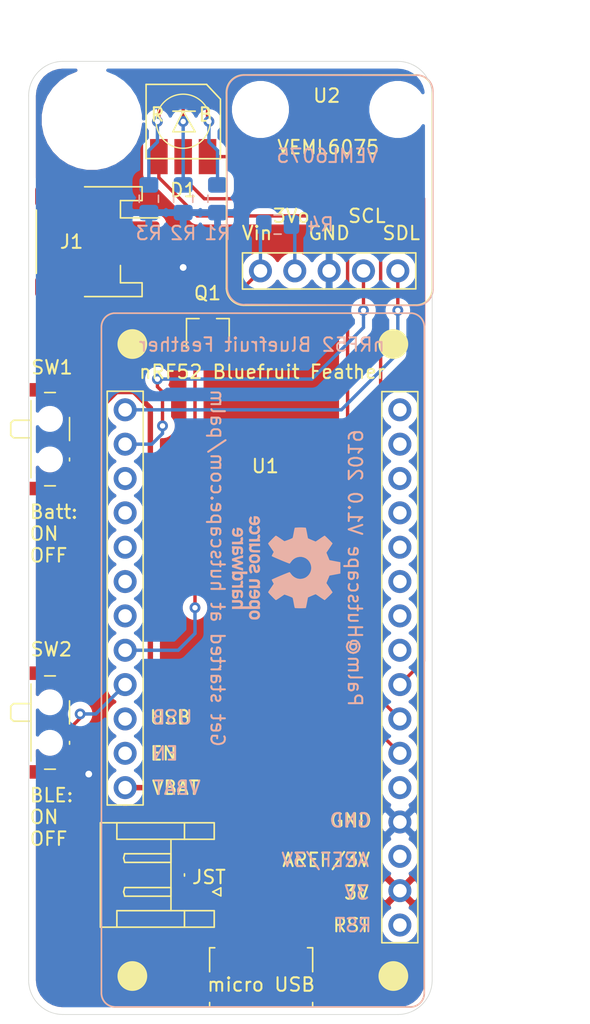
<source format=kicad_pcb>
(kicad_pcb (version 20171130) (host pcbnew "(5.1.0-0)")

  (general
    (thickness 1.6)
    (drawings 14)
    (tracks 90)
    (zones 0)
    (modules 13)
    (nets 17)
  )

  (page A4)
  (title_block
    (title Palm@Hutscape)
    (date 2019-06-10)
    (rev V1.0)
    (comment 1 "Keychain for measuring UV Index")
  )

  (layers
    (0 F.Cu signal)
    (31 B.Cu signal)
    (32 B.Adhes user)
    (33 F.Adhes user)
    (34 B.Paste user)
    (35 F.Paste user)
    (36 B.SilkS user)
    (37 F.SilkS user)
    (38 B.Mask user)
    (39 F.Mask user)
    (40 Dwgs.User user)
    (41 Cmts.User user)
    (42 Eco1.User user)
    (43 Eco2.User user)
    (44 Edge.Cuts user)
    (45 Margin user)
    (46 B.CrtYd user)
    (47 F.CrtYd user)
    (48 B.Fab user)
    (49 F.Fab user)
  )

  (setup
    (last_trace_width 0.25)
    (trace_clearance 0.2)
    (zone_clearance 0.508)
    (zone_45_only no)
    (trace_min 0.2)
    (via_size 0.8)
    (via_drill 0.4)
    (via_min_size 0.4)
    (via_min_drill 0.3)
    (uvia_size 0.3)
    (uvia_drill 0.1)
    (uvias_allowed no)
    (uvia_min_size 0.2)
    (uvia_min_drill 0.1)
    (edge_width 0.05)
    (segment_width 0.2)
    (pcb_text_width 0.3)
    (pcb_text_size 1.5 1.5)
    (mod_edge_width 0.12)
    (mod_text_size 1 1)
    (mod_text_width 0.15)
    (pad_size 6.4 6.4)
    (pad_drill 6.4)
    (pad_to_mask_clearance 0.051)
    (solder_mask_min_width 0.25)
    (aux_axis_origin 74.93 106.045)
    (visible_elements FFFFFFFF)
    (pcbplotparams
      (layerselection 0x010fc_ffffffff)
      (usegerberextensions false)
      (usegerberattributes false)
      (usegerberadvancedattributes false)
      (creategerberjobfile false)
      (excludeedgelayer true)
      (linewidth 0.100000)
      (plotframeref false)
      (viasonmask false)
      (mode 1)
      (useauxorigin false)
      (hpglpennumber 1)
      (hpglpenspeed 20)
      (hpglpendiameter 15.000000)
      (psnegative false)
      (psa4output false)
      (plotreference true)
      (plotvalue true)
      (plotinvisibletext false)
      (padsonsilk false)
      (subtractmaskfromsilk false)
      (outputformat 1)
      (mirror false)
      (drillshape 0)
      (scaleselection 1)
      (outputdirectory "gerbers/"))
  )

  (net 0 "")
  (net 1 "Net-(D1-Pad2)")
  (net 2 "Net-(D1-Pad1)")
  (net 3 GND)
  (net 4 "Net-(J1-Pad1)")
  (net 5 "Net-(Q1-Pad3)")
  (net 6 +3V3)
  (net 7 /EN_SENSOR)
  (net 8 "Net-(D1-Pad3)")
  (net 9 "Net-(SW1-Pad2)")
  (net 10 "Net-(SW2-Pad2)")
  (net 11 /GREEN)
  (net 12 /RED)
  (net 13 /BLUE)
  (net 14 /SCL)
  (net 15 /SDA)
  (net 16 "Net-(R4-Pad2)")

  (net_class Default "This is the default net class."
    (clearance 0.2)
    (trace_width 0.25)
    (via_dia 0.8)
    (via_drill 0.4)
    (uvia_dia 0.3)
    (uvia_drill 0.1)
    (add_net /BLUE)
    (add_net /EN_SENSOR)
    (add_net /GREEN)
    (add_net /RED)
    (add_net /SCL)
    (add_net /SDA)
    (add_net "Net-(D1-Pad1)")
    (add_net "Net-(D1-Pad2)")
    (add_net "Net-(D1-Pad3)")
    (add_net "Net-(Q1-Pad3)")
    (add_net "Net-(R4-Pad2)")
    (add_net "Net-(SW2-Pad2)")
  )

  (net_class Power ""
    (clearance 0.3)
    (trace_width 0.4)
    (via_dia 0.7)
    (via_drill 0.5)
    (uvia_dia 0.3)
    (uvia_drill 0.1)
    (add_net +3V3)
    (add_net GND)
    (add_net "Net-(J1-Pad1)")
    (add_net "Net-(SW1-Pad2)")
  )

  (module "" (layer F.Cu) (tedit 5D00B7A3) (tstamp 0)
    (at 134.62 60.325)
    (fp_text reference "" (at 0 0) (layer F.SilkS)
      (effects (font (size 1.27 1.27) (thickness 0.15)))
    )
    (fp_text value "" (at 0 0) (layer F.SilkS)
      (effects (font (size 1.27 1.27) (thickness 0.15)))
    )
    (fp_text user %R (at 0.5286 -4.572) (layer F.Fab)
      (effects (font (size 1 1) (thickness 0.15)))
    )
    (pad "" np_thru_hole circle (at 0.2286 -4.572) (size 6.4 6.4) (drill 6.4) (layers *.Cu *.Mask))
  )

  (module Symbol:OSHW-Logo_7.5x8mm_SilkScreen (layer B.Cu) (tedit 0) (tstamp 5D00BFD3)
    (at 149.225 88.9 90)
    (descr "Open Source Hardware Logo")
    (tags "Logo OSHW")
    (attr virtual)
    (fp_text reference REF** (at 4.445 1.27) (layer B.SilkS) hide
      (effects (font (size 1 1) (thickness 0.15)) (justify mirror))
    )
    (fp_text value OSHW-Logo_7.5x8mm_SilkScreen (at -0.635 1.27 270) (layer B.Fab) hide
      (effects (font (size 1 1) (thickness 0.15)) (justify mirror))
    )
    (fp_poly (pts (xy 0.500964 3.601424) (xy 0.576513 3.200678) (xy 1.134041 2.970846) (xy 1.468465 3.198252)
      (xy 1.562122 3.261569) (xy 1.646782 3.318104) (xy 1.718495 3.365273) (xy 1.773311 3.400498)
      (xy 1.80728 3.421195) (xy 1.81653 3.425658) (xy 1.833195 3.41418) (xy 1.868806 3.382449)
      (xy 1.919371 3.334517) (xy 1.9809 3.274438) (xy 2.049399 3.206267) (xy 2.120879 3.134055)
      (xy 2.191347 3.061858) (xy 2.256811 2.993727) (xy 2.31328 2.933717) (xy 2.356763 2.885881)
      (xy 2.383268 2.854273) (xy 2.389605 2.843695) (xy 2.380486 2.824194) (xy 2.35492 2.781469)
      (xy 2.315597 2.719702) (xy 2.265203 2.643069) (xy 2.206427 2.555752) (xy 2.172368 2.505948)
      (xy 2.110289 2.415007) (xy 2.055126 2.332941) (xy 2.009554 2.263837) (xy 1.97625 2.211778)
      (xy 1.95789 2.18085) (xy 1.955131 2.17435) (xy 1.961385 2.155879) (xy 1.978434 2.112828)
      (xy 2.003703 2.051251) (xy 2.034622 1.977201) (xy 2.068618 1.89673) (xy 2.103118 1.815893)
      (xy 2.135551 1.740742) (xy 2.163343 1.677329) (xy 2.183923 1.631707) (xy 2.194719 1.609931)
      (xy 2.195356 1.609074) (xy 2.212307 1.604916) (xy 2.257451 1.595639) (xy 2.32611 1.582156)
      (xy 2.413602 1.565379) (xy 2.51525 1.546219) (xy 2.574556 1.53517) (xy 2.683172 1.51449)
      (xy 2.781277 1.494811) (xy 2.863909 1.477211) (xy 2.926104 1.462767) (xy 2.962899 1.452554)
      (xy 2.970296 1.449314) (xy 2.97754 1.427383) (xy 2.983385 1.377853) (xy 2.987835 1.306515)
      (xy 2.990893 1.219161) (xy 2.992565 1.121583) (xy 2.992853 1.019574) (xy 2.991761 0.918925)
      (xy 2.989294 0.825428) (xy 2.985456 0.744875) (xy 2.98025 0.683058) (xy 2.973681 0.64577)
      (xy 2.969741 0.638007) (xy 2.946188 0.628702) (xy 2.896282 0.6154) (xy 2.826623 0.599663)
      (xy 2.743813 0.583054) (xy 2.714905 0.577681) (xy 2.575531 0.552152) (xy 2.465436 0.531592)
      (xy 2.380982 0.515185) (xy 2.31853 0.502113) (xy 2.274444 0.491559) (xy 2.245085 0.482706)
      (xy 2.226815 0.474737) (xy 2.215998 0.466835) (xy 2.214485 0.465273) (xy 2.199377 0.440114)
      (xy 2.176329 0.39115) (xy 2.147644 0.324379) (xy 2.115622 0.245795) (xy 2.082565 0.161393)
      (xy 2.050773 0.07717) (xy 2.022549 -0.000879) (xy 2.000193 -0.066759) (xy 1.986007 -0.114473)
      (xy 1.982293 -0.138027) (xy 1.982602 -0.138852) (xy 1.995189 -0.158104) (xy 2.023744 -0.200463)
      (xy 2.065267 -0.261521) (xy 2.116756 -0.336868) (xy 2.175211 -0.422096) (xy 2.191858 -0.446315)
      (xy 2.251215 -0.534123) (xy 2.303447 -0.614238) (xy 2.345708 -0.682062) (xy 2.375153 -0.732993)
      (xy 2.388937 -0.762431) (xy 2.389605 -0.766048) (xy 2.378024 -0.785057) (xy 2.346024 -0.822714)
      (xy 2.297718 -0.874973) (xy 2.23722 -0.937786) (xy 2.168644 -1.007106) (xy 2.096104 -1.078885)
      (xy 2.023712 -1.149077) (xy 1.955584 -1.213635) (xy 1.895832 -1.26851) (xy 1.848571 -1.309656)
      (xy 1.817913 -1.333026) (xy 1.809432 -1.336842) (xy 1.789691 -1.327855) (xy 1.749274 -1.303616)
      (xy 1.694763 -1.268209) (xy 1.652823 -1.239711) (xy 1.576829 -1.187418) (xy 1.486834 -1.125845)
      (xy 1.396564 -1.06437) (xy 1.348032 -1.031469) (xy 1.183762 -0.920359) (xy 1.045869 -0.994916)
      (xy 0.983049 -1.027578) (xy 0.929629 -1.052966) (xy 0.893484 -1.067446) (xy 0.884284 -1.06946)
      (xy 0.873221 -1.054584) (xy 0.851394 -1.012547) (xy 0.820434 -0.947227) (xy 0.78197 -0.8625)
      (xy 0.737632 -0.762245) (xy 0.689047 -0.650339) (xy 0.637846 -0.530659) (xy 0.585659 -0.407084)
      (xy 0.534113 -0.283491) (xy 0.48484 -0.163757) (xy 0.439467 -0.051759) (xy 0.399625 0.048623)
      (xy 0.366942 0.133514) (xy 0.343049 0.199035) (xy 0.329574 0.24131) (xy 0.327406 0.255828)
      (xy 0.344583 0.274347) (xy 0.38219 0.30441) (xy 0.432366 0.339768) (xy 0.436578 0.342566)
      (xy 0.566264 0.446375) (xy 0.670834 0.567485) (xy 0.749381 0.702024) (xy 0.800999 0.846118)
      (xy 0.824782 0.995895) (xy 0.819823 1.147483) (xy 0.785217 1.297008) (xy 0.720057 1.4406)
      (xy 0.700886 1.472016) (xy 0.601174 1.598875) (xy 0.483377 1.700745) (xy 0.351571 1.777096)
      (xy 0.209833 1.827398) (xy 0.062242 1.851121) (xy -0.087127 1.847735) (xy -0.234197 1.816712)
      (xy -0.374889 1.75752) (xy -0.505127 1.669631) (xy -0.545414 1.633958) (xy -0.647945 1.522294)
      (xy -0.722659 1.404743) (xy -0.77391 1.27298) (xy -0.802454 1.142493) (xy -0.8095 0.995784)
      (xy -0.786004 0.848347) (xy -0.734351 0.705166) (xy -0.656929 0.571223) (xy -0.556125 0.451502)
      (xy -0.434324 0.350986) (xy -0.418316 0.340391) (xy -0.367602 0.305694) (xy -0.32905 0.27563)
      (xy -0.310619 0.256435) (xy -0.310351 0.255828) (xy -0.314308 0.235064) (xy -0.329993 0.187938)
      (xy -0.355778 0.118327) (xy -0.390031 0.030107) (xy -0.431123 -0.072844) (xy -0.477424 -0.18665)
      (xy -0.527304 -0.307435) (xy -0.579133 -0.431321) (xy -0.631281 -0.554432) (xy -0.682118 -0.672891)
      (xy -0.730013 -0.782823) (xy -0.773338 -0.880349) (xy -0.810462 -0.961593) (xy -0.839756 -1.022679)
      (xy -0.859588 -1.05973) (xy -0.867574 -1.06946) (xy -0.891979 -1.061883) (xy -0.937642 -1.04156)
      (xy -0.99669 -1.012125) (xy -1.02916 -0.994916) (xy -1.167053 -0.920359) (xy -1.331323 -1.031469)
      (xy -1.415179 -1.08839) (xy -1.506987 -1.15103) (xy -1.59302 -1.210011) (xy -1.636113 -1.239711)
      (xy -1.696723 -1.28041) (xy -1.748045 -1.312663) (xy -1.783385 -1.332384) (xy -1.794863 -1.336554)
      (xy -1.81157 -1.325307) (xy -1.848546 -1.293911) (xy -1.902205 -1.245624) (xy -1.968962 -1.183708)
      (xy -2.045234 -1.111421) (xy -2.093473 -1.065008) (xy -2.177867 -0.982087) (xy -2.250803 -0.90792)
      (xy -2.309331 -0.84568) (xy -2.350503 -0.798541) (xy -2.371372 -0.769673) (xy -2.373374 -0.763815)
      (xy -2.364083 -0.741532) (xy -2.338409 -0.696477) (xy -2.2992 -0.633211) (xy -2.249303 -0.556295)
      (xy -2.191567 -0.470292) (xy -2.175149 -0.446315) (xy -2.115323 -0.35917) (xy -2.06165 -0.28071)
      (xy -2.01713 -0.215345) (xy -1.984765 -0.167484) (xy -1.967555 -0.141535) (xy -1.965893 -0.138852)
      (xy -1.968379 -0.118172) (xy -1.981577 -0.072704) (xy -2.003186 -0.008444) (xy -2.030904 0.068613)
      (xy -2.06243 0.152471) (xy -2.095463 0.237134) (xy -2.127701 0.316608) (xy -2.156843 0.384896)
      (xy -2.180588 0.436003) (xy -2.196635 0.463933) (xy -2.197775 0.465273) (xy -2.207588 0.473255)
      (xy -2.224161 0.481149) (xy -2.251132 0.489771) (xy -2.292139 0.499938) (xy -2.35082 0.512469)
      (xy -2.430813 0.528179) (xy -2.535755 0.547887) (xy -2.669285 0.572408) (xy -2.698196 0.577681)
      (xy -2.783882 0.594236) (xy -2.858582 0.610431) (xy -2.915694 0.624704) (xy -2.948617 0.635492)
      (xy -2.953031 0.638007) (xy -2.960306 0.660304) (xy -2.966219 0.710131) (xy -2.970766 0.781696)
      (xy -2.973945 0.869207) (xy -2.975749 0.966872) (xy -2.976177 1.068899) (xy -2.975223 1.169497)
      (xy -2.972884 1.262873) (xy -2.969156 1.343235) (xy -2.964034 1.404791) (xy -2.957516 1.44175)
      (xy -2.953586 1.449314) (xy -2.931708 1.456944) (xy -2.881891 1.469358) (xy -2.809097 1.485478)
      (xy -2.718289 1.504227) (xy -2.614431 1.524529) (xy -2.557846 1.53517) (xy -2.450486 1.55524)
      (xy -2.354746 1.57342) (xy -2.275306 1.588801) (xy -2.216846 1.600469) (xy -2.184045 1.607512)
      (xy -2.178646 1.609074) (xy -2.169522 1.626678) (xy -2.150235 1.669082) (xy -2.123355 1.730228)
      (xy -2.091454 1.804057) (xy -2.057102 1.884511) (xy -2.022871 1.965532) (xy -1.991331 2.041063)
      (xy -1.965054 2.105045) (xy -1.946611 2.15142) (xy -1.938571 2.174131) (xy -1.938422 2.175124)
      (xy -1.947535 2.193039) (xy -1.973086 2.234267) (xy -2.012388 2.294709) (xy -2.062757 2.370269)
      (xy -2.121506 2.456848) (xy -2.155658 2.506579) (xy -2.21789 2.597764) (xy -2.273164 2.680551)
      (xy -2.318782 2.750751) (xy -2.352048 2.804176) (xy -2.370264 2.836639) (xy -2.372895 2.843917)
      (xy -2.361586 2.860855) (xy -2.330319 2.897022) (xy -2.28309 2.948365) (xy -2.223892 3.010833)
      (xy -2.156719 3.080374) (xy -2.085566 3.152935) (xy -2.014426 3.224465) (xy -1.947293 3.290913)
      (xy -1.888161 3.348226) (xy -1.841025 3.392353) (xy -1.809877 3.419241) (xy -1.799457 3.425658)
      (xy -1.782491 3.416635) (xy -1.741911 3.391285) (xy -1.681663 3.35219) (xy -1.605693 3.301929)
      (xy -1.517946 3.243083) (xy -1.451756 3.198252) (xy -1.117332 2.970846) (xy -0.838567 3.085762)
      (xy -0.559803 3.200678) (xy -0.484254 3.601424) (xy -0.408706 4.002171) (xy 0.425415 4.002171)
      (xy 0.500964 3.601424)) (layer B.SilkS) (width 0.01))
    (fp_poly (pts (xy 2.391388 -1.937645) (xy 2.448865 -1.955206) (xy 2.485872 -1.977395) (xy 2.497927 -1.994942)
      (xy 2.494609 -2.015742) (xy 2.473079 -2.048419) (xy 2.454874 -2.071562) (xy 2.417344 -2.113402)
      (xy 2.389148 -2.131005) (xy 2.365111 -2.129856) (xy 2.293808 -2.11171) (xy 2.241442 -2.112534)
      (xy 2.198918 -2.133098) (xy 2.184642 -2.145134) (xy 2.138947 -2.187483) (xy 2.138947 -2.740526)
      (xy 1.955131 -2.740526) (xy 1.955131 -1.938421) (xy 2.047039 -1.938421) (xy 2.102219 -1.940603)
      (xy 2.130688 -1.948351) (xy 2.138943 -1.963468) (xy 2.138947 -1.963916) (xy 2.142845 -1.979749)
      (xy 2.160474 -1.977684) (xy 2.184901 -1.966261) (xy 2.23535 -1.945005) (xy 2.276316 -1.932216)
      (xy 2.329028 -1.928938) (xy 2.391388 -1.937645)) (layer B.SilkS) (width 0.01))
    (fp_poly (pts (xy -1.002043 -1.952226) (xy -0.960454 -1.97209) (xy -0.920175 -2.000784) (xy -0.88949 -2.033809)
      (xy -0.867139 -2.075931) (xy -0.851864 -2.131915) (xy -0.842408 -2.206528) (xy -0.837513 -2.304535)
      (xy -0.835919 -2.430702) (xy -0.835894 -2.443914) (xy -0.835527 -2.740526) (xy -1.019343 -2.740526)
      (xy -1.019343 -2.467081) (xy -1.019473 -2.365777) (xy -1.020379 -2.292353) (xy -1.022827 -2.241271)
      (xy -1.027586 -2.20699) (xy -1.035426 -2.183971) (xy -1.047115 -2.166673) (xy -1.063398 -2.149581)
      (xy -1.120366 -2.112857) (xy -1.182555 -2.106042) (xy -1.241801 -2.129261) (xy -1.262405 -2.146543)
      (xy -1.27753 -2.162791) (xy -1.28839 -2.180191) (xy -1.29569 -2.204212) (xy -1.300137 -2.240322)
      (xy -1.302436 -2.293988) (xy -1.303296 -2.37068) (xy -1.303422 -2.464043) (xy -1.303422 -2.740526)
      (xy -1.487237 -2.740526) (xy -1.487237 -1.938421) (xy -1.395329 -1.938421) (xy -1.340149 -1.940603)
      (xy -1.31168 -1.948351) (xy -1.303425 -1.963468) (xy -1.303422 -1.963916) (xy -1.299592 -1.97872)
      (xy -1.282699 -1.97704) (xy -1.249112 -1.960773) (xy -1.172937 -1.93684) (xy -1.0858 -1.934178)
      (xy -1.002043 -1.952226)) (layer B.SilkS) (width 0.01))
    (fp_poly (pts (xy 3.558784 -1.935554) (xy 3.601574 -1.945949) (xy 3.683609 -1.984013) (xy 3.753757 -2.042149)
      (xy 3.802305 -2.111852) (xy 3.808975 -2.127502) (xy 3.818124 -2.168496) (xy 3.824529 -2.229138)
      (xy 3.82671 -2.29043) (xy 3.82671 -2.406316) (xy 3.584407 -2.406316) (xy 3.484471 -2.406693)
      (xy 3.414069 -2.408987) (xy 3.369313 -2.414938) (xy 3.346315 -2.426285) (xy 3.341189 -2.444771)
      (xy 3.350048 -2.472136) (xy 3.365917 -2.504155) (xy 3.410184 -2.557592) (xy 3.471699 -2.584215)
      (xy 3.546885 -2.583347) (xy 3.632053 -2.554371) (xy 3.705659 -2.518611) (xy 3.766734 -2.566904)
      (xy 3.82781 -2.615197) (xy 3.770351 -2.668285) (xy 3.693641 -2.718445) (xy 3.599302 -2.748688)
      (xy 3.497827 -2.757151) (xy 3.399711 -2.741974) (xy 3.383881 -2.736824) (xy 3.297647 -2.691791)
      (xy 3.233501 -2.624652) (xy 3.190091 -2.533405) (xy 3.166064 -2.416044) (xy 3.165784 -2.413529)
      (xy 3.163633 -2.285627) (xy 3.172329 -2.239997) (xy 3.342105 -2.239997) (xy 3.357697 -2.247013)
      (xy 3.400029 -2.252388) (xy 3.462434 -2.255457) (xy 3.501981 -2.255921) (xy 3.575728 -2.25563)
      (xy 3.62184 -2.253783) (xy 3.6461 -2.248912) (xy 3.654294 -2.239555) (xy 3.652206 -2.224245)
      (xy 3.650455 -2.218322) (xy 3.62056 -2.162668) (xy 3.573542 -2.117815) (xy 3.532049 -2.098105)
      (xy 3.476926 -2.099295) (xy 3.421068 -2.123875) (xy 3.374212 -2.16457) (xy 3.346094 -2.214108)
      (xy 3.342105 -2.239997) (xy 3.172329 -2.239997) (xy 3.185074 -2.173133) (xy 3.227611 -2.078727)
      (xy 3.288747 -2.005088) (xy 3.365985 -1.954893) (xy 3.45683 -1.930822) (xy 3.558784 -1.935554)) (layer B.SilkS) (width 0.01))
    (fp_poly (pts (xy 2.946576 -1.945419) (xy 3.043395 -1.986549) (xy 3.07389 -2.006571) (xy 3.112865 -2.03734)
      (xy 3.137331 -2.061533) (xy 3.141578 -2.069413) (xy 3.129584 -2.086899) (xy 3.098887 -2.11657)
      (xy 3.074312 -2.137279) (xy 3.007046 -2.191336) (xy 2.95393 -2.146642) (xy 2.912884 -2.117789)
      (xy 2.872863 -2.107829) (xy 2.827059 -2.110261) (xy 2.754324 -2.128345) (xy 2.704256 -2.165881)
      (xy 2.673829 -2.226562) (xy 2.660017 -2.314081) (xy 2.660013 -2.314136) (xy 2.661208 -2.411958)
      (xy 2.679772 -2.48373) (xy 2.716804 -2.532595) (xy 2.74205 -2.549143) (xy 2.809097 -2.569749)
      (xy 2.880709 -2.569762) (xy 2.943015 -2.549768) (xy 2.957763 -2.54) (xy 2.99475 -2.515047)
      (xy 3.023668 -2.510958) (xy 3.054856 -2.52953) (xy 3.089336 -2.562887) (xy 3.143912 -2.619196)
      (xy 3.083318 -2.669142) (xy 2.989698 -2.725513) (xy 2.884125 -2.753293) (xy 2.773798 -2.751282)
      (xy 2.701343 -2.732862) (xy 2.616656 -2.68731) (xy 2.548927 -2.61565) (xy 2.518157 -2.565066)
      (xy 2.493236 -2.492488) (xy 2.480766 -2.400569) (xy 2.48067 -2.300948) (xy 2.49287 -2.205267)
      (xy 2.51729 -2.125169) (xy 2.521136 -2.116956) (xy 2.578093 -2.036413) (xy 2.655209 -1.977771)
      (xy 2.74639 -1.942247) (xy 2.845543 -1.931057) (xy 2.946576 -1.945419)) (layer B.SilkS) (width 0.01))
    (fp_poly (pts (xy 1.320131 -2.198533) (xy 1.32171 -2.321089) (xy 1.327481 -2.414179) (xy 1.338991 -2.481651)
      (xy 1.35779 -2.527355) (xy 1.385426 -2.555139) (xy 1.423448 -2.568854) (xy 1.470526 -2.572358)
      (xy 1.519832 -2.568432) (xy 1.557283 -2.554089) (xy 1.584428 -2.525478) (xy 1.602815 -2.478751)
      (xy 1.613993 -2.410058) (xy 1.619511 -2.31555) (xy 1.620921 -2.198533) (xy 1.620921 -1.938421)
      (xy 1.804736 -1.938421) (xy 1.804736 -2.740526) (xy 1.712828 -2.740526) (xy 1.657422 -2.738281)
      (xy 1.628891 -2.730396) (xy 1.620921 -2.715428) (xy 1.61612 -2.702097) (xy 1.597014 -2.704917)
      (xy 1.558504 -2.723783) (xy 1.470239 -2.752887) (xy 1.376623 -2.750825) (xy 1.286921 -2.719221)
      (xy 1.244204 -2.694257) (xy 1.211621 -2.667226) (xy 1.187817 -2.633405) (xy 1.171439 -2.588068)
      (xy 1.161131 -2.526489) (xy 1.155541 -2.443943) (xy 1.153312 -2.335705) (xy 1.153026 -2.252004)
      (xy 1.153026 -1.938421) (xy 1.320131 -1.938421) (xy 1.320131 -2.198533)) (layer B.SilkS) (width 0.01))
    (fp_poly (pts (xy 0.811669 -1.94831) (xy 0.896192 -1.99434) (xy 0.962321 -2.067006) (xy 0.993478 -2.126106)
      (xy 1.006855 -2.178305) (xy 1.015522 -2.252719) (xy 1.019237 -2.338442) (xy 1.017754 -2.424569)
      (xy 1.010831 -2.500193) (xy 1.002745 -2.540584) (xy 0.975465 -2.59584) (xy 0.92822 -2.65453)
      (xy 0.871282 -2.705852) (xy 0.814924 -2.739005) (xy 0.81355 -2.739531) (xy 0.743616 -2.754018)
      (xy 0.660737 -2.754377) (xy 0.581977 -2.741188) (xy 0.551566 -2.730617) (xy 0.473239 -2.686201)
      (xy 0.417143 -2.628007) (xy 0.380286 -2.550965) (xy 0.35968 -2.450001) (xy 0.355018 -2.397116)
      (xy 0.355613 -2.330663) (xy 0.534736 -2.330663) (xy 0.54077 -2.42763) (xy 0.558138 -2.501523)
      (xy 0.58574 -2.548736) (xy 0.605404 -2.562237) (xy 0.655787 -2.571651) (xy 0.715673 -2.568864)
      (xy 0.767449 -2.555316) (xy 0.781027 -2.547862) (xy 0.816849 -2.504451) (xy 0.840493 -2.438014)
      (xy 0.850558 -2.357161) (xy 0.845642 -2.270502) (xy 0.834655 -2.218349) (xy 0.803109 -2.157951)
      (xy 0.753311 -2.120197) (xy 0.693337 -2.107143) (xy 0.631264 -2.120849) (xy 0.583582 -2.154372)
      (xy 0.558525 -2.182031) (xy 0.5439 -2.209294) (xy 0.536929 -2.24619) (xy 0.534833 -2.30275)
      (xy 0.534736 -2.330663) (xy 0.355613 -2.330663) (xy 0.356282 -2.255994) (xy 0.379265 -2.140271)
      (xy 0.423972 -2.049941) (xy 0.490405 -1.985) (xy 0.578565 -1.945445) (xy 0.597495 -1.940858)
      (xy 0.711266 -1.93009) (xy 0.811669 -1.94831)) (layer B.SilkS) (width 0.01))
    (fp_poly (pts (xy 0.018628 -1.935547) (xy 0.081908 -1.947548) (xy 0.147557 -1.972648) (xy 0.154572 -1.975848)
      (xy 0.204356 -2.002026) (xy 0.238834 -2.026353) (xy 0.249978 -2.041937) (xy 0.239366 -2.067353)
      (xy 0.213588 -2.104853) (xy 0.202146 -2.118852) (xy 0.154992 -2.173954) (xy 0.094201 -2.138086)
      (xy 0.036347 -2.114192) (xy -0.0305 -2.10142) (xy -0.094606 -2.100613) (xy -0.144236 -2.112615)
      (xy -0.156146 -2.120105) (xy -0.178828 -2.15445) (xy -0.181584 -2.194013) (xy -0.164612 -2.22492)
      (xy -0.154573 -2.230913) (xy -0.12449 -2.238357) (xy -0.071611 -2.247106) (xy -0.006425 -2.255467)
      (xy 0.0056 -2.256778) (xy 0.110297 -2.274888) (xy 0.186232 -2.305651) (xy 0.236592 -2.351907)
      (xy 0.264564 -2.416497) (xy 0.273278 -2.495387) (xy 0.26124 -2.585065) (xy 0.222151 -2.655486)
      (xy 0.155855 -2.706777) (xy 0.062194 -2.739067) (xy -0.041777 -2.751807) (xy -0.126562 -2.751654)
      (xy -0.195335 -2.740083) (xy -0.242303 -2.724109) (xy -0.30165 -2.696275) (xy -0.356494 -2.663973)
      (xy -0.375987 -2.649755) (xy -0.426119 -2.608835) (xy -0.305197 -2.486477) (xy -0.236457 -2.531967)
      (xy -0.167512 -2.566133) (xy -0.093889 -2.584004) (xy -0.023117 -2.585889) (xy 0.037274 -2.572101)
      (xy 0.079757 -2.542949) (xy 0.093474 -2.518352) (xy 0.091417 -2.478904) (xy 0.05733 -2.448737)
      (xy -0.008692 -2.427906) (xy -0.081026 -2.418279) (xy -0.192348 -2.39991) (xy -0.275048 -2.365254)
      (xy -0.330235 -2.313297) (xy -0.359012 -2.243023) (xy -0.362999 -2.159707) (xy -0.343307 -2.072681)
      (xy -0.298411 -2.006902) (xy -0.227909 -1.962068) (xy -0.131399 -1.937879) (xy -0.0599 -1.933137)
      (xy 0.018628 -1.935547)) (layer B.SilkS) (width 0.01))
    (fp_poly (pts (xy -1.802982 -1.957027) (xy -1.78633 -1.964866) (xy -1.728695 -2.007086) (xy -1.674195 -2.0687)
      (xy -1.633501 -2.136543) (xy -1.621926 -2.167734) (xy -1.611366 -2.223449) (xy -1.605069 -2.290781)
      (xy -1.604304 -2.318585) (xy -1.604211 -2.406316) (xy -2.10915 -2.406316) (xy -2.098387 -2.45227)
      (xy -2.071967 -2.50662) (xy -2.025778 -2.553591) (xy -1.970828 -2.583848) (xy -1.935811 -2.590131)
      (xy -1.888323 -2.582506) (xy -1.831665 -2.563383) (xy -1.812418 -2.554584) (xy -1.741241 -2.519036)
      (xy -1.680498 -2.565367) (xy -1.645448 -2.596703) (xy -1.626798 -2.622567) (xy -1.625853 -2.630158)
      (xy -1.642515 -2.648556) (xy -1.67903 -2.676515) (xy -1.712172 -2.698327) (xy -1.801607 -2.737537)
      (xy -1.901871 -2.755285) (xy -2.001246 -2.75067) (xy -2.080461 -2.726551) (xy -2.16212 -2.674884)
      (xy -2.220151 -2.606856) (xy -2.256454 -2.518843) (xy -2.272928 -2.407216) (xy -2.274389 -2.356138)
      (xy -2.268543 -2.239091) (xy -2.267825 -2.235686) (xy -2.100511 -2.235686) (xy -2.095903 -2.246662)
      (xy -2.076964 -2.252715) (xy -2.037902 -2.25531) (xy -1.972923 -2.25591) (xy -1.947903 -2.255921)
      (xy -1.871779 -2.255014) (xy -1.823504 -2.25172) (xy -1.79754 -2.245181) (xy -1.788352 -2.234537)
      (xy -1.788027 -2.231119) (xy -1.798513 -2.203956) (xy -1.824758 -2.165903) (xy -1.836041 -2.152579)
      (xy -1.877928 -2.114896) (xy -1.921591 -2.10008) (xy -1.945115 -2.098842) (xy -2.008757 -2.114329)
      (xy -2.062127 -2.15593) (xy -2.095981 -2.216353) (xy -2.096581 -2.218322) (xy -2.100511 -2.235686)
      (xy -2.267825 -2.235686) (xy -2.249101 -2.146928) (xy -2.214078 -2.07319) (xy -2.171244 -2.020848)
      (xy -2.092052 -1.964092) (xy -1.99896 -1.933762) (xy -1.899945 -1.931021) (xy -1.802982 -1.957027)) (layer B.SilkS) (width 0.01))
    (fp_poly (pts (xy -3.373216 -1.947104) (xy -3.285795 -1.985754) (xy -3.21943 -2.05029) (xy -3.174024 -2.140812)
      (xy -3.149482 -2.257418) (xy -3.147723 -2.275624) (xy -3.146344 -2.403984) (xy -3.164216 -2.516496)
      (xy -3.20025 -2.607688) (xy -3.219545 -2.637022) (xy -3.286755 -2.699106) (xy -3.37235 -2.739316)
      (xy -3.46811 -2.756003) (xy -3.565813 -2.747517) (xy -3.640083 -2.72138) (xy -3.703953 -2.677335)
      (xy -3.756154 -2.619587) (xy -3.757057 -2.618236) (xy -3.778256 -2.582593) (xy -3.792033 -2.546752)
      (xy -3.800376 -2.501519) (xy -3.805273 -2.437701) (xy -3.807431 -2.385368) (xy -3.808329 -2.33791)
      (xy -3.641257 -2.33791) (xy -3.639624 -2.385154) (xy -3.633696 -2.448046) (xy -3.623239 -2.488407)
      (xy -3.604381 -2.517122) (xy -3.586719 -2.533896) (xy -3.524106 -2.569016) (xy -3.458592 -2.57371)
      (xy -3.397579 -2.54844) (xy -3.367072 -2.520124) (xy -3.345089 -2.491589) (xy -3.332231 -2.464284)
      (xy -3.326588 -2.42875) (xy -3.326249 -2.375524) (xy -3.327988 -2.326506) (xy -3.331729 -2.256482)
      (xy -3.337659 -2.211064) (xy -3.348347 -2.18144) (xy -3.366361 -2.158797) (xy -3.380637 -2.145855)
      (xy -3.440349 -2.11186) (xy -3.504766 -2.110165) (xy -3.558781 -2.130301) (xy -3.60486 -2.172352)
      (xy -3.632311 -2.241428) (xy -3.641257 -2.33791) (xy -3.808329 -2.33791) (xy -3.809401 -2.281299)
      (xy -3.806036 -2.203468) (xy -3.795955 -2.14493) (xy -3.777774 -2.098737) (xy -3.75011 -2.057942)
      (xy -3.739854 -2.045828) (xy -3.675722 -1.985474) (xy -3.606934 -1.95022) (xy -3.522811 -1.93545)
      (xy -3.481791 -1.934243) (xy -3.373216 -1.947104)) (layer B.SilkS) (width 0.01))
    (fp_poly (pts (xy 2.701193 -3.196078) (xy 2.781068 -3.216845) (xy 2.847962 -3.259705) (xy 2.880351 -3.291723)
      (xy 2.933445 -3.367413) (xy 2.963873 -3.455216) (xy 2.974327 -3.56315) (xy 2.97438 -3.571875)
      (xy 2.974473 -3.659605) (xy 2.469534 -3.659605) (xy 2.480298 -3.705559) (xy 2.499732 -3.747178)
      (xy 2.533745 -3.790544) (xy 2.54086 -3.797467) (xy 2.602003 -3.834935) (xy 2.671729 -3.841289)
      (xy 2.751987 -3.816638) (xy 2.765592 -3.81) (xy 2.807319 -3.789819) (xy 2.835268 -3.778321)
      (xy 2.840145 -3.777258) (xy 2.857168 -3.787583) (xy 2.889633 -3.812845) (xy 2.906114 -3.82665)
      (xy 2.940264 -3.858361) (xy 2.951478 -3.879299) (xy 2.943695 -3.89856) (xy 2.939535 -3.903827)
      (xy 2.911357 -3.926878) (xy 2.864862 -3.954892) (xy 2.832434 -3.971246) (xy 2.740385 -4.000059)
      (xy 2.638476 -4.009395) (xy 2.541963 -3.998332) (xy 2.514934 -3.990412) (xy 2.431276 -3.945581)
      (xy 2.369266 -3.876598) (xy 2.328545 -3.782794) (xy 2.308755 -3.663498) (xy 2.306582 -3.601118)
      (xy 2.312926 -3.510298) (xy 2.473157 -3.510298) (xy 2.488655 -3.517012) (xy 2.530312 -3.52228)
      (xy 2.590876 -3.525389) (xy 2.631907 -3.525921) (xy 2.705711 -3.525408) (xy 2.752293 -3.523006)
      (xy 2.777848 -3.517422) (xy 2.788569 -3.507361) (xy 2.790657 -3.492763) (xy 2.776331 -3.447796)
      (xy 2.740262 -3.403353) (xy 2.692815 -3.369242) (xy 2.645349 -3.355288) (xy 2.580879 -3.367666)
      (xy 2.52507 -3.403452) (xy 2.486374 -3.455033) (xy 2.473157 -3.510298) (xy 2.312926 -3.510298)
      (xy 2.315821 -3.468866) (xy 2.344336 -3.363498) (xy 2.392729 -3.284178) (xy 2.461604 -3.230071)
      (xy 2.551565 -3.200343) (xy 2.6003 -3.194618) (xy 2.701193 -3.196078)) (layer B.SilkS) (width 0.01))
    (fp_poly (pts (xy 2.173167 -3.191447) (xy 2.237408 -3.204112) (xy 2.27398 -3.222864) (xy 2.312453 -3.254017)
      (xy 2.257717 -3.323127) (xy 2.223969 -3.364979) (xy 2.201053 -3.385398) (xy 2.178279 -3.388517)
      (xy 2.144956 -3.378472) (xy 2.129314 -3.372789) (xy 2.065542 -3.364404) (xy 2.00714 -3.382378)
      (xy 1.964264 -3.422982) (xy 1.957299 -3.435929) (xy 1.949713 -3.470224) (xy 1.943859 -3.533427)
      (xy 1.940011 -3.62106) (xy 1.938443 -3.72864) (xy 1.938421 -3.743944) (xy 1.938421 -4.010526)
      (xy 1.754605 -4.010526) (xy 1.754605 -3.19171) (xy 1.846513 -3.19171) (xy 1.899507 -3.193094)
      (xy 1.927115 -3.199252) (xy 1.937324 -3.213194) (xy 1.938421 -3.226344) (xy 1.938421 -3.260978)
      (xy 1.98245 -3.226344) (xy 2.032937 -3.202716) (xy 2.10076 -3.191033) (xy 2.173167 -3.191447)) (layer B.SilkS) (width 0.01))
    (fp_poly (pts (xy 1.379992 -3.196673) (xy 1.450427 -3.21378) (xy 1.470787 -3.222844) (xy 1.510253 -3.246583)
      (xy 1.540541 -3.273321) (xy 1.562952 -3.307699) (xy 1.578786 -3.35436) (xy 1.589343 -3.417946)
      (xy 1.595924 -3.503099) (xy 1.599828 -3.614462) (xy 1.60131 -3.688849) (xy 1.606765 -4.010526)
      (xy 1.51358 -4.010526) (xy 1.457047 -4.008156) (xy 1.427922 -4.000055) (xy 1.420394 -3.986451)
      (xy 1.41642 -3.971741) (xy 1.398652 -3.974554) (xy 1.37444 -3.986348) (xy 1.313828 -4.004427)
      (xy 1.235929 -4.009299) (xy 1.153995 -4.00133) (xy 1.081281 -3.980889) (xy 1.074759 -3.978051)
      (xy 1.008302 -3.931365) (xy 0.964491 -3.866464) (xy 0.944332 -3.7906) (xy 0.945872 -3.763344)
      (xy 1.110345 -3.763344) (xy 1.124837 -3.800024) (xy 1.167805 -3.826309) (xy 1.237129 -3.840417)
      (xy 1.274177 -3.84229) (xy 1.335919 -3.837494) (xy 1.37696 -3.818858) (xy 1.386973 -3.81)
      (xy 1.4141 -3.761806) (xy 1.420394 -3.718092) (xy 1.420394 -3.659605) (xy 1.33893 -3.659605)
      (xy 1.244234 -3.664432) (xy 1.177813 -3.679613) (xy 1.135846 -3.7062) (xy 1.126449 -3.718052)
      (xy 1.110345 -3.763344) (xy 0.945872 -3.763344) (xy 0.948829 -3.711026) (xy 0.978985 -3.634995)
      (xy 1.020131 -3.583612) (xy 1.045052 -3.561397) (xy 1.069448 -3.546798) (xy 1.101191 -3.537897)
      (xy 1.148152 -3.532775) (xy 1.218204 -3.529515) (xy 1.24599 -3.528577) (xy 1.420394 -3.522879)
      (xy 1.420138 -3.470091) (xy 1.413384 -3.414603) (xy 1.388964 -3.381052) (xy 1.33963 -3.359618)
      (xy 1.338306 -3.359236) (xy 1.26836 -3.350808) (xy 1.199914 -3.361816) (xy 1.149047 -3.388585)
      (xy 1.128637 -3.401803) (xy 1.106654 -3.399974) (xy 1.072826 -3.380824) (xy 1.052961 -3.367308)
      (xy 1.014106 -3.338432) (xy 0.990038 -3.316786) (xy 0.986176 -3.310589) (xy 1.002079 -3.278519)
      (xy 1.049065 -3.240219) (xy 1.069473 -3.227297) (xy 1.128143 -3.205041) (xy 1.207212 -3.192432)
      (xy 1.295041 -3.1896) (xy 1.379992 -3.196673)) (layer B.SilkS) (width 0.01))
    (fp_poly (pts (xy 0.37413 -3.195104) (xy 0.44022 -3.200066) (xy 0.526626 -3.459079) (xy 0.613031 -3.718092)
      (xy 0.640124 -3.626184) (xy 0.656428 -3.569384) (xy 0.677875 -3.492625) (xy 0.701035 -3.408251)
      (xy 0.71328 -3.362993) (xy 0.759344 -3.19171) (xy 0.949387 -3.19171) (xy 0.892582 -3.371349)
      (xy 0.864607 -3.459704) (xy 0.830813 -3.566281) (xy 0.79552 -3.677454) (xy 0.764013 -3.776579)
      (xy 0.69225 -4.002171) (xy 0.537286 -4.012253) (xy 0.49527 -3.873528) (xy 0.469359 -3.787351)
      (xy 0.441083 -3.692347) (xy 0.416369 -3.608441) (xy 0.415394 -3.605102) (xy 0.396935 -3.548248)
      (xy 0.380649 -3.509456) (xy 0.369242 -3.494787) (xy 0.366898 -3.496483) (xy 0.358671 -3.519225)
      (xy 0.343038 -3.56794) (xy 0.321904 -3.636502) (xy 0.29717 -3.718785) (xy 0.283787 -3.764046)
      (xy 0.211311 -4.010526) (xy 0.057495 -4.010526) (xy -0.065469 -3.622006) (xy -0.100012 -3.513022)
      (xy -0.131479 -3.414048) (xy -0.158384 -3.329736) (xy -0.179241 -3.264734) (xy -0.192562 -3.223692)
      (xy -0.196612 -3.211701) (xy -0.193406 -3.199423) (xy -0.168235 -3.194046) (xy -0.115854 -3.194584)
      (xy -0.107655 -3.19499) (xy -0.010518 -3.200066) (xy 0.0531 -3.434013) (xy 0.076484 -3.519333)
      (xy 0.097381 -3.594335) (xy 0.113951 -3.652507) (xy 0.124354 -3.687337) (xy 0.126276 -3.693016)
      (xy 0.134241 -3.686486) (xy 0.150304 -3.652654) (xy 0.172621 -3.596127) (xy 0.199345 -3.52151)
      (xy 0.221937 -3.454107) (xy 0.308041 -3.190143) (xy 0.37413 -3.195104)) (layer B.SilkS) (width 0.01))
    (fp_poly (pts (xy -0.267369 -4.010526) (xy -0.359277 -4.010526) (xy -0.412623 -4.008962) (xy -0.440407 -4.002485)
      (xy -0.45041 -3.988418) (xy -0.451185 -3.978906) (xy -0.452872 -3.959832) (xy -0.46351 -3.956174)
      (xy -0.491465 -3.967932) (xy -0.513205 -3.978906) (xy -0.596668 -4.004911) (xy -0.687396 -4.006416)
      (xy -0.761158 -3.987021) (xy -0.829846 -3.940165) (xy -0.882206 -3.871004) (xy -0.910878 -3.789427)
      (xy -0.911608 -3.784866) (xy -0.915868 -3.735101) (xy -0.917986 -3.663659) (xy -0.917816 -3.609626)
      (xy -0.73528 -3.609626) (xy -0.731051 -3.681441) (xy -0.721432 -3.740634) (xy -0.70841 -3.77406)
      (xy -0.659144 -3.81974) (xy -0.60065 -3.836115) (xy -0.540329 -3.822873) (xy -0.488783 -3.783373)
      (xy -0.469262 -3.756807) (xy -0.457848 -3.725106) (xy -0.452502 -3.678832) (xy -0.451185 -3.609328)
      (xy -0.453542 -3.540499) (xy -0.459767 -3.480026) (xy -0.468592 -3.439556) (xy -0.470063 -3.435929)
      (xy -0.505653 -3.392802) (xy -0.5576 -3.369124) (xy -0.615722 -3.365301) (xy -0.66984 -3.381738)
      (xy -0.709774 -3.41884) (xy -0.713917 -3.426222) (xy -0.726884 -3.471239) (xy -0.733948 -3.535967)
      (xy -0.73528 -3.609626) (xy -0.917816 -3.609626) (xy -0.917729 -3.58223) (xy -0.916528 -3.538405)
      (xy -0.908355 -3.429988) (xy -0.89137 -3.348588) (xy -0.863113 -3.288412) (xy -0.821128 -3.243666)
      (xy -0.780368 -3.2174) (xy -0.723419 -3.198935) (xy -0.652589 -3.192602) (xy -0.580059 -3.19776)
      (xy -0.518014 -3.213769) (xy -0.485232 -3.23292) (xy -0.451185 -3.263732) (xy -0.451185 -2.87421)
      (xy -0.267369 -2.87421) (xy -0.267369 -4.010526)) (layer B.SilkS) (width 0.01))
    (fp_poly (pts (xy -1.320119 -3.193486) (xy -1.295112 -3.200982) (xy -1.28705 -3.217451) (xy -1.286711 -3.224886)
      (xy -1.285264 -3.245594) (xy -1.275302 -3.248845) (xy -1.248388 -3.234648) (xy -1.232402 -3.224948)
      (xy -1.181967 -3.204175) (xy -1.121728 -3.193904) (xy -1.058566 -3.193114) (xy -0.999363 -3.200786)
      (xy -0.950998 -3.215898) (xy -0.920354 -3.237432) (xy -0.914311 -3.264366) (xy -0.917361 -3.27166)
      (xy -0.939594 -3.301937) (xy -0.97407 -3.339175) (xy -0.980306 -3.345195) (xy -1.013167 -3.372875)
      (xy -1.04152 -3.381818) (xy -1.081173 -3.375576) (xy -1.097058 -3.371429) (xy -1.146491 -3.361467)
      (xy -1.181248 -3.365947) (xy -1.2106 -3.381746) (xy -1.237487 -3.402949) (xy -1.25729 -3.429614)
      (xy -1.271052 -3.466827) (xy -1.279816 -3.519673) (xy -1.284626 -3.593237) (xy -1.286526 -3.692605)
      (xy -1.286711 -3.752601) (xy -1.286711 -4.010526) (xy -1.453816 -4.010526) (xy -1.453816 -3.19171)
      (xy -1.370264 -3.19171) (xy -1.320119 -3.193486)) (layer B.SilkS) (width 0.01))
    (fp_poly (pts (xy -1.839543 -3.198184) (xy -1.76093 -3.21916) (xy -1.701084 -3.25718) (xy -1.658853 -3.306978)
      (xy -1.645725 -3.32823) (xy -1.636032 -3.350492) (xy -1.629256 -3.37897) (xy -1.624877 -3.418871)
      (xy -1.622376 -3.475401) (xy -1.621232 -3.553767) (xy -1.620928 -3.659176) (xy -1.620922 -3.687142)
      (xy -1.620922 -4.010526) (xy -1.701132 -4.010526) (xy -1.752294 -4.006943) (xy -1.790123 -3.997866)
      (xy -1.799601 -3.992268) (xy -1.825512 -3.982606) (xy -1.851976 -3.992268) (xy -1.895548 -4.00433)
      (xy -1.95884 -4.009185) (xy -2.02899 -4.007078) (xy -2.09314 -3.998256) (xy -2.130593 -3.986937)
      (xy -2.203067 -3.940412) (xy -2.24836 -3.875846) (xy -2.268722 -3.79) (xy -2.268912 -3.787796)
      (xy -2.267125 -3.749713) (xy -2.105527 -3.749713) (xy -2.091399 -3.79303) (xy -2.068388 -3.817408)
      (xy -2.022196 -3.835845) (xy -1.961225 -3.843205) (xy -1.899051 -3.839583) (xy -1.849249 -3.825074)
      (xy -1.835297 -3.815765) (xy -1.810915 -3.772753) (xy -1.804737 -3.723857) (xy -1.804737 -3.659605)
      (xy -1.897182 -3.659605) (xy -1.985005 -3.666366) (xy -2.051582 -3.68552) (xy -2.092998 -3.715376)
      (xy -2.105527 -3.749713) (xy -2.267125 -3.749713) (xy -2.26451 -3.694004) (xy -2.233576 -3.619847)
      (xy -2.175419 -3.563767) (xy -2.16738 -3.558665) (xy -2.132837 -3.542055) (xy -2.090082 -3.531996)
      (xy -2.030314 -3.527107) (xy -1.95931 -3.525983) (xy -1.804737 -3.525921) (xy -1.804737 -3.461125)
      (xy -1.811294 -3.41085) (xy -1.828025 -3.377169) (xy -1.829984 -3.375376) (xy -1.867217 -3.360642)
      (xy -1.92342 -3.354931) (xy -1.985533 -3.357737) (xy -2.04049 -3.368556) (xy -2.073101 -3.384782)
      (xy -2.090772 -3.39778) (xy -2.109431 -3.400262) (xy -2.135181 -3.389613) (xy -2.174127 -3.363218)
      (xy -2.23237 -3.318465) (xy -2.237716 -3.314273) (xy -2.234977 -3.29876) (xy -2.212124 -3.27296)
      (xy -2.177391 -3.244289) (xy -2.13901 -3.220166) (xy -2.126952 -3.21447) (xy -2.082966 -3.203103)
      (xy -2.018513 -3.194995) (xy -1.946503 -3.191743) (xy -1.943136 -3.191736) (xy -1.839543 -3.198184)) (layer B.SilkS) (width 0.01))
    (fp_poly (pts (xy -2.53664 -1.952468) (xy -2.501408 -1.969874) (xy -2.45796 -2.000206) (xy -2.426294 -2.033283)
      (xy -2.404606 -2.074817) (xy -2.391097 -2.130522) (xy -2.383962 -2.206111) (xy -2.3814 -2.307296)
      (xy -2.38125 -2.350797) (xy -2.381688 -2.446135) (xy -2.383504 -2.514271) (xy -2.387455 -2.561418)
      (xy -2.394298 -2.59379) (xy -2.404789 -2.6176) (xy -2.415704 -2.633843) (xy -2.485381 -2.702952)
      (xy -2.567434 -2.744521) (xy -2.65595 -2.757023) (xy -2.745019 -2.738934) (xy -2.773237 -2.726142)
      (xy -2.84079 -2.690931) (xy -2.84079 -3.2427) (xy -2.791488 -3.217205) (xy -2.726527 -3.19748)
      (xy -2.64668 -3.192427) (xy -2.566948 -3.201756) (xy -2.506735 -3.222714) (xy -2.456792 -3.262627)
      (xy -2.414119 -3.319741) (xy -2.41091 -3.325605) (xy -2.397378 -3.353227) (xy -2.387495 -3.381068)
      (xy -2.380691 -3.414794) (xy -2.376399 -3.460071) (xy -2.374049 -3.522562) (xy -2.373072 -3.607935)
      (xy -2.372895 -3.70401) (xy -2.372895 -4.010526) (xy -2.556711 -4.010526) (xy -2.556711 -3.445339)
      (xy -2.608125 -3.402077) (xy -2.661534 -3.367472) (xy -2.712112 -3.36118) (xy -2.76297 -3.377372)
      (xy -2.790075 -3.393227) (xy -2.810249 -3.41581) (xy -2.824597 -3.44994) (xy -2.834224 -3.500434)
      (xy -2.840237 -3.572111) (xy -2.84374 -3.669788) (xy -2.844974 -3.734802) (xy -2.849145 -4.002171)
      (xy -2.936875 -4.007222) (xy -3.024606 -4.012273) (xy -3.024606 -2.353101) (xy -2.84079 -2.353101)
      (xy -2.836104 -2.4456) (xy -2.820312 -2.509809) (xy -2.790817 -2.549759) (xy -2.74502 -2.56948)
      (xy -2.69875 -2.573421) (xy -2.646372 -2.568892) (xy -2.61161 -2.551069) (xy -2.589872 -2.527519)
      (xy -2.57276 -2.502189) (xy -2.562573 -2.473969) (xy -2.55804 -2.434431) (xy -2.557891 -2.375142)
      (xy -2.559416 -2.325498) (xy -2.562919 -2.25071) (xy -2.568133 -2.201611) (xy -2.576913 -2.170467)
      (xy -2.591114 -2.149545) (xy -2.604516 -2.137452) (xy -2.660513 -2.111081) (xy -2.726789 -2.106822)
      (xy -2.764844 -2.115906) (xy -2.802523 -2.148196) (xy -2.827481 -2.211006) (xy -2.839578 -2.303894)
      (xy -2.84079 -2.353101) (xy -3.024606 -2.353101) (xy -3.024606 -1.938421) (xy -2.932698 -1.938421)
      (xy -2.877517 -1.940603) (xy -2.849048 -1.948351) (xy -2.840794 -1.963468) (xy -2.84079 -1.963916)
      (xy -2.83696 -1.97872) (xy -2.820067 -1.977039) (xy -2.786481 -1.960772) (xy -2.708222 -1.935887)
      (xy -2.620173 -1.933271) (xy -2.53664 -1.952468)) (layer B.SilkS) (width 0.01))
  )

  (module nRF52_Bluefruit_Adafruit_breakout:nRF52_Bluefruit_Adafruit_breakout_board (layer F.Cu) (tedit 5CFB7BA6) (tstamp 5CFD4B90)
    (at 146.9898 95.7072 180)
    (path /5CB07E1A)
    (fp_text reference U1 (at -0.6858 14.3383) (layer F.SilkS)
      (effects (font (size 1 1) (thickness 0.15)))
    )
    (fp_text value Adafruit_nRF52_Feather (at -0.3302 21.4122 180) (layer F.Fab)
      (effects (font (size 1 1) (thickness 0.15)))
    )
    (fp_line (start -12.446 24.638) (end -12.446 -24.638) (layer B.SilkS) (width 0.12))
    (fp_line (start 10.414 25.654) (end -11.43 25.654) (layer B.SilkS) (width 0.12))
    (fp_line (start 11.43 -24.638) (end 11.43 24.638) (layer B.SilkS) (width 0.12))
    (fp_line (start -11.43 -25.654) (end 10.414 -25.654) (layer B.SilkS) (width 0.12))
    (fp_arc (start -11.43 24.638) (end -12.446 24.638) (angle -90) (layer B.SilkS) (width 0.12))
    (fp_arc (start 10.414 24.638) (end 10.414 25.654) (angle -90) (layer B.SilkS) (width 0.12))
    (fp_arc (start 10.414 -24.638) (end 11.43 -24.638) (angle -90) (layer B.SilkS) (width 0.12))
    (fp_arc (start -11.43 -24.638) (end -11.43 -25.654) (angle -90) (layer B.SilkS) (width 0.12))
    (fp_line (start -11.43 -25.654) (end 10.414 -25.654) (layer F.SilkS) (width 0.12))
    (fp_line (start -12.446 24.638) (end -12.446 -24.638) (layer F.SilkS) (width 0.12))
    (fp_line (start 10.414 25.654) (end -11.43 25.654) (layer F.SilkS) (width 0.12))
    (fp_line (start 11.43 -24.638) (end 11.43 24.638) (layer F.SilkS) (width 0.12))
    (fp_arc (start -11.43 24.638) (end -12.446 24.638) (angle -90) (layer F.SilkS) (width 0.12))
    (fp_arc (start 10.414 24.638) (end 10.414 25.654) (angle -90) (layer F.SilkS) (width 0.12))
    (fp_arc (start 10.414 -24.638) (end 11.43 -24.638) (angle -90) (layer F.SilkS) (width 0.12))
    (fp_arc (start -11.43 -24.638) (end -11.43 -25.654) (angle -90) (layer F.SilkS) (width 0.12))
    (fp_text user JST (at 3.4798 -16.0528) (layer F.SilkS)
      (effects (font (size 1 1) (thickness 0.15)))
    )
    (fp_text user "nRF52 Bluefruit Feather" (at -0.4572 21.3106 180) (layer F.SilkS)
      (effects (font (size 1 1) (thickness 0.15)))
    )
    (fp_text user USB (at 7.7978 -4.2418 180) (layer B.SilkS)
      (effects (font (size 1 1) (thickness 0.15)) (justify right mirror))
    )
    (fp_text user EN (at 7.7978 -6.9088 180) (layer B.SilkS)
      (effects (font (size 1 1) (thickness 0.15)) (justify right mirror))
    )
    (fp_text user VBAT (at 7.6708 -9.4488 180) (layer B.SilkS)
      (effects (font (size 1 1) (thickness 0.15)) (justify right mirror))
    )
    (fp_text user GND (at -8.5852 -11.8618 180) (layer B.SilkS)
      (effects (font (size 1 1) (thickness 0.15)) (justify left mirror))
    )
    (fp_text user AREF/3V (at -8.4582 -14.7828 180) (layer B.SilkS)
      (effects (font (size 1 1) (thickness 0.15)) (justify left mirror))
    )
    (fp_text user 3V (at -8.4582 -17.1958 180) (layer B.SilkS)
      (effects (font (size 1 1) (thickness 0.15)) (justify left mirror))
    )
    (fp_text user RST (at -7.1882 -19.6088 180) (layer B.SilkS)
      (effects (font (size 1 1) (thickness 0.15)) (justify mirror))
    )
    (fp_line (start -9.31 -20.9042) (end -9.31 19.85) (layer F.SilkS) (width 0.12))
    (fp_line (start -11.91 -20.85) (end -9.3726 -20.8534) (layer F.Fab) (width 0.1))
    (fp_line (start -8.89 -21.38) (end -8.89 20.32) (layer F.CrtYd) (width 0.05))
    (fp_line (start -9.37 19.79) (end -11.91 19.79) (layer F.Fab) (width 0.1))
    (fp_line (start -11.97 19.85) (end -9.31 19.85) (layer F.SilkS) (width 0.12))
    (fp_line (start -8.89 20.32) (end -12.44 20.32) (layer F.CrtYd) (width 0.05))
    (fp_line (start -12.44 -21.38) (end -8.89 -21.38) (layer F.CrtYd) (width 0.05))
    (fp_line (start -12.44 20.32) (end -12.44 -21.38) (layer F.CrtYd) (width 0.05))
    (fp_line (start -11.9634 -20.91) (end -9.31 -20.91) (layer F.SilkS) (width 0.12))
    (fp_line (start -11.91 19.79) (end -11.91 -20.85) (layer F.Fab) (width 0.1))
    (fp_line (start -11.97 -20.9042) (end -11.97 19.85) (layer F.SilkS) (width 0.12))
    (fp_line (start -9.37 -20.8534) (end -9.37 19.79) (layer F.Fab) (width 0.1))
    (fp_line (start 10.309 -10.66) (end 10.944 -10.025) (layer F.Fab) (width 0.1))
    (fp_line (start 8.344 -10.7188) (end 8.344 19.88) (layer F.SilkS) (width 0.12))
    (fp_line (start 7.874 20.31) (end 7.874 -11.19) (layer F.CrtYd) (width 0.05))
    (fp_line (start 11.424 20.31) (end 7.874 20.31) (layer F.CrtYd) (width 0.05))
    (fp_text user %R (at -0.635 14.351) (layer F.Fab)
      (effects (font (size 1 1) (thickness 0.15)))
    )
    (fp_line (start 8.404 19.82) (end 8.404 -10.66) (layer F.Fab) (width 0.1))
    (fp_line (start 10.944 -10.025) (end 10.944 19.82) (layer F.Fab) (width 0.1))
    (fp_line (start 7.874 -11.19) (end 11.424 -11.19) (layer F.CrtYd) (width 0.05))
    (fp_line (start 8.404 -10.66) (end 10.309 -10.66) (layer F.Fab) (width 0.1))
    (fp_line (start 8.344 19.88) (end 11.004 19.88) (layer F.SilkS) (width 0.12))
    (fp_line (start 11.004 -10.7188) (end 11.004 19.88) (layer F.SilkS) (width 0.12))
    (fp_line (start 11.424 -11.19) (end 11.424 20.31) (layer F.CrtYd) (width 0.05))
    (fp_line (start 10.944 19.82) (end 8.404 19.82) (layer F.Fab) (width 0.1))
    (fp_line (start 8.3566 -10.7188) (end 11.004 -10.72) (layer F.SilkS) (width 0.12))
    (fp_text user RST (at -7.0612 -19.6088 180) (layer F.SilkS)
      (effects (font (size 1 1) (thickness 0.15)))
    )
    (fp_text user 3V (at -6.4262 -17.1958 180) (layer F.SilkS)
      (effects (font (size 1 1) (thickness 0.15)) (justify left))
    )
    (fp_text user AREF/3V (at -1.8542 -14.7828 180) (layer F.SilkS)
      (effects (font (size 1 1) (thickness 0.15)) (justify left))
    )
    (fp_text user GND (at -5.4102 -11.8618 180) (layer F.SilkS)
      (effects (font (size 1 1) (thickness 0.15)) (justify left))
    )
    (fp_text user VBAT (at 4.1148 -9.4488 180) (layer F.SilkS)
      (effects (font (size 1 1) (thickness 0.15)) (justify right))
    )
    (fp_text user EN (at 5.7658 -6.9088 180) (layer F.SilkS)
      (effects (font (size 1 1) (thickness 0.15)) (justify right))
    )
    (fp_text user USB (at 4.7498 -4.2418 180) (layer F.SilkS)
      (effects (font (size 1 1) (thickness 0.15)) (justify right))
    )
    (fp_line (start 4.219 -20.287) (end -4.981 -20.287) (layer F.CrtYd) (width 0.05))
    (fp_line (start -4.981 -20.287) (end -4.981 -26.887) (layer F.CrtYd) (width 0.05))
    (fp_line (start 3.369 -26.337) (end 3.369 -21.337) (layer F.Fab) (width 0.1))
    (fp_line (start 3.429 -21.277) (end 3.049 -21.277) (layer F.SilkS) (width 0.12))
    (fp_line (start 4.219 -26.887) (end 4.219 -20.287) (layer F.CrtYd) (width 0.05))
    (fp_line (start -4.131 -26.337) (end 3.369 -26.337) (layer F.Fab) (width 0.1))
    (fp_line (start -4.191 -21.277) (end -4.191 -23.047) (layer F.SilkS) (width 0.12))
    (fp_line (start 3.429 -25.587) (end 3.429 -25.327) (layer F.SilkS) (width 0.12))
    (fp_line (start 2.869 -25.637) (end -3.631 -25.637) (layer F.Fab) (width 0.1))
    (fp_line (start -4.191 -21.277) (end -3.811 -21.277) (layer F.SilkS) (width 0.12))
    (fp_text user "micro USB" (at -0.381 -24.003 180) (layer F.SilkS)
      (effects (font (size 1 1) (thickness 0.15)))
    )
    (fp_line (start -4.131 -21.337) (end -4.131 -26.337) (layer F.Fab) (width 0.1))
    (fp_line (start 3.429 -23.047) (end 3.429 -21.277) (layer F.SilkS) (width 0.12))
    (fp_line (start -4.981 -26.887) (end 4.219 -26.887) (layer F.CrtYd) (width 0.05))
    (fp_line (start -4.191 -25.327) (end -4.191 -25.587) (layer F.SilkS) (width 0.12))
    (fp_line (start 3.369 -21.337) (end -4.131 -21.337) (layer F.Fab) (width 0.1))
    (fp_line (start 3.199 -17.145) (end 2.599 -17.445) (layer F.SilkS) (width 0.12))
    (fp_line (start 3.089 -13.255) (end 5.289 -13.255) (layer F.SilkS) (width 0.12))
    (fp_line (start 10.289 -19.755) (end 10.289 -18.535) (layer F.SilkS) (width 0.12))
    (fp_line (start 5.289 -18.535) (end 5.289 -19.755) (layer F.SilkS) (width 0.12))
    (fp_line (start 9.709 -17.465) (end 9.789 -17.145) (layer F.SilkS) (width 0.12))
    (fp_line (start 9.709 -14.325) (end 6.289 -14.325) (layer F.SilkS) (width 0.12))
    (fp_line (start 3.089 -18.535) (end 3.089 -19.755) (layer F.SilkS) (width 0.12))
    (fp_line (start 3.199 -13.145) (end 5.399 -13.145) (layer F.Fab) (width 0.1))
    (fp_line (start 2.599 -17.445) (end 2.599 -16.845) (layer F.SilkS) (width 0.12))
    (fp_line (start 10.289 -13.255) (end 5.289 -13.255) (layer F.SilkS) (width 0.12))
    (fp_line (start 11.399 -12.145) (end 3.199 -12.145) (layer F.Fab) (width 0.1))
    (fp_line (start 11.399 -19.645) (end 11.399 -12.145) (layer F.Fab) (width 0.1))
    (fp_line (start 5.399 -13.145) (end 5.399 -18.645) (layer F.Fab) (width 0.1))
    (fp_line (start 5.289 -15.975) (end 5.289 -15.815) (layer F.SilkS) (width 0.12))
    (fp_line (start 3.089 -19.755) (end 11.509 -19.755) (layer F.SilkS) (width 0.12))
    (fp_line (start 2.599 -16.845) (end 3.199 -17.145) (layer F.SilkS) (width 0.12))
    (fp_line (start 6.289 -16.825) (end 6.289 -17.145) (layer F.SilkS) (width 0.12))
    (fp_line (start 9.709 -16.825) (end 6.289 -16.825) (layer F.SilkS) (width 0.12))
    (fp_line (start 6.289 -14.645) (end 6.289 -14.965) (layer F.SilkS) (width 0.12))
    (fp_line (start 6.289 -14.325) (end 6.289 -14.645) (layer F.SilkS) (width 0.12))
    (fp_line (start 10.289 -18.535) (end 5.289 -18.535) (layer F.SilkS) (width 0.12))
    (fp_line (start 6.289 -17.145) (end 6.289 -17.465) (layer F.SilkS) (width 0.12))
    (fp_line (start 5.399 -17.645) (end 6.106107 -17.145) (layer F.Fab) (width 0.1))
    (fp_line (start 5.289 -18.535) (end 3.089 -18.535) (layer F.SilkS) (width 0.12))
    (fp_line (start 11.509 -19.755) (end 11.509 -12.035) (layer F.SilkS) (width 0.12))
    (fp_line (start 6.106107 -17.145) (end 5.399 -16.645) (layer F.Fab) (width 0.1))
    (fp_line (start 6.289 -17.465) (end 9.709 -17.465) (layer F.SilkS) (width 0.12))
    (fp_line (start 3.199 -19.645) (end 11.399 -19.645) (layer F.Fab) (width 0.1))
    (fp_line (start 11.899 -11.645) (end 11.899 -20.145) (layer F.CrtYd) (width 0.05))
    (fp_line (start 5.399 -18.645) (end 3.199 -18.645) (layer F.Fab) (width 0.1))
    (fp_line (start 9.709 -14.965) (end 9.789 -14.645) (layer F.SilkS) (width 0.12))
    (fp_line (start 6.289 -18.535) (end 6.289 -13.255) (layer F.SilkS) (width 0.12))
    (fp_line (start 3.199 -12.145) (end 3.199 -13.145) (layer F.Fab) (width 0.1))
    (fp_line (start 11.899 -20.145) (end 2.699 -20.145) (layer F.CrtYd) (width 0.05))
    (fp_line (start 6.289 -14.965) (end 9.709 -14.965) (layer F.SilkS) (width 0.12))
    (fp_line (start 2.699 -20.145) (end 2.699 -11.645) (layer F.CrtYd) (width 0.05))
    (fp_line (start 5.289 -13.255) (end 5.289 -12.035) (layer F.SilkS) (width 0.12))
    (fp_line (start 10.289 -12.035) (end 10.289 -13.255) (layer F.SilkS) (width 0.12))
    (fp_line (start 3.199 -18.645) (end 3.199 -19.645) (layer F.Fab) (width 0.1))
    (fp_line (start 9.789 -17.145) (end 9.709 -16.825) (layer F.SilkS) (width 0.12))
    (fp_line (start 2.699 -11.645) (end 11.899 -11.645) (layer F.CrtYd) (width 0.05))
    (fp_line (start 11.509 -12.035) (end 3.089 -12.035) (layer F.SilkS) (width 0.12))
    (fp_line (start 3.089 -12.035) (end 3.089 -13.255) (layer F.SilkS) (width 0.12))
    (fp_line (start 9.789 -14.645) (end 9.709 -14.325) (layer F.SilkS) (width 0.12))
    (fp_line (start -8.89 20.364) (end -8.89 -21.336) (layer B.CrtYd) (width 0.05))
    (fp_line (start -8.89 -21.336) (end -12.44 -21.336) (layer B.CrtYd) (width 0.05))
    (fp_line (start -12.44 20.364) (end -8.89 20.364) (layer B.CrtYd) (width 0.05))
    (fp_line (start -12.44 -21.336) (end -12.44 20.364) (layer B.CrtYd) (width 0.05))
    (fp_line (start 7.874 -11.166) (end 7.874 20.334) (layer B.CrtYd) (width 0.05))
    (fp_line (start 11.424 -11.166) (end 7.874 -11.166) (layer B.CrtYd) (width 0.05))
    (fp_line (start 7.874 20.334) (end 11.424 20.334) (layer B.CrtYd) (width 0.05))
    (fp_line (start 11.424 20.334) (end 11.424 -11.166) (layer B.CrtYd) (width 0.05))
    (fp_text user "nRF52 Bluefruit Feather" (at -0.4318 23.3172 180) (layer B.SilkS)
      (effects (font (size 1 1) (thickness 0.15)) (justify mirror))
    )
    (pad "" smd circle (at -10.16 23.368 180) (size 2.2 2.2) (layers F.SilkS))
    (pad "" smd circle (at 9.144 23.368 180) (size 2.2 2.2) (layers F.SilkS))
    (pad "" smd circle (at 9.144 -23.368 180) (size 2.2 2.2) (layers F.SilkS))
    (pad "" smd circle (at -10.16 -23.368 180) (size 2.2 2.2) (layers F.SilkS))
    (pad 11 thru_hole circle (at -10.6426 5.8039 90) (size 1.7 1.7) (drill 1) (layers *.Cu *.Mask))
    (pad 9 thru_hole circle (at -10.6426 0.7239 90) (size 1.7 1.7) (drill 1) (layers *.Cu *.Mask))
    (pad 10 thru_hole circle (at -10.6426 3.2639 90) (size 1.7 1.7) (drill 1) (layers *.Cu *.Mask))
    (pad 2 thru_hole circle (at -10.6426 -17.0561 90) (size 1.7 1.7) (drill 1) (layers *.Cu *.Mask)
      (net 6 +3V3))
    (pad 5 thru_hole circle (at -10.6426 -9.4361 90) (size 1.7 1.7) (drill 1) (layers *.Cu *.Mask))
    (pad 27 thru_hole circle (at 9.6774 -6.8961 90) (size 1.7 1.7) (drill 1) (layers *.Cu *.Mask))
    (pad 25 thru_hole circle (at 9.6774 -1.8161 90) (size 1.7 1.7) (drill 1) (layers *.Cu *.Mask)
      (net 10 "Net-(SW2-Pad2)"))
    (pad 16 thru_hole circle (at -10.6426 18.5039 90) (size 1.7 1.7) (drill 1) (layers *.Cu *.Mask))
    (pad 19 thru_hole circle (at 9.6774 13.4239 90) (size 1.7 1.7) (drill 1) (layers *.Cu *.Mask))
    (pad 14 thru_hole circle (at -10.6426 13.4239 90) (size 1.7 1.7) (drill 1) (layers *.Cu *.Mask))
    (pad 24 thru_hole circle (at 9.6774 0.7239 90) (size 1.7 1.7) (drill 1) (layers *.Cu *.Mask)
      (net 7 /EN_SENSOR))
    (pad 18 thru_hole circle (at 9.6774 15.9639 90) (size 1.7 1.7) (drill 1) (layers *.Cu *.Mask)
      (net 14 /SCL))
    (pad 12 thru_hole circle (at -10.6426 8.3439 90) (size 1.7 1.7) (drill 1) (layers *.Cu *.Mask))
    (pad 20 thru_hole circle (at 9.6774 10.8839 90) (size 1.7 1.7) (drill 1) (layers *.Cu *.Mask))
    (pad 3 thru_hole circle (at -10.6426 -14.5161 90) (size 1.7 1.7) (drill 1) (layers *.Cu *.Mask))
    (pad 26 thru_hole circle (at 9.6774 -4.3561 90) (size 1.7 1.7) (drill 1) (layers *.Cu *.Mask))
    (pad 7 thru_hole circle (at -10.6426 -4.3561 90) (size 1.7 1.7) (drill 1) (layers *.Cu *.Mask)
      (net 11 /GREEN))
    (pad 15 thru_hole circle (at -10.6426 15.9639 90) (size 1.7 1.7) (drill 1) (layers *.Cu *.Mask))
    (pad 28 thru_hole circle (at 9.6774 -9.4361 90) (size 1.7 1.7) (drill 1) (layers *.Cu *.Mask)
      (net 9 "Net-(SW1-Pad2)"))
    (pad 6 thru_hole circle (at -10.6426 -6.8961 90) (size 1.7 1.7) (drill 1) (layers *.Cu *.Mask)
      (net 13 /BLUE))
    (pad 1 thru_hole circle (at -10.6426 -19.5961 90) (size 1.7 1.7) (drill 1) (layers *.Cu *.Mask))
    (pad 8 thru_hole circle (at -10.6426 -1.8161 90) (size 1.7 1.7) (drill 1) (layers *.Cu *.Mask)
      (net 12 /RED))
    (pad 21 thru_hole circle (at 9.6774 8.3439 90) (size 1.7 1.7) (drill 1) (layers *.Cu *.Mask))
    (pad 4 thru_hole circle (at -10.6426 -11.9761 90) (size 1.7 1.7) (drill 1) (layers *.Cu *.Mask)
      (net 3 GND))
    (pad 22 thru_hole circle (at 9.6774 5.8039 90) (size 1.7 1.7) (drill 1) (layers *.Cu *.Mask))
    (pad 23 thru_hole circle (at 9.6774 3.2639 90) (size 1.7 1.7) (drill 1) (layers *.Cu *.Mask))
    (pad 17 thru_hole circle (at 9.6774 18.5039 90) (size 1.7 1.7) (drill 1) (layers *.Cu *.Mask)
      (net 15 /SDA))
    (pad 13 thru_hole circle (at -10.6426 10.8839 90) (size 1.7 1.7) (drill 1) (layers *.Cu *.Mask))
  )

  (module veml6075_breakout_board:VEML6075_breakout_board (layer F.Cu) (tedit 5CFB75A0) (tstamp 5D00A4F3)
    (at 152.4 61.595)
    (path /5CAF1352)
    (fp_text reference U2 (at -0.1778 -7.62) (layer F.SilkS)
      (effects (font (size 1 1) (thickness 0.15)))
    )
    (fp_text value VEML6075_breakout (at 8.89 -0.635 90) (layer F.Fab)
      (effects (font (size 1 1) (thickness 0.15)))
    )
    (fp_text user VEML6075 (at -0.127 -3.175) (layer B.SilkS)
      (effects (font (size 1 1) (thickness 0.15)) (justify mirror))
    )
    (fp_arc (start -6.2484 6.5405) (end -6.261099 7.835899) (angle 86.98426299) (layer B.SilkS) (width 0.12))
    (fp_line (start -7.5692 -7.8867) (end -7.5438 6.5786) (layer B.SilkS) (width 0.12))
    (fp_line (start -6.223 7.8232) (end 6.5024 7.8867) (layer B.SilkS) (width 0.12))
    (fp_line (start 7.6708 6.731) (end 7.6708 -7.9756) (layer B.SilkS) (width 0.12))
    (fp_arc (start 6.4897 6.7056) (end 7.6708 6.7056) (angle 91.63657704) (layer B.SilkS) (width 0.12))
    (fp_arc (start -6.273801 -7.848603) (end -6.2865 -9.144002) (angle -87) (layer B.SilkS) (width 0.12))
    (fp_arc (start 6.4897 -7.9629) (end 7.6708 -7.9629) (angle -91.6) (layer B.SilkS) (width 0.12))
    (fp_line (start 6.4516 -9.1313) (end -6.2865 -9.144) (layer B.SilkS) (width 0.12))
    (fp_line (start -7.5946 6.6421) (end -7.5946 -7.8486) (layer F.SilkS) (width 0.12))
    (fp_line (start 6.4008 7.8613) (end -6.3373 7.874) (layer F.SilkS) (width 0.12))
    (fp_line (start 7.62 -8.001) (end 7.62 6.731) (layer F.SilkS) (width 0.12))
    (fp_line (start -6.2738 -9.1567) (end 6.4516 -9.1567) (layer F.SilkS) (width 0.12))
    (fp_arc (start 6.4389 6.68066) (end 7.62 6.68066) (angle 91.6) (layer F.SilkS) (width 0.12))
    (fp_arc (start -6.299201 6.578603) (end -6.3119 7.874002) (angle 87) (layer F.SilkS) (width 0.12))
    (fp_arc (start 6.4389 -7.9756) (end 7.62 -7.9756) (angle -91.63657704) (layer F.SilkS) (width 0.12))
    (fp_arc (start -6.299201 -7.861301) (end -6.3119 -9.1567) (angle -90.00008845) (layer F.SilkS) (width 0.12))
    (fp_text user SDL (at 5.334 2.54) (layer F.SilkS)
      (effects (font (size 1 1) (thickness 0.15)))
    )
    (fp_text user SCL (at 2.794 1.27) (layer F.SilkS)
      (effects (font (size 1 1) (thickness 0.15)))
    )
    (fp_text user GND (at 0 2.54) (layer F.SilkS)
      (effects (font (size 1 1) (thickness 0.15)))
    )
    (fp_text user 3Vo (at -2.794 1.27) (layer F.SilkS)
      (effects (font (size 1 1) (thickness 0.15)))
    )
    (fp_text user Vin (at -5.334 2.54) (layer F.SilkS)
      (effects (font (size 1 1) (thickness 0.15)))
    )
    (fp_line (start 6.35 6.604) (end -6.35 6.604) (layer F.Fab) (width 0.1))
    (fp_text user %R (at -0.127 -7.62 -180) (layer F.Fab)
      (effects (font (size 1 1) (thickness 0.15)))
    )
    (fp_line (start -6.35 6.604) (end -6.35 4.064) (layer F.Fab) (width 0.1))
    (fp_line (start 6.35 4.064) (end 6.35 6.604) (layer F.Fab) (width 0.1))
    (fp_line (start -6.41 6.6802) (end -6.41 4.004) (layer F.SilkS) (width 0.12))
    (fp_line (start 6.82 7.134) (end -6.88 7.134) (layer F.CrtYd) (width 0.05))
    (fp_line (start -6.88 7.134) (end -6.88 3.584) (layer F.CrtYd) (width 0.05))
    (fp_line (start -6.41 4.004) (end 6.41 4.004) (layer F.SilkS) (width 0.12))
    (fp_line (start -6.35 4.064) (end 6.35 4.064) (layer F.Fab) (width 0.1))
    (fp_line (start 6.41 6.664) (end 6.41 4.004) (layer F.SilkS) (width 0.12))
    (fp_line (start 6.82 3.584) (end 6.82 7.134) (layer F.CrtYd) (width 0.05))
    (fp_line (start -6.88 3.584) (end 6.82 3.584) (layer F.CrtYd) (width 0.05))
    (fp_line (start -6.4008 6.6802) (end 6.41 6.664) (layer F.SilkS) (width 0.12))
    (fp_text user VEML6075 (at -0.0635 -3.81) (layer F.SilkS)
      (effects (font (size 1 1) (thickness 0.15)))
    )
    (pad "" np_thru_hole circle (at 5.08 -6.604) (size 3.200001 3.200001) (drill 3.200001) (layers *.Cu *.Mask))
    (pad "" np_thru_hole circle (at -5.08 -6.604) (size 3.2 3.2) (drill 3.2) (layers *.Cu *.Mask))
    (pad 1 thru_hole circle (at -5.08 5.334 90) (size 1.7 1.7) (drill 1) (layers *.Cu *.Mask)
      (net 5 "Net-(Q1-Pad3)"))
    (pad 2 thru_hole oval (at -2.54 5.334 90) (size 1.7 1.7) (drill 1) (layers *.Cu *.Mask)
      (net 16 "Net-(R4-Pad2)"))
    (pad 3 thru_hole oval (at 0 5.334 90) (size 1.7 1.7) (drill 1) (layers *.Cu *.Mask)
      (net 3 GND))
    (pad 5 thru_hole oval (at 5.08 5.334 90) (size 1.7 1.7) (drill 1) (layers *.Cu *.Mask)
      (net 15 /SDA))
    (pad 4 thru_hole oval (at 2.54 5.334 90) (size 1.7 1.7) (drill 1) (layers *.Cu *.Mask)
      (net 14 /SCL))
  )

  (module CREE_RGB_LED_-PLCC-6_5.5x5.5mm:LED_RGB_Cree-PLCC-6_5.5x5.5mm_P2.1mm (layer F.Cu) (tedit 5CFB721A) (tstamp 5CFCDF1A)
    (at 141.605 55.88 270)
    (path /5CED4526)
    (fp_text reference D1 (at 5.08 0) (layer F.SilkS)
      (effects (font (size 1 1) (thickness 0.15)))
    )
    (fp_text value LED_BARG (at 0 -3.175 90) (layer F.Fab)
      (effects (font (size 1 1) (thickness 0.15)))
    )
    (fp_text user B (at -0.508 -1.651) (layer F.SilkS)
      (effects (font (size 1 1) (thickness 0.15)))
    )
    (fp_text user R (at -0.508 1.905) (layer F.SilkS)
      (effects (font (size 1 1) (thickness 0.15)))
    )
    (fp_line (start 0.762 -0.889) (end 0.762 0.762) (layer F.SilkS) (width 0.12))
    (fp_line (start 0.762 0.762) (end -0.762 0) (layer F.SilkS) (width 0.12))
    (fp_line (start 0.762 -0.889) (end -0.762 0) (layer F.SilkS) (width 0.12))
    (fp_line (start -0.762 -0.889) (end -0.762 0.762) (layer F.SilkS) (width 0.12))
    (fp_circle (center -0.0188 0) (end 1.9812 0) (layer F.SilkS) (width 0.1))
    (fp_line (start -1.651 -2.7559) (end -2.7432 -1.7272) (layer F.SilkS) (width 0.12))
    (fp_line (start -2.7432 2.7432) (end -2.7432 -1.7399) (layer F.SilkS) (width 0.12))
    (fp_line (start 2.7432 2.7432) (end -2.7432 2.7432) (layer F.SilkS) (width 0.12))
    (fp_line (start 2.7559 -2.7686) (end 2.7432 2.7432) (layer F.SilkS) (width 0.12))
    (fp_line (start -1.651 -2.7559) (end 2.7559 -2.7559) (layer F.SilkS) (width 0.12))
    (fp_line (start -4 -3.25) (end -4 3.25) (layer F.CrtYd) (width 0.05))
    (fp_circle (center 0 0) (end 0 -2) (layer F.Fab) (width 0.1))
    (fp_line (start 4 3.25) (end 4 -3.25) (layer F.CrtYd) (width 0.05))
    (fp_line (start 4 -3.25) (end -4 -3.25) (layer F.CrtYd) (width 0.05))
    (fp_line (start -4 3.25) (end 4 3.25) (layer F.CrtYd) (width 0.05))
    (fp_text user %R (at 0.1 0.2) (layer F.Fab)
      (effects (font (size 1 1) (thickness 0.15)))
    )
    (pad 4 smd rect (at 2.6 1.8 270) (size 2.6 1.3) (layers F.Cu F.Paste F.Mask)
      (net 13 /BLUE))
    (pad 5 smd rect (at 2.6 0 270) (size 2.6 1.3) (layers F.Cu F.Paste F.Mask)
      (net 11 /GREEN))
    (pad 6 smd rect (at 2.6 -1.8 270) (size 2.6 1.3) (layers F.Cu F.Paste F.Mask)
      (net 12 /RED))
    (pad 3 smd rect (at -2.6 1.8 270) (size 2.6 1.3) (layers F.Cu F.Paste F.Mask)
      (net 8 "Net-(D1-Pad3)"))
    (pad 2 smd rect (at -2.6 0 270) (size 2.6 1.3) (layers F.Cu F.Paste F.Mask)
      (net 1 "Net-(D1-Pad2)"))
    (pad 1 smd rect (at -2.6 -1.8 270) (size 2.6 1.3) (layers F.Cu F.Paste F.Mask)
      (net 2 "Net-(D1-Pad1)"))
  )

  (module Button_Switch_SMD:SW_SPDT_PCM12 (layer F.Cu) (tedit 5A02FC95) (tstamp 5CFC2C59)
    (at 132.08 100.33 270)
    (descr "Ultraminiature Surface Mount Slide Switch")
    (path /5CF4F316)
    (attr smd)
    (fp_text reference SW2 (at -5.4102 0.2286) (layer F.SilkS)
      (effects (font (size 1 1) (thickness 0.15)))
    )
    (fp_text value SW_SPDT (at 5.1308 2.8448 270) (layer F.Fab)
      (effects (font (size 1 1) (thickness 0.15)))
    )
    (fp_line (start 3.45 0.72) (end 3.45 -0.07) (layer F.SilkS) (width 0.12))
    (fp_line (start -3.45 -0.07) (end -3.45 0.72) (layer F.SilkS) (width 0.12))
    (fp_line (start -1.6 -1.12) (end 0.1 -1.12) (layer F.SilkS) (width 0.12))
    (fp_line (start -2.85 1.73) (end 2.85 1.73) (layer F.SilkS) (width 0.12))
    (fp_line (start -0.1 3.02) (end -0.1 1.73) (layer F.SilkS) (width 0.12))
    (fp_line (start -1.2 3.23) (end -0.3 3.23) (layer F.SilkS) (width 0.12))
    (fp_line (start -1.4 1.73) (end -1.4 3.02) (layer F.SilkS) (width 0.12))
    (fp_line (start -0.1 3.02) (end -0.3 3.23) (layer F.SilkS) (width 0.12))
    (fp_line (start -1.4 3.02) (end -1.2 3.23) (layer F.SilkS) (width 0.12))
    (fp_line (start -4.4 2.1) (end -4.4 -2.45) (layer F.CrtYd) (width 0.05))
    (fp_line (start -1.65 2.1) (end -4.4 2.1) (layer F.CrtYd) (width 0.05))
    (fp_line (start -1.65 3.4) (end -1.65 2.1) (layer F.CrtYd) (width 0.05))
    (fp_line (start 1.65 3.4) (end -1.65 3.4) (layer F.CrtYd) (width 0.05))
    (fp_line (start 1.65 2.1) (end 1.65 3.4) (layer F.CrtYd) (width 0.05))
    (fp_line (start 4.4 2.1) (end 1.65 2.1) (layer F.CrtYd) (width 0.05))
    (fp_line (start 4.4 -2.45) (end 4.4 2.1) (layer F.CrtYd) (width 0.05))
    (fp_line (start -4.4 -2.45) (end 4.4 -2.45) (layer F.CrtYd) (width 0.05))
    (fp_line (start 1.4 -1.12) (end 1.6 -1.12) (layer F.SilkS) (width 0.12))
    (fp_line (start 3.35 -1) (end -3.35 -1) (layer F.Fab) (width 0.1))
    (fp_line (start 3.35 1.6) (end 3.35 -1) (layer F.Fab) (width 0.1))
    (fp_line (start -3.35 1.6) (end 3.35 1.6) (layer F.Fab) (width 0.1))
    (fp_line (start -3.35 -1) (end -3.35 1.6) (layer F.Fab) (width 0.1))
    (fp_line (start -0.1 2.9) (end -0.1 1.6) (layer F.Fab) (width 0.1))
    (fp_line (start -0.15 2.95) (end -0.1 2.9) (layer F.Fab) (width 0.1))
    (fp_line (start -0.35 3.15) (end -0.15 2.95) (layer F.Fab) (width 0.1))
    (fp_line (start -1.2 3.15) (end -0.35 3.15) (layer F.Fab) (width 0.1))
    (fp_line (start -1.4 2.95) (end -1.2 3.15) (layer F.Fab) (width 0.1))
    (fp_line (start -1.4 1.65) (end -1.4 2.95) (layer F.Fab) (width 0.1))
    (fp_text user %R (at -5.4102 0.2032) (layer F.Fab)
      (effects (font (size 1 1) (thickness 0.15)))
    )
    (pad "" smd rect (at -3.65 -0.78 270) (size 1 0.8) (layers F.Cu F.Paste F.Mask))
    (pad "" smd rect (at 3.65 -0.78 270) (size 1 0.8) (layers F.Cu F.Paste F.Mask))
    (pad "" smd rect (at 3.65 1.43 270) (size 1 0.8) (layers F.Cu F.Paste F.Mask))
    (pad "" smd rect (at -3.65 1.43 270) (size 1 0.8) (layers F.Cu F.Paste F.Mask))
    (pad 3 smd rect (at 2.25 -1.43 270) (size 0.7 1.5) (layers F.Cu F.Paste F.Mask)
      (net 3 GND))
    (pad 2 smd rect (at 0.75 -1.43 270) (size 0.7 1.5) (layers F.Cu F.Paste F.Mask)
      (net 10 "Net-(SW2-Pad2)"))
    (pad 1 smd rect (at -2.25 -1.43 270) (size 0.7 1.5) (layers F.Cu F.Paste F.Mask)
      (net 6 +3V3))
    (pad "" np_thru_hole circle (at 1.5 0.33 270) (size 0.9 0.9) (drill 0.9) (layers *.Cu *.Mask))
    (pad "" np_thru_hole circle (at -1.5 0.33 270) (size 0.9 0.9) (drill 0.9) (layers *.Cu *.Mask))
    (model ${KISYS3DMOD}/Button_Switch_SMD.3dshapes/SW_SPDT_PCM12.wrl
      (at (xyz 0 0 0))
      (scale (xyz 1 1 1))
      (rotate (xyz 0 0 0))
    )
  )

  (module Button_Switch_SMD:SW_SPDT_PCM12 (layer F.Cu) (tedit 5A02FC95) (tstamp 5CFC2C2F)
    (at 132.08 79.375 270)
    (descr "Ultraminiature Surface Mount Slide Switch")
    (path /5CEE5E28)
    (attr smd)
    (fp_text reference SW1 (at -5.3086 0.1778) (layer F.SilkS)
      (effects (font (size 1 1) (thickness 0.15)))
    )
    (fp_text value SW_SPDT (at 5.6134 2.8448 270) (layer F.Fab)
      (effects (font (size 1 1) (thickness 0.15)))
    )
    (fp_line (start 3.45 0.72) (end 3.45 -0.07) (layer F.SilkS) (width 0.12))
    (fp_line (start -3.45 -0.07) (end -3.45 0.72) (layer F.SilkS) (width 0.12))
    (fp_line (start -1.6 -1.12) (end 0.1 -1.12) (layer F.SilkS) (width 0.12))
    (fp_line (start -2.85 1.73) (end 2.85 1.73) (layer F.SilkS) (width 0.12))
    (fp_line (start -0.1 3.02) (end -0.1 1.73) (layer F.SilkS) (width 0.12))
    (fp_line (start -1.2 3.23) (end -0.3 3.23) (layer F.SilkS) (width 0.12))
    (fp_line (start -1.4 1.73) (end -1.4 3.02) (layer F.SilkS) (width 0.12))
    (fp_line (start -0.1 3.02) (end -0.3 3.23) (layer F.SilkS) (width 0.12))
    (fp_line (start -1.4 3.02) (end -1.2 3.23) (layer F.SilkS) (width 0.12))
    (fp_line (start -4.4 2.1) (end -4.4 -2.45) (layer F.CrtYd) (width 0.05))
    (fp_line (start -1.65 2.1) (end -4.4 2.1) (layer F.CrtYd) (width 0.05))
    (fp_line (start -1.65 3.4) (end -1.65 2.1) (layer F.CrtYd) (width 0.05))
    (fp_line (start 1.65 3.4) (end -1.65 3.4) (layer F.CrtYd) (width 0.05))
    (fp_line (start 1.65 2.1) (end 1.65 3.4) (layer F.CrtYd) (width 0.05))
    (fp_line (start 4.4 2.1) (end 1.65 2.1) (layer F.CrtYd) (width 0.05))
    (fp_line (start 4.4 -2.45) (end 4.4 2.1) (layer F.CrtYd) (width 0.05))
    (fp_line (start -4.4 -2.45) (end 4.4 -2.45) (layer F.CrtYd) (width 0.05))
    (fp_line (start 1.4 -1.12) (end 1.6 -1.12) (layer F.SilkS) (width 0.12))
    (fp_line (start 3.35 -1) (end -3.35 -1) (layer F.Fab) (width 0.1))
    (fp_line (start 3.35 1.6) (end 3.35 -1) (layer F.Fab) (width 0.1))
    (fp_line (start -3.35 1.6) (end 3.35 1.6) (layer F.Fab) (width 0.1))
    (fp_line (start -3.35 -1) (end -3.35 1.6) (layer F.Fab) (width 0.1))
    (fp_line (start -0.1 2.9) (end -0.1 1.6) (layer F.Fab) (width 0.1))
    (fp_line (start -0.15 2.95) (end -0.1 2.9) (layer F.Fab) (width 0.1))
    (fp_line (start -0.35 3.15) (end -0.15 2.95) (layer F.Fab) (width 0.1))
    (fp_line (start -1.2 3.15) (end -0.35 3.15) (layer F.Fab) (width 0.1))
    (fp_line (start -1.4 2.95) (end -1.2 3.15) (layer F.Fab) (width 0.1))
    (fp_line (start -1.4 1.65) (end -1.4 2.95) (layer F.Fab) (width 0.1))
    (fp_text user %R (at -5.334 0.2032) (layer F.Fab)
      (effects (font (size 1 1) (thickness 0.15)))
    )
    (pad "" smd rect (at -3.65 -0.78 270) (size 1 0.8) (layers F.Cu F.Paste F.Mask))
    (pad "" smd rect (at 3.65 -0.78 270) (size 1 0.8) (layers F.Cu F.Paste F.Mask))
    (pad "" smd rect (at 3.65 1.43 270) (size 1 0.8) (layers F.Cu F.Paste F.Mask))
    (pad "" smd rect (at -3.65 1.43 270) (size 1 0.8) (layers F.Cu F.Paste F.Mask))
    (pad 3 smd rect (at 2.25 -1.43 270) (size 0.7 1.5) (layers F.Cu F.Paste F.Mask))
    (pad 2 smd rect (at 0.75 -1.43 270) (size 0.7 1.5) (layers F.Cu F.Paste F.Mask)
      (net 9 "Net-(SW1-Pad2)"))
    (pad 1 smd rect (at -2.25 -1.43 270) (size 0.7 1.5) (layers F.Cu F.Paste F.Mask)
      (net 4 "Net-(J1-Pad1)"))
    (pad "" np_thru_hole circle (at 1.5 0.33 270) (size 0.9 0.9) (drill 0.9) (layers *.Cu *.Mask))
    (pad "" np_thru_hole circle (at -1.5 0.33 270) (size 0.9 0.9) (drill 0.9) (layers *.Cu *.Mask))
    (model ${KISYS3DMOD}/Button_Switch_SMD.3dshapes/SW_SPDT_PCM12.wrl
      (at (xyz 0 0 0))
      (scale (xyz 1 1 1))
      (rotate (xyz 0 0 0))
    )
  )

  (module Resistor_SMD:R_0805_2012Metric_Pad1.15x1.40mm_HandSolder (layer B.Cu) (tedit 5B36C52B) (tstamp 5CFCC9A4)
    (at 139.065 61.595 270)
    (descr "Resistor SMD 0805 (2012 Metric), square (rectangular) end terminal, IPC_7351 nominal with elongated pad for handsoldering. (Body size source: https://docs.google.com/spreadsheets/d/1BsfQQcO9C6DZCsRaXUlFlo91Tg2WpOkGARC1WS5S8t0/edit?usp=sharing), generated with kicad-footprint-generator")
    (tags "resistor handsolder")
    (path /5CED3479)
    (attr smd)
    (fp_text reference R3 (at 2.54 0) (layer B.SilkS)
      (effects (font (size 1 1) (thickness 0.15)) (justify mirror))
    )
    (fp_text value 1k (at -2.54 0) (layer B.Fab)
      (effects (font (size 1 1) (thickness 0.15)) (justify mirror))
    )
    (fp_text user %R (at 0 0) (layer B.Fab)
      (effects (font (size 0.5 0.5) (thickness 0.08)) (justify mirror))
    )
    (fp_line (start 1.85 -0.95) (end -1.85 -0.95) (layer B.CrtYd) (width 0.05))
    (fp_line (start 1.85 0.95) (end 1.85 -0.95) (layer B.CrtYd) (width 0.05))
    (fp_line (start -1.85 0.95) (end 1.85 0.95) (layer B.CrtYd) (width 0.05))
    (fp_line (start -1.85 -0.95) (end -1.85 0.95) (layer B.CrtYd) (width 0.05))
    (fp_line (start -0.261252 -0.71) (end 0.261252 -0.71) (layer B.SilkS) (width 0.12))
    (fp_line (start -0.261252 0.71) (end 0.261252 0.71) (layer B.SilkS) (width 0.12))
    (fp_line (start 1 -0.6) (end -1 -0.6) (layer B.Fab) (width 0.1))
    (fp_line (start 1 0.6) (end 1 -0.6) (layer B.Fab) (width 0.1))
    (fp_line (start -1 0.6) (end 1 0.6) (layer B.Fab) (width 0.1))
    (fp_line (start -1 -0.6) (end -1 0.6) (layer B.Fab) (width 0.1))
    (pad 2 smd roundrect (at 1.025 0 270) (size 1.15 1.4) (layers B.Cu B.Paste B.Mask) (roundrect_rratio 0.217391)
      (net 3 GND))
    (pad 1 smd roundrect (at -1.025 0 270) (size 1.15 1.4) (layers B.Cu B.Paste B.Mask) (roundrect_rratio 0.217391)
      (net 8 "Net-(D1-Pad3)"))
    (model ${KISYS3DMOD}/Resistor_SMD.3dshapes/R_0805_2012Metric.wrl
      (at (xyz 0 0 0))
      (scale (xyz 1 1 1))
      (rotate (xyz 0 0 0))
    )
  )

  (module Resistor_SMD:R_0805_2012Metric_Pad1.15x1.40mm_HandSolder (layer B.Cu) (tedit 5B36C52B) (tstamp 5CFCE468)
    (at 141.605 61.595 270)
    (descr "Resistor SMD 0805 (2012 Metric), square (rectangular) end terminal, IPC_7351 nominal with elongated pad for handsoldering. (Body size source: https://docs.google.com/spreadsheets/d/1BsfQQcO9C6DZCsRaXUlFlo91Tg2WpOkGARC1WS5S8t0/edit?usp=sharing), generated with kicad-footprint-generator")
    (tags "resistor handsolder")
    (path /5CED2FDB)
    (attr smd)
    (fp_text reference R2 (at 2.54 0) (layer B.SilkS)
      (effects (font (size 1 1) (thickness 0.15)) (justify mirror))
    )
    (fp_text value 1k (at -2.54 0) (layer B.Fab)
      (effects (font (size 1 1) (thickness 0.15)) (justify mirror))
    )
    (fp_text user %R (at 0 0) (layer B.Fab)
      (effects (font (size 0.5 0.5) (thickness 0.08)) (justify mirror))
    )
    (fp_line (start 1.85 -0.95) (end -1.85 -0.95) (layer B.CrtYd) (width 0.05))
    (fp_line (start 1.85 0.95) (end 1.85 -0.95) (layer B.CrtYd) (width 0.05))
    (fp_line (start -1.85 0.95) (end 1.85 0.95) (layer B.CrtYd) (width 0.05))
    (fp_line (start -1.85 -0.95) (end -1.85 0.95) (layer B.CrtYd) (width 0.05))
    (fp_line (start -0.261252 -0.71) (end 0.261252 -0.71) (layer B.SilkS) (width 0.12))
    (fp_line (start -0.261252 0.71) (end 0.261252 0.71) (layer B.SilkS) (width 0.12))
    (fp_line (start 1 -0.6) (end -1 -0.6) (layer B.Fab) (width 0.1))
    (fp_line (start 1 0.6) (end 1 -0.6) (layer B.Fab) (width 0.1))
    (fp_line (start -1 0.6) (end 1 0.6) (layer B.Fab) (width 0.1))
    (fp_line (start -1 -0.6) (end -1 0.6) (layer B.Fab) (width 0.1))
    (pad 2 smd roundrect (at 1.025 0 270) (size 1.15 1.4) (layers B.Cu B.Paste B.Mask) (roundrect_rratio 0.217391)
      (net 3 GND))
    (pad 1 smd roundrect (at -1.025 0 270) (size 1.15 1.4) (layers B.Cu B.Paste B.Mask) (roundrect_rratio 0.217391)
      (net 1 "Net-(D1-Pad2)"))
    (model ${KISYS3DMOD}/Resistor_SMD.3dshapes/R_0805_2012Metric.wrl
      (at (xyz 0 0 0))
      (scale (xyz 1 1 1))
      (rotate (xyz 0 0 0))
    )
  )

  (module Resistor_SMD:R_0805_2012Metric_Pad1.15x1.40mm_HandSolder (layer B.Cu) (tedit 5B36C52B) (tstamp 5CFDCFA8)
    (at 144.145 61.595 270)
    (descr "Resistor SMD 0805 (2012 Metric), square (rectangular) end terminal, IPC_7351 nominal with elongated pad for handsoldering. (Body size source: https://docs.google.com/spreadsheets/d/1BsfQQcO9C6DZCsRaXUlFlo91Tg2WpOkGARC1WS5S8t0/edit?usp=sharing), generated with kicad-footprint-generator")
    (tags "resistor handsolder")
    (path /5CED0CF7)
    (attr smd)
    (fp_text reference R1 (at 2.54 0) (layer B.SilkS)
      (effects (font (size 1 1) (thickness 0.15)) (justify mirror))
    )
    (fp_text value 1k (at -2.54 0) (layer B.Fab)
      (effects (font (size 1 1) (thickness 0.15)) (justify mirror))
    )
    (fp_text user %R (at 0 0 180) (layer B.Fab)
      (effects (font (size 0.5 0.5) (thickness 0.08)) (justify mirror))
    )
    (fp_line (start 1.85 -0.95) (end -1.85 -0.95) (layer B.CrtYd) (width 0.05))
    (fp_line (start 1.85 0.95) (end 1.85 -0.95) (layer B.CrtYd) (width 0.05))
    (fp_line (start -1.85 0.95) (end 1.85 0.95) (layer B.CrtYd) (width 0.05))
    (fp_line (start -1.85 -0.95) (end -1.85 0.95) (layer B.CrtYd) (width 0.05))
    (fp_line (start -0.261252 -0.71) (end 0.261252 -0.71) (layer B.SilkS) (width 0.12))
    (fp_line (start -0.261252 0.71) (end 0.261252 0.71) (layer B.SilkS) (width 0.12))
    (fp_line (start 1 -0.6) (end -1 -0.6) (layer B.Fab) (width 0.1))
    (fp_line (start 1 0.6) (end 1 -0.6) (layer B.Fab) (width 0.1))
    (fp_line (start -1 0.6) (end 1 0.6) (layer B.Fab) (width 0.1))
    (fp_line (start -1 -0.6) (end -1 0.6) (layer B.Fab) (width 0.1))
    (pad 2 smd roundrect (at 1.025 0 270) (size 1.15 1.4) (layers B.Cu B.Paste B.Mask) (roundrect_rratio 0.217391)
      (net 3 GND))
    (pad 1 smd roundrect (at -1.025 0 270) (size 1.15 1.4) (layers B.Cu B.Paste B.Mask) (roundrect_rratio 0.217391)
      (net 2 "Net-(D1-Pad1)"))
    (model ${KISYS3DMOD}/Resistor_SMD.3dshapes/R_0805_2012Metric.wrl
      (at (xyz 0 0 0))
      (scale (xyz 1 1 1))
      (rotate (xyz 0 0 0))
    )
  )

  (module Package_TO_SOT_SMD:SOT-23 (layer F.Cu) (tedit 5A02FF57) (tstamp 5CFCC7A2)
    (at 143.42872 71.21652 90)
    (descr "SOT-23, Standard")
    (tags SOT-23)
    (path /5CF39500)
    (attr smd)
    (fp_text reference Q1 (at 2.63652 -0.0254 180) (layer F.SilkS)
      (effects (font (size 1 1) (thickness 0.15)))
    )
    (fp_text value IRLML6402 (at -0.53848 0.08128) (layer F.Fab)
      (effects (font (size 1 1) (thickness 0.15)))
    )
    (fp_line (start 0.76 1.58) (end -0.7 1.58) (layer F.SilkS) (width 0.12))
    (fp_line (start 0.76 -1.58) (end -1.4 -1.58) (layer F.SilkS) (width 0.12))
    (fp_line (start -1.7 1.75) (end -1.7 -1.75) (layer F.CrtYd) (width 0.05))
    (fp_line (start 1.7 1.75) (end -1.7 1.75) (layer F.CrtYd) (width 0.05))
    (fp_line (start 1.7 -1.75) (end 1.7 1.75) (layer F.CrtYd) (width 0.05))
    (fp_line (start -1.7 -1.75) (end 1.7 -1.75) (layer F.CrtYd) (width 0.05))
    (fp_line (start 0.76 -1.58) (end 0.76 -0.65) (layer F.SilkS) (width 0.12))
    (fp_line (start 0.76 1.58) (end 0.76 0.65) (layer F.SilkS) (width 0.12))
    (fp_line (start -0.7 1.52) (end 0.7 1.52) (layer F.Fab) (width 0.1))
    (fp_line (start 0.7 -1.52) (end 0.7 1.52) (layer F.Fab) (width 0.1))
    (fp_line (start -0.7 -0.95) (end -0.15 -1.52) (layer F.Fab) (width 0.1))
    (fp_line (start -0.15 -1.52) (end 0.7 -1.52) (layer F.Fab) (width 0.1))
    (fp_line (start -0.7 -0.95) (end -0.7 1.5) (layer F.Fab) (width 0.1))
    (fp_text user %R (at 0 0 180) (layer F.Fab)
      (effects (font (size 0.5 0.5) (thickness 0.075)))
    )
    (pad 3 smd rect (at 1 0 90) (size 0.9 0.8) (layers F.Cu F.Paste F.Mask)
      (net 5 "Net-(Q1-Pad3)"))
    (pad 2 smd rect (at -1 0.95 90) (size 0.9 0.8) (layers F.Cu F.Paste F.Mask)
      (net 6 +3V3))
    (pad 1 smd rect (at -1 -0.95 90) (size 0.9 0.8) (layers F.Cu F.Paste F.Mask)
      (net 7 /EN_SENSOR))
    (model ${KISYS3DMOD}/Package_TO_SOT_SMD.3dshapes/SOT-23.wrl
      (at (xyz 0 0 0))
      (scale (xyz 1 1 1))
      (rotate (xyz 0 0 0))
    )
  )

  (module Connector_JST:JST_PH_S2B-PH-SM4-TB_1x02-1MP_P2.00mm_Horizontal (layer F.Cu) (tedit 5B78AD87) (tstamp 5CFC5273)
    (at 135.255 64.77 270)
    (descr "JST PH series connector, S2B-PH-SM4-TB (http://www.jst-mfg.com/product/pdf/eng/ePH.pdf), generated with kicad-footprint-generator")
    (tags "connector JST PH top entry")
    (path /5CEE767E)
    (attr smd)
    (fp_text reference J1 (at 0 1.905) (layer F.SilkS)
      (effects (font (size 1 1) (thickness 0.15)))
    )
    (fp_text value Conn_01x02_Female (at 0.635 6.35 90) (layer F.Fab)
      (effects (font (size 1 1) (thickness 0.15)))
    )
    (fp_line (start -3.95 -3.2) (end -3.15 -3.2) (layer F.Fab) (width 0.1))
    (fp_line (start -3.15 -3.2) (end -3.15 -1.6) (layer F.Fab) (width 0.1))
    (fp_line (start -3.15 -1.6) (end 3.15 -1.6) (layer F.Fab) (width 0.1))
    (fp_line (start 3.15 -1.6) (end 3.15 -3.2) (layer F.Fab) (width 0.1))
    (fp_line (start 3.15 -3.2) (end 3.95 -3.2) (layer F.Fab) (width 0.1))
    (fp_line (start -4.06 0.94) (end -4.06 -3.31) (layer F.SilkS) (width 0.12))
    (fp_line (start -4.06 -3.31) (end -3.04 -3.31) (layer F.SilkS) (width 0.12))
    (fp_line (start -3.04 -3.31) (end -3.04 -1.71) (layer F.SilkS) (width 0.12))
    (fp_line (start -3.04 -1.71) (end -1.76 -1.71) (layer F.SilkS) (width 0.12))
    (fp_line (start -1.76 -1.71) (end -1.76 -4.6) (layer F.SilkS) (width 0.12))
    (fp_line (start 4.06 0.94) (end 4.06 -3.31) (layer F.SilkS) (width 0.12))
    (fp_line (start 4.06 -3.31) (end 3.04 -3.31) (layer F.SilkS) (width 0.12))
    (fp_line (start 3.04 -3.31) (end 3.04 -1.71) (layer F.SilkS) (width 0.12))
    (fp_line (start 3.04 -1.71) (end 1.76 -1.71) (layer F.SilkS) (width 0.12))
    (fp_line (start -2.34 4.51) (end 2.34 4.51) (layer F.SilkS) (width 0.12))
    (fp_line (start -3.95 4.4) (end 3.95 4.4) (layer F.Fab) (width 0.1))
    (fp_line (start -3.95 -3.2) (end -3.95 4.4) (layer F.Fab) (width 0.1))
    (fp_line (start 3.95 -3.2) (end 3.95 4.4) (layer F.Fab) (width 0.1))
    (fp_line (start -4.6 -5.1) (end -4.6 5.1) (layer F.CrtYd) (width 0.05))
    (fp_line (start -4.6 5.1) (end 4.6 5.1) (layer F.CrtYd) (width 0.05))
    (fp_line (start 4.6 5.1) (end 4.6 -5.1) (layer F.CrtYd) (width 0.05))
    (fp_line (start 4.6 -5.1) (end -4.6 -5.1) (layer F.CrtYd) (width 0.05))
    (fp_line (start -1.5 -1.6) (end -1 -0.892893) (layer F.Fab) (width 0.1))
    (fp_line (start -1 -0.892893) (end -0.5 -1.6) (layer F.Fab) (width 0.1))
    (fp_text user %R (at 0 1.905) (layer F.Fab)
      (effects (font (size 1 1) (thickness 0.15)))
    )
    (pad 1 smd roundrect (at -1 -2.85 270) (size 1 3.5) (layers F.Cu F.Paste F.Mask) (roundrect_rratio 0.25)
      (net 4 "Net-(J1-Pad1)"))
    (pad 2 smd roundrect (at 1 -2.85 270) (size 1 3.5) (layers F.Cu F.Paste F.Mask) (roundrect_rratio 0.25)
      (net 3 GND))
    (pad MP smd roundrect (at -3.35 2.9 270) (size 1.5 3.4) (layers F.Cu F.Paste F.Mask) (roundrect_rratio 0.166667))
    (pad MP smd roundrect (at 3.35 2.9 270) (size 1.5 3.4) (layers F.Cu F.Paste F.Mask) (roundrect_rratio 0.166667))
    (model ${KISYS3DMOD}/Connector_JST.3dshapes/JST_PH_S2B-PH-SM4-TB_1x02-1MP_P2.00mm_Horizontal.wrl
      (at (xyz 0 0 0))
      (scale (xyz 1 1 1))
      (rotate (xyz 0 0 0))
    )
  )

  (module Resistor_SMD:R_0805_2012Metric_Pad1.15x1.40mm_HandSolder (layer B.Cu) (tedit 5B36C52B) (tstamp 5D00A433)
    (at 148.59 63.5)
    (descr "Resistor SMD 0805 (2012 Metric), square (rectangular) end terminal, IPC_7351 nominal with elongated pad for handsoldering. (Body size source: https://docs.google.com/spreadsheets/d/1BsfQQcO9C6DZCsRaXUlFlo91Tg2WpOkGARC1WS5S8t0/edit?usp=sharing), generated with kicad-footprint-generator")
    (tags "resistor handsolder")
    (path /5D00B535)
    (attr smd)
    (fp_text reference R4 (at 3.175 0) (layer B.SilkS)
      (effects (font (size 1 1) (thickness 0.15)) (justify mirror))
    )
    (fp_text value 0R (at 0 -1.65) (layer B.Fab)
      (effects (font (size 1 1) (thickness 0.15)) (justify mirror))
    )
    (fp_line (start -1 -0.6) (end -1 0.6) (layer B.Fab) (width 0.1))
    (fp_line (start -1 0.6) (end 1 0.6) (layer B.Fab) (width 0.1))
    (fp_line (start 1 0.6) (end 1 -0.6) (layer B.Fab) (width 0.1))
    (fp_line (start 1 -0.6) (end -1 -0.6) (layer B.Fab) (width 0.1))
    (fp_line (start -0.261252 0.71) (end 0.261252 0.71) (layer B.SilkS) (width 0.12))
    (fp_line (start -0.261252 -0.71) (end 0.261252 -0.71) (layer B.SilkS) (width 0.12))
    (fp_line (start -1.85 -0.95) (end -1.85 0.95) (layer B.CrtYd) (width 0.05))
    (fp_line (start -1.85 0.95) (end 1.85 0.95) (layer B.CrtYd) (width 0.05))
    (fp_line (start 1.85 0.95) (end 1.85 -0.95) (layer B.CrtYd) (width 0.05))
    (fp_line (start 1.85 -0.95) (end -1.85 -0.95) (layer B.CrtYd) (width 0.05))
    (fp_text user %R (at 0 0) (layer B.Fab)
      (effects (font (size 0.5 0.5) (thickness 0.08)) (justify mirror))
    )
    (pad 1 smd roundrect (at -1.025 0) (size 1.15 1.4) (layers B.Cu B.Paste B.Mask) (roundrect_rratio 0.217391)
      (net 5 "Net-(Q1-Pad3)"))
    (pad 2 smd roundrect (at 1.025 0) (size 1.15 1.4) (layers B.Cu B.Paste B.Mask) (roundrect_rratio 0.217391)
      (net 16 "Net-(R4-Pad2)"))
    (model ${KISYS3DMOD}/Resistor_SMD.3dshapes/R_0805_2012Metric.wrl
      (at (xyz 0 0 0))
      (scale (xyz 1 1 1))
      (rotate (xyz 0 0 0))
    )
  )

  (gr_text "Get started at hutscape.com/palm" (at 144.145 88.9 270) (layer B.SilkS) (tstamp 5D00C055)
    (effects (font (size 1 1) (thickness 0.15)) (justify mirror))
  )
  (gr_text "Palm@Hutscape V1.0 2019" (at 154.305 88.9 270) (layer B.SilkS)
    (effects (font (size 1 1) (thickness 0.15)) (justify mirror))
  )
  (gr_text "BLE:\nON\nOFF" (at 130.175 107.315) (layer F.SilkS) (tstamp 5CFBA727)
    (effects (font (size 1 1) (thickness 0.15)) (justify left))
  )
  (gr_text "Batt:\nON\nOFF" (at 130.175 86.36) (layer F.SilkS)
    (effects (font (size 1 1) (thickness 0.15)) (justify left))
  )
  (dimension 70.485006 (width 0.15) (layer Dwgs.User)
    (gr_text "70.485 mm" (at 164.226 86.678095 -89.97561363) (layer Dwgs.User)
      (effects (font (size 1 1) (thickness 0.15)) (justify left))
    )
    (feature1 (pts (xy 157.988001 51.438243) (xy 163.49742 51.435898)))
    (feature2 (pts (xy 158.018001 121.923243) (xy 163.52742 121.920898)))
    (crossbar (pts (xy 162.941 121.921148) (xy 162.911 51.436148)))
    (arrow1a (pts (xy 162.911 51.436148) (xy 163.4979 52.562402)))
    (arrow1b (pts (xy 162.911 51.436148) (xy 162.325059 52.562901)))
    (arrow2a (pts (xy 162.941 121.921148) (xy 163.526941 120.794395)))
    (arrow2b (pts (xy 162.941 121.921148) (xy 162.3541 120.794894)))
  )
  (dimension 29.845 (width 0.15) (layer Dwgs.User)
    (gr_text "29.845 mm" (at 145.0975 47.595) (layer Dwgs.User)
      (effects (font (size 1 1) (thickness 0.15)))
    )
    (feature1 (pts (xy 160.02 53.34) (xy 160.02 48.308579)))
    (feature2 (pts (xy 130.175 53.34) (xy 130.175 48.308579)))
    (crossbar (pts (xy 130.175 48.895) (xy 160.02 48.895)))
    (arrow1a (pts (xy 160.02 48.895) (xy 158.893496 49.481421)))
    (arrow1b (pts (xy 160.02 48.895) (xy 158.893496 48.308579)))
    (arrow2a (pts (xy 130.175 48.895) (xy 131.301504 49.481421)))
    (arrow2b (pts (xy 130.175 48.895) (xy 131.301504 48.308579)))
  )
  (gr_line (start 160.02 119.38) (end 160.02 53.975) (layer Edge.Cuts) (width 0.05) (tstamp 5CFB8280))
  (gr_line (start 132.715 121.92) (end 157.48 121.92) (layer Edge.Cuts) (width 0.05) (tstamp 5CFB827F))
  (gr_line (start 130.175 53.975) (end 130.175 119.38) (layer Edge.Cuts) (width 0.05) (tstamp 5CFB827E))
  (gr_line (start 132.715 51.435) (end 157.48 51.435) (layer Edge.Cuts) (width 0.05) (tstamp 5CFB8279))
  (gr_arc (start 157.48 119.38) (end 157.48 121.92) (angle -90) (layer Edge.Cuts) (width 0.05))
  (gr_arc (start 132.715 119.38) (end 130.175 119.38) (angle -90) (layer Edge.Cuts) (width 0.05))
  (gr_arc (start 157.48 53.975) (end 160.02 53.975) (angle -90) (layer Edge.Cuts) (width 0.05))
  (gr_arc (start 132.715 53.975) (end 132.715 51.435) (angle -90) (layer Edge.Cuts) (width 0.05))

  (via (at 141.605 55.88) (size 0.8) (drill 0.4) (layers F.Cu B.Cu) (net 1))
  (segment (start 141.605 53.28) (end 141.605 55.88) (width 0.25) (layer F.Cu) (net 1) (status 10))
  (segment (start 141.605 55.88) (end 141.605 58.03) (width 0.25) (layer B.Cu) (net 1))
  (segment (start 141.605 58.03) (end 141.605 60.57) (width 0.25) (layer B.Cu) (net 1) (status 20))
  (via (at 143.51 55.88) (size 0.8) (drill 0.4) (layers F.Cu B.Cu) (net 2))
  (segment (start 143.405 55.775) (end 143.51 55.88) (width 0.25) (layer F.Cu) (net 2))
  (segment (start 143.405 53.28) (end 143.405 55.775) (width 0.25) (layer F.Cu) (net 2) (status 10))
  (segment (start 143.51 57.395) (end 144.145 58.03) (width 0.25) (layer B.Cu) (net 2))
  (segment (start 143.51 55.88) (end 143.51 57.395) (width 0.25) (layer B.Cu) (net 2))
  (segment (start 144.145 58.03) (end 144.145 60.57) (width 0.25) (layer B.Cu) (net 2) (status 20))
  (via (at 134.62 104.14) (size 0.7) (drill 0.5) (layers F.Cu B.Cu) (net 3))
  (segment (start 138.105 65.77) (end 140.7 65.77) (width 0.4) (layer F.Cu) (net 3) (status 10))
  (segment (start 140.7 65.77) (end 141.605 66.675) (width 0.4) (layer F.Cu) (net 3))
  (via (at 141.605 66.675) (size 0.7) (drill 0.5) (layers F.Cu B.Cu) (net 3))
  (segment (start 133.51 102.58) (end 133.91 102.58) (width 0.4) (layer F.Cu) (net 3) (status 30))
  (segment (start 134.62 103.29) (end 134.62 104.14) (width 0.4) (layer F.Cu) (net 3))
  (segment (start 133.91 102.58) (end 134.62 103.29) (width 0.4) (layer F.Cu) (net 3) (status 10))
  (segment (start 133.91 77.125) (end 133.51 77.125) (width 0.4) (layer F.Cu) (net 4) (status 30))
  (segment (start 135.255 75.78) (end 133.91 77.125) (width 0.4) (layer F.Cu) (net 4) (status 20))
  (segment (start 135.255 64.135) (end 135.255 75.78) (width 0.4) (layer F.Cu) (net 4))
  (segment (start 135.62 63.77) (end 138.105 63.77) (width 0.4) (layer F.Cu) (net 4) (status 20))
  (segment (start 135.255 64.135) (end 135.62 63.77) (width 0.4) (layer F.Cu) (net 4))
  (segment (start 144.03248 70.21652) (end 143.42872 70.21652) (width 0.25) (layer F.Cu) (net 5) (status 20))
  (segment (start 147.32 66.929) (end 144.03248 70.21652) (width 0.25) (layer F.Cu) (net 5) (status 10))
  (segment (start 147.32 63.745) (end 147.565 63.5) (width 0.25) (layer B.Cu) (net 5))
  (segment (start 147.32 66.929) (end 147.32 63.745) (width 0.25) (layer B.Cu) (net 5))
  (segment (start 142.47872 72.21652) (end 142.47872 91.83628) (width 0.25) (layer F.Cu) (net 7) (status 10))
  (via (at 142.47872 91.83628) (size 0.8) (drill 0.4) (layers F.Cu B.Cu) (net 7))
  (segment (start 137.3124 94.9833) (end 141.2367 94.9833) (width 0.25) (layer B.Cu) (net 7) (status 10))
  (segment (start 142.47872 93.74128) (end 142.47872 91.83628) (width 0.25) (layer B.Cu) (net 7))
  (segment (start 141.2367 94.9833) (end 142.47872 93.74128) (width 0.25) (layer B.Cu) (net 7))
  (via (at 139.7 55.88) (size 0.8) (drill 0.4) (layers F.Cu B.Cu) (net 8))
  (segment (start 139.805 55.775) (end 139.7 55.88) (width 0.25) (layer F.Cu) (net 8))
  (segment (start 139.805 53.28) (end 139.805 55.775) (width 0.25) (layer F.Cu) (net 8) (status 10))
  (segment (start 139.7 57.395) (end 139.065 58.03) (width 0.25) (layer B.Cu) (net 8))
  (segment (start 139.7 55.88) (end 139.7 57.395) (width 0.25) (layer B.Cu) (net 8))
  (segment (start 139.065 58.03) (end 139.065 60.57) (width 0.25) (layer B.Cu) (net 8) (status 20))
  (segment (start 138.75258 105.1433) (end 137.3124 105.1433) (width 0.4) (layer F.Cu) (net 9) (status 20))
  (segment (start 139.17676 104.71912) (end 138.75258 105.1433) (width 0.4) (layer F.Cu) (net 9))
  (segment (start 133.51 80.125) (end 133.51 79.007698) (width 0.4) (layer F.Cu) (net 9) (status 10))
  (segment (start 139.17676 77.069658) (end 139.17676 104.71912) (width 0.4) (layer F.Cu) (net 9))
  (segment (start 136.664399 75.853299) (end 137.960401 75.853299) (width 0.4) (layer F.Cu) (net 9))
  (segment (start 137.960401 75.853299) (end 139.17676 77.069658) (width 0.4) (layer F.Cu) (net 9))
  (segment (start 133.51 79.007698) (end 136.664399 75.853299) (width 0.4) (layer F.Cu) (net 9))
  (segment (start 133.51 100.48) (end 133.985 100.005) (width 0.25) (layer F.Cu) (net 10))
  (segment (start 133.51 101.08) (end 133.51 100.48) (width 0.25) (layer F.Cu) (net 10) (status 10))
  (segment (start 133.985 100.005) (end 133.985 99.695) (width 0.25) (layer F.Cu) (net 10))
  (via (at 133.985 99.695) (size 0.8) (drill 0.4) (layers F.Cu B.Cu) (net 10))
  (segment (start 135.1407 99.695) (end 137.3124 97.5233) (width 0.25) (layer B.Cu) (net 10) (status 20))
  (segment (start 133.985 99.695) (end 135.1407 99.695) (width 0.25) (layer B.Cu) (net 10))
  (segment (start 156.21 98.6409) (end 157.6324 100.0633) (width 0.25) (layer F.Cu) (net 11) (status 20))
  (segment (start 154.305 61.595) (end 156.21 63.5) (width 0.25) (layer F.Cu) (net 11))
  (segment (start 143.17 61.595) (end 154.305 61.595) (width 0.25) (layer F.Cu) (net 11))
  (segment (start 141.605 60.03) (end 143.17 61.595) (width 0.25) (layer F.Cu) (net 11))
  (segment (start 156.21 63.5) (end 156.21 98.6409) (width 0.25) (layer F.Cu) (net 11))
  (segment (start 141.605 58.48) (end 141.605 60.03) (width 0.25) (layer F.Cu) (net 11) (status 10))
  (segment (start 143.405 58.48) (end 156.27 58.48) (width 0.25) (layer F.Cu) (net 12) (status 10))
  (segment (start 156.27 58.48) (end 159.385 61.595) (width 0.25) (layer F.Cu) (net 12))
  (segment (start 159.385 95.7707) (end 157.6324 97.5233) (width 0.25) (layer F.Cu) (net 12) (status 20))
  (segment (start 159.385 61.595) (end 159.385 95.7707) (width 0.25) (layer F.Cu) (net 12))
  (segment (start 156.782401 101.753301) (end 157.6324 102.6033) (width 0.25) (layer F.Cu) (net 13) (status 20))
  (segment (start 153.764999 98.735899) (end 156.782401 101.753301) (width 0.25) (layer F.Cu) (net 13))
  (segment (start 153.764999 64.229999) (end 153.764999 98.735899) (width 0.25) (layer F.Cu) (net 13))
  (segment (start 152.4 62.865) (end 153.764999 64.229999) (width 0.25) (layer F.Cu) (net 13))
  (segment (start 142.64 62.865) (end 152.4 62.865) (width 0.25) (layer F.Cu) (net 13))
  (segment (start 139.805 60.03) (end 142.64 62.865) (width 0.25) (layer F.Cu) (net 13))
  (segment (start 139.805 58.48) (end 139.805 60.03) (width 0.25) (layer F.Cu) (net 13) (status 10))
  (segment (start 154.94 66.929) (end 154.94 69.85) (width 0.25) (layer F.Cu) (net 14) (status 10))
  (via (at 154.94 69.85) (size 0.8) (drill 0.4) (layers F.Cu B.Cu) (net 14))
  (via (at 140.07676 78.38948) (size 0.8) (drill 0.4) (layers F.Cu B.Cu) (net 14))
  (segment (start 140.0048 78.38948) (end 140.07676 78.38948) (width 0.25) (layer F.Cu) (net 14))
  (segment (start 139.288625 79.7433) (end 138.514481 79.7433) (width 0.25) (layer B.Cu) (net 14))
  (segment (start 140.07676 78.955165) (end 139.288625 79.7433) (width 0.25) (layer B.Cu) (net 14))
  (segment (start 138.514481 79.7433) (end 137.3124 79.7433) (width 0.25) (layer B.Cu) (net 14) (status 20))
  (segment (start 140.07676 78.38948) (end 140.07676 78.955165) (width 0.25) (layer B.Cu) (net 14))
  (segment (start 154.94 69.85) (end 154.94 71.12) (width 0.25) (layer B.Cu) (net 14))
  (segment (start 154.94 71.12) (end 151.13 74.93) (width 0.25) (layer B.Cu) (net 14))
  (segment (start 151.13 74.93) (end 139.7 74.93) (width 0.25) (layer B.Cu) (net 14))
  (via (at 139.7 74.93) (size 0.8) (drill 0.4) (layers F.Cu B.Cu) (net 14))
  (segment (start 140.07676 77.823795) (end 140.07676 78.38948) (width 0.25) (layer F.Cu) (net 14))
  (segment (start 140.07676 75.872445) (end 140.07676 77.823795) (width 0.25) (layer F.Cu) (net 14))
  (segment (start 139.7 75.495685) (end 140.07676 75.872445) (width 0.25) (layer F.Cu) (net 14))
  (segment (start 139.7 74.93) (end 139.7 75.495685) (width 0.25) (layer F.Cu) (net 14))
  (via (at 157.48 69.85) (size 0.8) (drill 0.4) (layers F.Cu B.Cu) (net 15))
  (segment (start 157.48 66.929) (end 157.48 69.85) (width 0.25) (layer F.Cu) (net 15) (status 10))
  (segment (start 157.48 69.85) (end 157.48 73.025) (width 0.25) (layer B.Cu) (net 15))
  (segment (start 157.48 73.025) (end 153.3017 77.2033) (width 0.25) (layer B.Cu) (net 15))
  (segment (start 153.3017 77.2033) (end 137.3124 77.2033) (width 0.25) (layer B.Cu) (net 15) (status 20))
  (segment (start 149.86 63.745) (end 149.615 63.5) (width 0.25) (layer B.Cu) (net 16))
  (segment (start 149.86 66.929) (end 149.86 63.745) (width 0.25) (layer B.Cu) (net 16))

  (zone (net 3) (net_name GND) (layer B.Cu) (tstamp 5D011282) (hatch edge 0.508)
    (connect_pads (clearance 0.508))
    (min_thickness 0.254)
    (fill yes (arc_segments 32) (thermal_gap 0.508) (thermal_bridge_width 0.508))
    (polygon
      (pts
        (xy 130.175 51.435) (xy 160.02 51.435) (xy 160.02 121.92) (xy 130.175 121.92)
      )
    )
    (filled_polygon
      (pts
        (xy 133.032046 52.354467) (xy 132.40393 52.774161) (xy 131.869761 53.30833) (xy 131.450067 53.936446) (xy 131.160977 54.634372)
        (xy 131.0136 55.375285) (xy 131.0136 56.130715) (xy 131.160977 56.871628) (xy 131.450067 57.569554) (xy 131.869761 58.19767)
        (xy 132.40393 58.731839) (xy 133.032046 59.151533) (xy 133.729972 59.440623) (xy 134.470885 59.588) (xy 135.226315 59.588)
        (xy 135.967228 59.440623) (xy 136.665154 59.151533) (xy 137.29327 58.731839) (xy 137.827439 58.19767) (xy 138.247133 57.569554)
        (xy 138.536223 56.871628) (xy 138.6836 56.130715) (xy 138.6836 56.075448) (xy 138.704774 56.181898) (xy 138.782795 56.370256)
        (xy 138.896063 56.539774) (xy 138.94 56.583711) (xy 138.940001 57.080198) (xy 138.554002 57.466197) (xy 138.524999 57.489999)
        (xy 138.469871 57.557174) (xy 138.430026 57.605724) (xy 138.386451 57.687246) (xy 138.359454 57.737754) (xy 138.315997 57.881015)
        (xy 138.305 57.992668) (xy 138.305 57.992678) (xy 138.301324 58.03) (xy 138.305 58.067323) (xy 138.305001 59.415473)
        (xy 138.275149 59.424528) (xy 138.121613 59.506595) (xy 137.987038 59.617038) (xy 137.876595 59.751613) (xy 137.794528 59.905149)
        (xy 137.743992 60.071745) (xy 137.726928 60.244999) (xy 137.726928 60.895001) (xy 137.743992 61.068255) (xy 137.794528 61.234851)
        (xy 137.876595 61.388387) (xy 137.987038 61.522962) (xy 137.993594 61.528342) (xy 137.913815 61.593815) (xy 137.834463 61.690506)
        (xy 137.775498 61.80082) (xy 137.739188 61.920518) (xy 137.726928 62.045) (xy 137.73 62.33425) (xy 137.88875 62.493)
        (xy 138.938 62.493) (xy 138.938 62.473) (xy 139.192 62.473) (xy 139.192 62.493) (xy 140.24125 62.493)
        (xy 140.335 62.39925) (xy 140.42875 62.493) (xy 141.478 62.493) (xy 141.478 62.473) (xy 141.732 62.473)
        (xy 141.732 62.493) (xy 142.78125 62.493) (xy 142.875 62.39925) (xy 142.96875 62.493) (xy 144.018 62.493)
        (xy 144.018 62.473) (xy 144.272 62.473) (xy 144.272 62.493) (xy 145.32125 62.493) (xy 145.48 62.33425)
        (xy 145.483072 62.045) (xy 145.470812 61.920518) (xy 145.434502 61.80082) (xy 145.375537 61.690506) (xy 145.296185 61.593815)
        (xy 145.216406 61.528342) (xy 145.222962 61.522962) (xy 145.333405 61.388387) (xy 145.415472 61.234851) (xy 145.466008 61.068255)
        (xy 145.483072 60.895001) (xy 145.483072 60.244999) (xy 145.466008 60.071745) (xy 145.415472 59.905149) (xy 145.333405 59.751613)
        (xy 145.222962 59.617038) (xy 145.088387 59.506595) (xy 144.934851 59.424528) (xy 144.905 59.415473) (xy 144.905 58.067333)
        (xy 144.908677 58.03) (xy 144.894003 57.881014) (xy 144.850546 57.737753) (xy 144.779974 57.605724) (xy 144.708799 57.518997)
        (xy 144.685001 57.489999) (xy 144.656004 57.466202) (xy 144.27 57.080199) (xy 144.27 56.583711) (xy 144.313937 56.539774)
        (xy 144.427205 56.370256) (xy 144.505226 56.181898) (xy 144.545 55.981939) (xy 144.545 55.778061) (xy 144.505226 55.578102)
        (xy 144.427205 55.389744) (xy 144.313937 55.220226) (xy 144.169774 55.076063) (xy 144.000256 54.962795) (xy 143.811898 54.884774)
        (xy 143.611939 54.845) (xy 143.408061 54.845) (xy 143.208102 54.884774) (xy 143.019744 54.962795) (xy 142.850226 55.076063)
        (xy 142.706063 55.220226) (xy 142.592795 55.389744) (xy 142.5575 55.474953) (xy 142.522205 55.389744) (xy 142.408937 55.220226)
        (xy 142.264774 55.076063) (xy 142.095256 54.962795) (xy 141.906898 54.884774) (xy 141.706939 54.845) (xy 141.503061 54.845)
        (xy 141.303102 54.884774) (xy 141.114744 54.962795) (xy 140.945226 55.076063) (xy 140.801063 55.220226) (xy 140.687795 55.389744)
        (xy 140.6525 55.474953) (xy 140.617205 55.389744) (xy 140.503937 55.220226) (xy 140.359774 55.076063) (xy 140.190256 54.962795)
        (xy 140.001898 54.884774) (xy 139.801939 54.845) (xy 139.598061 54.845) (xy 139.398102 54.884774) (xy 139.209744 54.962795)
        (xy 139.040226 55.076063) (xy 138.896063 55.220226) (xy 138.782795 55.389744) (xy 138.704774 55.578102) (xy 138.6836 55.684552)
        (xy 138.6836 55.375285) (xy 138.563375 54.770872) (xy 145.085 54.770872) (xy 145.085 55.211128) (xy 145.17089 55.642925)
        (xy 145.339369 56.049669) (xy 145.583962 56.415729) (xy 145.895271 56.727038) (xy 146.261331 56.971631) (xy 146.668075 57.14011)
        (xy 147.099872 57.226) (xy 147.540128 57.226) (xy 147.971925 57.14011) (xy 148.378669 56.971631) (xy 148.744729 56.727038)
        (xy 149.056038 56.415729) (xy 149.300631 56.049669) (xy 149.46911 55.642925) (xy 149.555 55.211128) (xy 149.555 54.770872)
        (xy 149.46911 54.339075) (xy 149.300631 53.932331) (xy 149.056038 53.566271) (xy 148.744729 53.254962) (xy 148.378669 53.010369)
        (xy 147.971925 52.84189) (xy 147.540128 52.756) (xy 147.099872 52.756) (xy 146.668075 52.84189) (xy 146.261331 53.010369)
        (xy 145.895271 53.254962) (xy 145.583962 53.566271) (xy 145.339369 53.932331) (xy 145.17089 54.339075) (xy 145.085 54.770872)
        (xy 138.563375 54.770872) (xy 138.536223 54.634372) (xy 138.247133 53.936446) (xy 137.827439 53.30833) (xy 137.29327 52.774161)
        (xy 136.665154 52.354467) (xy 136.038744 52.095) (xy 157.447721 52.095) (xy 157.844545 52.133909) (xy 158.195208 52.23978)
        (xy 158.518625 52.411744) (xy 158.802484 52.643254) (xy 159.035965 52.925486) (xy 159.210183 53.247695) (xy 159.318502 53.597614)
        (xy 159.333719 53.742393) (xy 159.216038 53.566271) (xy 158.904729 53.254962) (xy 158.538669 53.010369) (xy 158.131925 52.84189)
        (xy 157.700128 52.756) (xy 157.259872 52.756) (xy 156.828075 52.84189) (xy 156.421331 53.010369) (xy 156.055271 53.254962)
        (xy 155.743962 53.566271) (xy 155.499369 53.932331) (xy 155.33089 54.339075) (xy 155.245 54.770872) (xy 155.245 55.211128)
        (xy 155.33089 55.642925) (xy 155.499369 56.049669) (xy 155.743962 56.415729) (xy 156.055271 56.727038) (xy 156.421331 56.971631)
        (xy 156.828075 57.14011) (xy 157.259872 57.226) (xy 157.700128 57.226) (xy 158.131925 57.14011) (xy 158.538669 56.971631)
        (xy 158.904729 56.727038) (xy 159.216038 56.415729) (xy 159.360001 56.200273) (xy 159.36 119.347721) (xy 159.321091 119.744545)
        (xy 159.21522 120.095206) (xy 159.043257 120.418623) (xy 158.811748 120.702482) (xy 158.529514 120.935965) (xy 158.207304 121.110184)
        (xy 157.857385 121.218502) (xy 157.462557 121.26) (xy 132.747279 121.26) (xy 132.350455 121.221091) (xy 131.999794 121.11522)
        (xy 131.676377 120.943257) (xy 131.392518 120.711748) (xy 131.159035 120.429514) (xy 130.984816 120.107304) (xy 130.876498 119.757385)
        (xy 130.835 119.362557) (xy 130.835 110.07704) (xy 156.1474 110.07704) (xy 156.1474 110.36956) (xy 156.204468 110.656458)
        (xy 156.31641 110.926711) (xy 156.478925 111.169932) (xy 156.685768 111.376775) (xy 156.86016 111.4933) (xy 156.685768 111.609825)
        (xy 156.478925 111.816668) (xy 156.31641 112.059889) (xy 156.204468 112.330142) (xy 156.1474 112.61704) (xy 156.1474 112.90956)
        (xy 156.204468 113.196458) (xy 156.31641 113.466711) (xy 156.478925 113.709932) (xy 156.685768 113.916775) (xy 156.86016 114.0333)
        (xy 156.685768 114.149825) (xy 156.478925 114.356668) (xy 156.31641 114.599889) (xy 156.204468 114.870142) (xy 156.1474 115.15704)
        (xy 156.1474 115.44956) (xy 156.204468 115.736458) (xy 156.31641 116.006711) (xy 156.478925 116.249932) (xy 156.685768 116.456775)
        (xy 156.928989 116.61929) (xy 157.199242 116.731232) (xy 157.48614 116.7883) (xy 157.77866 116.7883) (xy 158.065558 116.731232)
        (xy 158.335811 116.61929) (xy 158.579032 116.456775) (xy 158.785875 116.249932) (xy 158.94839 116.006711) (xy 159.060332 115.736458)
        (xy 159.1174 115.44956) (xy 159.1174 115.15704) (xy 159.060332 114.870142) (xy 158.94839 114.599889) (xy 158.785875 114.356668)
        (xy 158.579032 114.149825) (xy 158.40464 114.0333) (xy 158.579032 113.916775) (xy 158.785875 113.709932) (xy 158.94839 113.466711)
        (xy 159.060332 113.196458) (xy 159.1174 112.90956) (xy 159.1174 112.61704) (xy 159.060332 112.330142) (xy 158.94839 112.059889)
        (xy 158.785875 111.816668) (xy 158.579032 111.609825) (xy 158.40464 111.4933) (xy 158.579032 111.376775) (xy 158.785875 111.169932)
        (xy 158.94839 110.926711) (xy 159.060332 110.656458) (xy 159.1174 110.36956) (xy 159.1174 110.07704) (xy 159.060332 109.790142)
        (xy 158.94839 109.519889) (xy 158.785875 109.276668) (xy 158.579032 109.069825) (xy 158.405671 108.953989) (xy 158.481192 108.711697)
        (xy 157.6324 107.862905) (xy 156.783608 108.711697) (xy 156.859129 108.953989) (xy 156.685768 109.069825) (xy 156.478925 109.276668)
        (xy 156.31641 109.519889) (xy 156.204468 109.790142) (xy 156.1474 110.07704) (xy 130.835 110.07704) (xy 130.835 107.751831)
        (xy 156.141789 107.751831) (xy 156.183801 108.041319) (xy 156.281481 108.317047) (xy 156.354928 108.454457) (xy 156.604003 108.532092)
        (xy 157.452795 107.6833) (xy 157.812005 107.6833) (xy 158.660797 108.532092) (xy 158.909872 108.454457) (xy 159.035771 108.190417)
        (xy 159.107739 107.906889) (xy 159.123011 107.614769) (xy 159.080999 107.325281) (xy 158.983319 107.049553) (xy 158.909872 106.912143)
        (xy 158.660797 106.834508) (xy 157.812005 107.6833) (xy 157.452795 107.6833) (xy 156.604003 106.834508) (xy 156.354928 106.912143)
        (xy 156.229029 107.176183) (xy 156.157061 107.459711) (xy 156.141789 107.751831) (xy 130.835 107.751831) (xy 130.835 102.413555)
        (xy 130.907225 102.521647) (xy 131.058353 102.672775) (xy 131.23606 102.791515) (xy 131.433517 102.873304) (xy 131.643137 102.915)
        (xy 131.856863 102.915) (xy 132.066483 102.873304) (xy 132.26394 102.791515) (xy 132.441647 102.672775) (xy 132.592775 102.521647)
        (xy 132.711515 102.34394) (xy 132.793304 102.146483) (xy 132.835 101.936863) (xy 132.835 101.723137) (xy 132.793304 101.513517)
        (xy 132.711515 101.31606) (xy 132.592775 101.138353) (xy 132.441647 100.987225) (xy 132.26394 100.868485) (xy 132.066483 100.786696)
        (xy 131.856863 100.745) (xy 131.643137 100.745) (xy 131.433517 100.786696) (xy 131.23606 100.868485) (xy 131.058353 100.987225)
        (xy 130.907225 101.138353) (xy 130.835 101.246445) (xy 130.835 99.413555) (xy 130.907225 99.521647) (xy 131.058353 99.672775)
        (xy 131.23606 99.791515) (xy 131.433517 99.873304) (xy 131.643137 99.915) (xy 131.856863 99.915) (xy 132.066483 99.873304)
        (xy 132.26394 99.791515) (xy 132.441647 99.672775) (xy 132.521361 99.593061) (xy 132.95 99.593061) (xy 132.95 99.796939)
        (xy 132.989774 99.996898) (xy 133.067795 100.185256) (xy 133.181063 100.354774) (xy 133.325226 100.498937) (xy 133.494744 100.612205)
        (xy 133.683102 100.690226) (xy 133.883061 100.73) (xy 134.086939 100.73) (xy 134.286898 100.690226) (xy 134.475256 100.612205)
        (xy 134.644774 100.498937) (xy 134.688711 100.455) (xy 135.103378 100.455) (xy 135.1407 100.458676) (xy 135.178022 100.455)
        (xy 135.178033 100.455) (xy 135.289686 100.444003) (xy 135.432947 100.400546) (xy 135.564976 100.329974) (xy 135.680701 100.235001)
        (xy 135.704504 100.205997) (xy 135.8274 100.083101) (xy 135.8274 100.20956) (xy 135.884468 100.496458) (xy 135.99641 100.766711)
        (xy 136.158925 101.009932) (xy 136.365768 101.216775) (xy 136.54016 101.3333) (xy 136.365768 101.449825) (xy 136.158925 101.656668)
        (xy 135.99641 101.899889) (xy 135.884468 102.170142) (xy 135.8274 102.45704) (xy 135.8274 102.74956) (xy 135.884468 103.036458)
        (xy 135.99641 103.306711) (xy 136.158925 103.549932) (xy 136.365768 103.756775) (xy 136.54016 103.8733) (xy 136.365768 103.989825)
        (xy 136.158925 104.196668) (xy 135.99641 104.439889) (xy 135.884468 104.710142) (xy 135.8274 104.99704) (xy 135.8274 105.28956)
        (xy 135.884468 105.576458) (xy 135.99641 105.846711) (xy 136.158925 106.089932) (xy 136.365768 106.296775) (xy 136.608989 106.45929)
        (xy 136.879242 106.571232) (xy 137.16614 106.6283) (xy 137.45866 106.6283) (xy 137.745558 106.571232) (xy 138.015811 106.45929)
        (xy 138.259032 106.296775) (xy 138.465875 106.089932) (xy 138.62839 105.846711) (xy 138.740332 105.576458) (xy 138.7974 105.28956)
        (xy 138.7974 104.99704) (xy 138.740332 104.710142) (xy 138.62839 104.439889) (xy 138.465875 104.196668) (xy 138.259032 103.989825)
        (xy 138.08464 103.8733) (xy 138.259032 103.756775) (xy 138.465875 103.549932) (xy 138.62839 103.306711) (xy 138.740332 103.036458)
        (xy 138.7974 102.74956) (xy 138.7974 102.45704) (xy 138.740332 102.170142) (xy 138.62839 101.899889) (xy 138.465875 101.656668)
        (xy 138.259032 101.449825) (xy 138.08464 101.3333) (xy 138.259032 101.216775) (xy 138.465875 101.009932) (xy 138.62839 100.766711)
        (xy 138.740332 100.496458) (xy 138.7974 100.20956) (xy 138.7974 99.91704) (xy 138.740332 99.630142) (xy 138.62839 99.359889)
        (xy 138.465875 99.116668) (xy 138.259032 98.909825) (xy 138.08464 98.7933) (xy 138.259032 98.676775) (xy 138.465875 98.469932)
        (xy 138.62839 98.226711) (xy 138.740332 97.956458) (xy 138.7974 97.66956) (xy 138.7974 97.37704) (xy 138.740332 97.090142)
        (xy 138.62839 96.819889) (xy 138.465875 96.576668) (xy 138.259032 96.369825) (xy 138.08464 96.2533) (xy 138.259032 96.136775)
        (xy 138.465875 95.929932) (xy 138.590578 95.7433) (xy 141.199378 95.7433) (xy 141.2367 95.746976) (xy 141.274022 95.7433)
        (xy 141.274033 95.7433) (xy 141.385686 95.732303) (xy 141.528947 95.688846) (xy 141.660976 95.618274) (xy 141.776701 95.523301)
        (xy 141.800504 95.494297) (xy 142.989724 94.305078) (xy 143.018721 94.281281) (xy 143.113694 94.165556) (xy 143.184266 94.033527)
        (xy 143.227723 93.890266) (xy 143.23872 93.778613) (xy 143.23872 93.778612) (xy 143.242397 93.74128) (xy 143.23872 93.703947)
        (xy 143.23872 92.539991) (xy 143.282657 92.496054) (xy 143.395925 92.326536) (xy 143.473946 92.138178) (xy 143.51372 91.938219)
        (xy 143.51372 91.734341) (xy 143.473946 91.534382) (xy 143.395925 91.346024) (xy 143.282657 91.176506) (xy 143.138494 91.032343)
        (xy 142.968976 90.919075) (xy 142.780618 90.841054) (xy 142.580659 90.80128) (xy 142.376781 90.80128) (xy 142.176822 90.841054)
        (xy 141.988464 90.919075) (xy 141.818946 91.032343) (xy 141.674783 91.176506) (xy 141.561515 91.346024) (xy 141.483494 91.534382)
        (xy 141.44372 91.734341) (xy 141.44372 91.938219) (xy 141.483494 92.138178) (xy 141.561515 92.326536) (xy 141.674783 92.496054)
        (xy 141.718721 92.539992) (xy 141.71872 93.426478) (xy 140.921899 94.2233) (xy 138.590578 94.2233) (xy 138.465875 94.036668)
        (xy 138.259032 93.829825) (xy 138.08464 93.7133) (xy 138.259032 93.596775) (xy 138.465875 93.389932) (xy 138.62839 93.146711)
        (xy 138.740332 92.876458) (xy 138.7974 92.58956) (xy 138.7974 92.29704) (xy 138.740332 92.010142) (xy 138.62839 91.739889)
        (xy 138.465875 91.496668) (xy 138.259032 91.289825) (xy 138.08464 91.1733) (xy 138.259032 91.056775) (xy 138.465875 90.849932)
        (xy 138.62839 90.606711) (xy 138.740332 90.336458) (xy 138.7974 90.04956) (xy 138.7974 89.75704) (xy 138.740332 89.470142)
        (xy 138.62839 89.199889) (xy 138.465875 88.956668) (xy 138.259032 88.749825) (xy 138.08464 88.6333) (xy 138.259032 88.516775)
        (xy 138.465875 88.309932) (xy 138.62839 88.066711) (xy 138.740332 87.796458) (xy 138.7974 87.50956) (xy 138.7974 87.21704)
        (xy 138.740332 86.930142) (xy 138.62839 86.659889) (xy 138.465875 86.416668) (xy 138.259032 86.209825) (xy 138.08464 86.0933)
        (xy 138.259032 85.976775) (xy 138.465875 85.769932) (xy 138.62839 85.526711) (xy 138.740332 85.256458) (xy 138.7974 84.96956)
        (xy 138.7974 84.67704) (xy 138.740332 84.390142) (xy 138.62839 84.119889) (xy 138.465875 83.876668) (xy 138.259032 83.669825)
        (xy 138.08464 83.5533) (xy 138.259032 83.436775) (xy 138.465875 83.229932) (xy 138.62839 82.986711) (xy 138.740332 82.716458)
        (xy 138.7974 82.42956) (xy 138.7974 82.13704) (xy 138.740332 81.850142) (xy 138.62839 81.579889) (xy 138.465875 81.336668)
        (xy 138.259032 81.129825) (xy 138.08464 81.0133) (xy 138.259032 80.896775) (xy 138.465875 80.689932) (xy 138.590578 80.5033)
        (xy 139.251303 80.5033) (xy 139.288625 80.506976) (xy 139.325947 80.5033) (xy 139.325958 80.5033) (xy 139.437611 80.492303)
        (xy 139.580872 80.448846) (xy 139.712901 80.378274) (xy 139.828626 80.283301) (xy 139.852428 80.254298) (xy 140.587762 79.518964)
        (xy 140.616761 79.495166) (xy 140.711734 79.379441) (xy 140.782306 79.247412) (xy 140.825747 79.104204) (xy 140.880697 79.049254)
        (xy 140.993965 78.879736) (xy 141.071986 78.691378) (xy 141.11176 78.491419) (xy 141.11176 78.287541) (xy 141.071986 78.087582)
        (xy 141.020506 77.9633) (xy 153.264378 77.9633) (xy 153.3017 77.966976) (xy 153.339022 77.9633) (xy 153.339033 77.9633)
        (xy 153.450686 77.952303) (xy 153.593947 77.908846) (xy 153.725976 77.838274) (xy 153.841701 77.743301) (xy 153.865504 77.714297)
        (xy 154.522761 77.05704) (xy 156.1474 77.05704) (xy 156.1474 77.34956) (xy 156.204468 77.636458) (xy 156.31641 77.906711)
        (xy 156.478925 78.149932) (xy 156.685768 78.356775) (xy 156.86016 78.4733) (xy 156.685768 78.589825) (xy 156.478925 78.796668)
        (xy 156.31641 79.039889) (xy 156.204468 79.310142) (xy 156.1474 79.59704) (xy 156.1474 79.88956) (xy 156.204468 80.176458)
        (xy 156.31641 80.446711) (xy 156.478925 80.689932) (xy 156.685768 80.896775) (xy 156.86016 81.0133) (xy 156.685768 81.129825)
        (xy 156.478925 81.336668) (xy 156.31641 81.579889) (xy 156.204468 81.850142) (xy 156.1474 82.13704) (xy 156.1474 82.42956)
        (xy 156.204468 82.716458) (xy 156.31641 82.986711) (xy 156.478925 83.229932) (xy 156.685768 83.436775) (xy 156.86016 83.5533)
        (xy 156.685768 83.669825) (xy 156.478925 83.876668) (xy 156.31641 84.119889) (xy 156.204468 84.390142) (xy 156.1474 84.67704)
        (xy 156.1474 84.96956) (xy 156.204468 85.256458) (xy 156.31641 85.526711) (xy 156.478925 85.769932) (xy 156.685768 85.976775)
        (xy 156.86016 86.0933) (xy 156.685768 86.209825) (xy 156.478925 86.416668) (xy 156.31641 86.659889) (xy 156.204468 86.930142)
        (xy 156.1474 87.21704) (xy 156.1474 87.50956) (xy 156.204468 87.796458) (xy 156.31641 88.066711) (xy 156.478925 88.309932)
        (xy 156.685768 88.516775) (xy 156.86016 88.6333) (xy 156.685768 88.749825) (xy 156.478925 88.956668) (xy 156.31641 89.199889)
        (xy 156.204468 89.470142) (xy 156.1474 89.75704) (xy 156.1474 90.04956) (xy 156.204468 90.336458) (xy 156.31641 90.606711)
        (xy 156.478925 90.849932) (xy 156.685768 91.056775) (xy 156.86016 91.1733) (xy 156.685768 91.289825) (xy 156.478925 91.496668)
        (xy 156.31641 91.739889) (xy 156.204468 92.010142) (xy 156.1474 92.29704) (xy 156.1474 92.58956) (xy 156.204468 92.876458)
        (xy 156.31641 93.146711) (xy 156.478925 93.389932) (xy 156.685768 93.596775) (xy 156.86016 93.7133) (xy 156.685768 93.829825)
        (xy 156.478925 94.036668) (xy 156.31641 94.279889) (xy 156.204468 94.550142) (xy 156.1474 94.83704) (xy 156.1474 95.12956)
        (xy 156.204468 95.416458) (xy 156.31641 95.686711) (xy 156.478925 95.929932) (xy 156.685768 96.136775) (xy 156.86016 96.2533)
        (xy 156.685768 96.369825) (xy 156.478925 96.576668) (xy 156.31641 96.819889) (xy 156.204468 97.090142) (xy 156.1474 97.37704)
        (xy 156.1474 97.66956) (xy 156.204468 97.956458) (xy 156.31641 98.226711) (xy 156.478925 98.469932) (xy 156.685768 98.676775)
        (xy 156.86016 98.7933) (xy 156.685768 98.909825) (xy 156.478925 99.116668) (xy 156.31641 99.359889) (xy 156.204468 99.630142)
        (xy 156.1474 99.91704) (xy 156.1474 100.20956) (xy 156.204468 100.496458) (xy 156.31641 100.766711) (xy 156.478925 101.009932)
        (xy 156.685768 101.216775) (xy 156.86016 101.3333) (xy 156.685768 101.449825) (xy 156.478925 101.656668) (xy 156.31641 101.899889)
        (xy 156.204468 102.170142) (xy 156.1474 102.45704) (xy 156.1474 102.74956) (xy 156.204468 103.036458) (xy 156.31641 103.306711)
        (xy 156.478925 103.549932) (xy 156.685768 103.756775) (xy 156.86016 103.8733) (xy 156.685768 103.989825) (xy 156.478925 104.196668)
        (xy 156.31641 104.439889) (xy 156.204468 104.710142) (xy 156.1474 104.99704) (xy 156.1474 105.28956) (xy 156.204468 105.576458)
        (xy 156.31641 105.846711) (xy 156.478925 106.089932) (xy 156.685768 106.296775) (xy 156.859129 106.412611) (xy 156.783608 106.654903)
        (xy 157.6324 107.503695) (xy 158.481192 106.654903) (xy 158.405671 106.412611) (xy 158.579032 106.296775) (xy 158.785875 106.089932)
        (xy 158.94839 105.846711) (xy 159.060332 105.576458) (xy 159.1174 105.28956) (xy 159.1174 104.99704) (xy 159.060332 104.710142)
        (xy 158.94839 104.439889) (xy 158.785875 104.196668) (xy 158.579032 103.989825) (xy 158.40464 103.8733) (xy 158.579032 103.756775)
        (xy 158.785875 103.549932) (xy 158.94839 103.306711) (xy 159.060332 103.036458) (xy 159.1174 102.74956) (xy 159.1174 102.45704)
        (xy 159.060332 102.170142) (xy 158.94839 101.899889) (xy 158.785875 101.656668) (xy 158.579032 101.449825) (xy 158.40464 101.3333)
        (xy 158.579032 101.216775) (xy 158.785875 101.009932) (xy 158.94839 100.766711) (xy 159.060332 100.496458) (xy 159.1174 100.20956)
        (xy 159.1174 99.91704) (xy 159.060332 99.630142) (xy 158.94839 99.359889) (xy 158.785875 99.116668) (xy 158.579032 98.909825)
        (xy 158.40464 98.7933) (xy 158.579032 98.676775) (xy 158.785875 98.469932) (xy 158.94839 98.226711) (xy 159.060332 97.956458)
        (xy 159.1174 97.66956) (xy 159.1174 97.37704) (xy 159.060332 97.090142) (xy 158.94839 96.819889) (xy 158.785875 96.576668)
        (xy 158.579032 96.369825) (xy 158.40464 96.2533) (xy 158.579032 96.136775) (xy 158.785875 95.929932) (xy 158.94839 95.686711)
        (xy 159.060332 95.416458) (xy 159.1174 95.12956) (xy 159.1174 94.83704) (xy 159.060332 94.550142) (xy 158.94839 94.279889)
        (xy 158.785875 94.036668) (xy 158.579032 93.829825) (xy 158.40464 93.7133) (xy 158.579032 93.596775) (xy 158.785875 93.389932)
        (xy 158.94839 93.146711) (xy 159.060332 92.876458) (xy 159.1174 92.58956) (xy 159.1174 92.29704) (xy 159.060332 92.010142)
        (xy 158.94839 91.739889) (xy 158.785875 91.496668) (xy 158.579032 91.289825) (xy 158.40464 91.1733) (xy 158.579032 91.056775)
        (xy 158.785875 90.849932) (xy 158.94839 90.606711) (xy 159.060332 90.336458) (xy 159.1174 90.04956) (xy 159.1174 89.75704)
        (xy 159.060332 89.470142) (xy 158.94839 89.199889) (xy 158.785875 88.956668) (xy 158.579032 88.749825) (xy 158.40464 88.6333)
        (xy 158.579032 88.516775) (xy 158.785875 88.309932) (xy 158.94839 88.066711) (xy 159.060332 87.796458) (xy 159.1174 87.50956)
        (xy 159.1174 87.21704) (xy 159.060332 86.930142) (xy 158.94839 86.659889) (xy 158.785875 86.416668) (xy 158.579032 86.209825)
        (xy 158.40464 86.0933) (xy 158.579032 85.976775) (xy 158.785875 85.769932) (xy 158.94839 85.526711) (xy 159.060332 85.256458)
        (xy 159.1174 84.96956) (xy 159.1174 84.67704) (xy 159.060332 84.390142) (xy 158.94839 84.119889) (xy 158.785875 83.876668)
        (xy 158.579032 83.669825) (xy 158.40464 83.5533) (xy 158.579032 83.436775) (xy 158.785875 83.229932) (xy 158.94839 82.986711)
        (xy 159.060332 82.716458) (xy 159.1174 82.42956) (xy 159.1174 82.13704) (xy 159.060332 81.850142) (xy 158.94839 81.579889)
        (xy 158.785875 81.336668) (xy 158.579032 81.129825) (xy 158.40464 81.0133) (xy 158.579032 80.896775) (xy 158.785875 80.689932)
        (xy 158.94839 80.446711) (xy 159.060332 80.176458) (xy 159.1174 79.88956) (xy 159.1174 79.59704) (xy 159.060332 79.310142)
        (xy 158.94839 79.039889) (xy 158.785875 78.796668) (xy 158.579032 78.589825) (xy 158.40464 78.4733) (xy 158.579032 78.356775)
        (xy 158.785875 78.149932) (xy 158.94839 77.906711) (xy 159.060332 77.636458) (xy 159.1174 77.34956) (xy 159.1174 77.05704)
        (xy 159.060332 76.770142) (xy 158.94839 76.499889) (xy 158.785875 76.256668) (xy 158.579032 76.049825) (xy 158.335811 75.88731)
        (xy 158.065558 75.775368) (xy 157.77866 75.7183) (xy 157.48614 75.7183) (xy 157.199242 75.775368) (xy 156.928989 75.88731)
        (xy 156.685768 76.049825) (xy 156.478925 76.256668) (xy 156.31641 76.499889) (xy 156.204468 76.770142) (xy 156.1474 77.05704)
        (xy 154.522761 77.05704) (xy 157.991003 73.588799) (xy 158.020001 73.565001) (xy 158.114974 73.449276) (xy 158.185546 73.317247)
        (xy 158.229003 73.173986) (xy 158.24 73.062333) (xy 158.243677 73.025) (xy 158.24 72.987667) (xy 158.24 70.553711)
        (xy 158.283937 70.509774) (xy 158.397205 70.340256) (xy 158.475226 70.151898) (xy 158.515 69.951939) (xy 158.515 69.748061)
        (xy 158.475226 69.548102) (xy 158.397205 69.359744) (xy 158.283937 69.190226) (xy 158.139774 69.046063) (xy 157.970256 68.932795)
        (xy 157.781898 68.854774) (xy 157.581939 68.815) (xy 157.378061 68.815) (xy 157.178102 68.854774) (xy 156.989744 68.932795)
        (xy 156.820226 69.046063) (xy 156.676063 69.190226) (xy 156.562795 69.359744) (xy 156.484774 69.548102) (xy 156.445 69.748061)
        (xy 156.445 69.951939) (xy 156.484774 70.151898) (xy 156.562795 70.340256) (xy 156.676063 70.509774) (xy 156.72 70.553711)
        (xy 156.720001 72.710197) (xy 152.986899 76.4433) (xy 138.590578 76.4433) (xy 138.465875 76.256668) (xy 138.259032 76.049825)
        (xy 138.015811 75.88731) (xy 137.745558 75.775368) (xy 137.45866 75.7183) (xy 137.16614 75.7183) (xy 136.879242 75.775368)
        (xy 136.608989 75.88731) (xy 136.365768 76.049825) (xy 136.158925 76.256668) (xy 135.99641 76.499889) (xy 135.884468 76.770142)
        (xy 135.8274 77.05704) (xy 135.8274 77.34956) (xy 135.884468 77.636458) (xy 135.99641 77.906711) (xy 136.158925 78.149932)
        (xy 136.365768 78.356775) (xy 136.54016 78.4733) (xy 136.365768 78.589825) (xy 136.158925 78.796668) (xy 135.99641 79.039889)
        (xy 135.884468 79.310142) (xy 135.8274 79.59704) (xy 135.8274 79.88956) (xy 135.884468 80.176458) (xy 135.99641 80.446711)
        (xy 136.158925 80.689932) (xy 136.365768 80.896775) (xy 136.54016 81.0133) (xy 136.365768 81.129825) (xy 136.158925 81.336668)
        (xy 135.99641 81.579889) (xy 135.884468 81.850142) (xy 135.8274 82.13704) (xy 135.8274 82.42956) (xy 135.884468 82.716458)
        (xy 135.99641 82.986711) (xy 136.158925 83.229932) (xy 136.365768 83.436775) (xy 136.54016 83.5533) (xy 136.365768 83.669825)
        (xy 136.158925 83.876668) (xy 135.99641 84.119889) (xy 135.884468 84.390142) (xy 135.8274 84.67704) (xy 135.8274 84.96956)
        (xy 135.884468 85.256458) (xy 135.99641 85.526711) (xy 136.158925 85.769932) (xy 136.365768 85.976775) (xy 136.54016 86.0933)
        (xy 136.365768 86.209825) (xy 136.158925 86.416668) (xy 135.99641 86.659889) (xy 135.884468 86.930142) (xy 135.8274 87.21704)
        (xy 135.8274 87.50956) (xy 135.884468 87.796458) (xy 135.99641 88.066711) (xy 136.158925 88.309932) (xy 136.365768 88.516775)
        (xy 136.54016 88.6333) (xy 136.365768 88.749825) (xy 136.158925 88.956668) (xy 135.99641 89.199889) (xy 135.884468 89.470142)
        (xy 135.8274 89.75704) (xy 135.8274 90.04956) (xy 135.884468 90.336458) (xy 135.99641 90.606711) (xy 136.158925 90.849932)
        (xy 136.365768 91.056775) (xy 136.54016 91.1733) (xy 136.365768 91.289825) (xy 136.158925 91.496668) (xy 135.99641 91.739889)
        (xy 135.884468 92.010142) (xy 135.8274 92.29704) (xy 135.8274 92.58956) (xy 135.884468 92.876458) (xy 135.99641 93.146711)
        (xy 136.158925 93.389932) (xy 136.365768 93.596775) (xy 136.54016 93.7133) (xy 136.365768 93.829825) (xy 136.158925 94.036668)
        (xy 135.99641 94.279889) (xy 135.884468 94.550142) (xy 135.8274 94.83704) (xy 135.8274 95.12956) (xy 135.884468 95.416458)
        (xy 135.99641 95.686711) (xy 136.158925 95.929932) (xy 136.365768 96.136775) (xy 136.54016 96.2533) (xy 136.365768 96.369825)
        (xy 136.158925 96.576668) (xy 135.99641 96.819889) (xy 135.884468 97.090142) (xy 135.8274 97.37704) (xy 135.8274 97.66956)
        (xy 135.87119 97.889708) (xy 134.825899 98.935) (xy 134.688711 98.935) (xy 134.644774 98.891063) (xy 134.475256 98.777795)
        (xy 134.286898 98.699774) (xy 134.086939 98.66) (xy 133.883061 98.66) (xy 133.683102 98.699774) (xy 133.494744 98.777795)
        (xy 133.325226 98.891063) (xy 133.181063 99.035226) (xy 133.067795 99.204744) (xy 132.989774 99.393102) (xy 132.95 99.593061)
        (xy 132.521361 99.593061) (xy 132.592775 99.521647) (xy 132.711515 99.34394) (xy 132.793304 99.146483) (xy 132.835 98.936863)
        (xy 132.835 98.723137) (xy 132.793304 98.513517) (xy 132.711515 98.31606) (xy 132.592775 98.138353) (xy 132.441647 97.987225)
        (xy 132.26394 97.868485) (xy 132.066483 97.786696) (xy 131.856863 97.745) (xy 131.643137 97.745) (xy 131.433517 97.786696)
        (xy 131.23606 97.868485) (xy 131.058353 97.987225) (xy 130.907225 98.138353) (xy 130.835 98.246445) (xy 130.835 81.458555)
        (xy 130.907225 81.566647) (xy 131.058353 81.717775) (xy 131.23606 81.836515) (xy 131.433517 81.918304) (xy 131.643137 81.96)
        (xy 131.856863 81.96) (xy 132.066483 81.918304) (xy 132.26394 81.836515) (xy 132.441647 81.717775) (xy 132.592775 81.566647)
        (xy 132.711515 81.38894) (xy 132.793304 81.191483) (xy 132.835 80.981863) (xy 132.835 80.768137) (xy 132.793304 80.558517)
        (xy 132.711515 80.36106) (xy 132.592775 80.183353) (xy 132.441647 80.032225) (xy 132.26394 79.913485) (xy 132.066483 79.831696)
        (xy 131.856863 79.79) (xy 131.643137 79.79) (xy 131.433517 79.831696) (xy 131.23606 79.913485) (xy 131.058353 80.032225)
        (xy 130.907225 80.183353) (xy 130.835 80.291445) (xy 130.835 78.458555) (xy 130.907225 78.566647) (xy 131.058353 78.717775)
        (xy 131.23606 78.836515) (xy 131.433517 78.918304) (xy 131.643137 78.96) (xy 131.856863 78.96) (xy 132.066483 78.918304)
        (xy 132.26394 78.836515) (xy 132.441647 78.717775) (xy 132.592775 78.566647) (xy 132.711515 78.38894) (xy 132.793304 78.191483)
        (xy 132.835 77.981863) (xy 132.835 77.768137) (xy 132.793304 77.558517) (xy 132.711515 77.36106) (xy 132.592775 77.183353)
        (xy 132.441647 77.032225) (xy 132.26394 76.913485) (xy 132.066483 76.831696) (xy 131.856863 76.79) (xy 131.643137 76.79)
        (xy 131.433517 76.831696) (xy 131.23606 76.913485) (xy 131.058353 77.032225) (xy 130.907225 77.183353) (xy 130.835 77.291445)
        (xy 130.835 74.828061) (xy 138.665 74.828061) (xy 138.665 75.031939) (xy 138.704774 75.231898) (xy 138.782795 75.420256)
        (xy 138.896063 75.589774) (xy 139.040226 75.733937) (xy 139.209744 75.847205) (xy 139.398102 75.925226) (xy 139.598061 75.965)
        (xy 139.801939 75.965) (xy 140.001898 75.925226) (xy 140.190256 75.847205) (xy 140.359774 75.733937) (xy 140.403711 75.69)
        (xy 151.092678 75.69) (xy 151.13 75.693676) (xy 151.167322 75.69) (xy 151.167333 75.69) (xy 151.278986 75.679003)
        (xy 151.422247 75.635546) (xy 151.554276 75.564974) (xy 151.670001 75.470001) (xy 151.693804 75.440997) (xy 155.451003 71.683799)
        (xy 155.480001 71.660001) (xy 155.574974 71.544276) (xy 155.645546 71.412247) (xy 155.689003 71.268986) (xy 155.7 71.157333)
        (xy 155.7 71.157325) (xy 155.703676 71.12) (xy 155.7 71.082675) (xy 155.7 70.553711) (xy 155.743937 70.509774)
        (xy 155.857205 70.340256) (xy 155.935226 70.151898) (xy 155.975 69.951939) (xy 155.975 69.748061) (xy 155.935226 69.548102)
        (xy 155.857205 69.359744) (xy 155.743937 69.190226) (xy 155.599774 69.046063) (xy 155.430256 68.932795) (xy 155.241898 68.854774)
        (xy 155.041939 68.815) (xy 154.838061 68.815) (xy 154.638102 68.854774) (xy 154.449744 68.932795) (xy 154.280226 69.046063)
        (xy 154.136063 69.190226) (xy 154.022795 69.359744) (xy 153.944774 69.548102) (xy 153.905 69.748061) (xy 153.905 69.951939)
        (xy 153.944774 70.151898) (xy 154.022795 70.340256) (xy 154.136063 70.509774) (xy 154.180001 70.553712) (xy 154.180001 70.805197)
        (xy 150.815199 74.17) (xy 140.403711 74.17) (xy 140.359774 74.126063) (xy 140.190256 74.012795) (xy 140.001898 73.934774)
        (xy 139.801939 73.895) (xy 139.598061 73.895) (xy 139.398102 73.934774) (xy 139.209744 74.012795) (xy 139.040226 74.126063)
        (xy 138.896063 74.270226) (xy 138.782795 74.439744) (xy 138.704774 74.628102) (xy 138.665 74.828061) (xy 130.835 74.828061)
        (xy 130.835 66.78274) (xy 145.835 66.78274) (xy 145.835 67.07526) (xy 145.892068 67.362158) (xy 146.00401 67.632411)
        (xy 146.166525 67.875632) (xy 146.373368 68.082475) (xy 146.616589 68.24499) (xy 146.886842 68.356932) (xy 147.17374 68.414)
        (xy 147.46626 68.414) (xy 147.753158 68.356932) (xy 148.023411 68.24499) (xy 148.266632 68.082475) (xy 148.473475 67.875632)
        (xy 148.589415 67.702115) (xy 148.619294 67.758014) (xy 148.804866 67.984134) (xy 149.030986 68.169706) (xy 149.288966 68.307599)
        (xy 149.568889 68.392513) (xy 149.78705 68.414) (xy 149.93295 68.414) (xy 150.151111 68.392513) (xy 150.431034 68.307599)
        (xy 150.689014 68.169706) (xy 150.915134 67.984134) (xy 151.100706 67.758014) (xy 151.135201 67.693477) (xy 151.204822 67.810355)
        (xy 151.399731 68.026588) (xy 151.63308 68.200641) (xy 151.895901 68.325825) (xy 152.04311 68.370476) (xy 152.273 68.249155)
        (xy 152.273 67.056) (xy 152.253 67.056) (xy 152.253 66.802) (xy 152.273 66.802) (xy 152.273 65.608845)
        (xy 152.527 65.608845) (xy 152.527 66.802) (xy 152.547 66.802) (xy 152.547 67.056) (xy 152.527 67.056)
        (xy 152.527 68.249155) (xy 152.75689 68.370476) (xy 152.904099 68.325825) (xy 153.16692 68.200641) (xy 153.400269 68.026588)
        (xy 153.595178 67.810355) (xy 153.664799 67.693477) (xy 153.699294 67.758014) (xy 153.884866 67.984134) (xy 154.110986 68.169706)
        (xy 154.368966 68.307599) (xy 154.648889 68.392513) (xy 154.86705 68.414) (xy 155.01295 68.414) (xy 155.231111 68.392513)
        (xy 155.511034 68.307599) (xy 155.769014 68.169706) (xy 155.995134 67.984134) (xy 156.180706 67.758014) (xy 156.21 67.703209)
        (xy 156.239294 67.758014) (xy 156.424866 67.984134) (xy 156.650986 68.169706) (xy 156.908966 68.307599) (xy 157.188889 68.392513)
        (xy 157.40705 68.414) (xy 157.55295 68.414) (xy 157.771111 68.392513) (xy 158.051034 68.307599) (xy 158.309014 68.169706)
        (xy 158.535134 67.984134) (xy 158.720706 67.758014) (xy 158.858599 67.500034) (xy 158.943513 67.220111) (xy 158.972185 66.929)
        (xy 158.943513 66.637889) (xy 158.858599 66.357966) (xy 158.720706 66.099986) (xy 158.535134 65.873866) (xy 158.309014 65.688294)
        (xy 158.051034 65.550401) (xy 157.771111 65.465487) (xy 157.55295 65.444) (xy 157.40705 65.444) (xy 157.188889 65.465487)
        (xy 156.908966 65.550401) (xy 156.650986 65.688294) (xy 156.424866 65.873866) (xy 156.239294 66.099986) (xy 156.21 66.154791)
        (xy 156.180706 66.099986) (xy 155.995134 65.873866) (xy 155.769014 65.688294) (xy 155.511034 65.550401) (xy 155.231111 65.465487)
        (xy 155.01295 65.444) (xy 154.86705 65.444) (xy 154.648889 65.465487) (xy 154.368966 65.550401) (xy 154.110986 65.688294)
        (xy 153.884866 65.873866) (xy 153.699294 66.099986) (xy 153.664799 66.164523) (xy 153.595178 66.047645) (xy 153.400269 65.831412)
        (xy 153.16692 65.657359) (xy 152.904099 65.532175) (xy 152.75689 65.487524) (xy 152.527 65.608845) (xy 152.273 65.608845)
        (xy 152.04311 65.487524) (xy 151.895901 65.532175) (xy 151.63308 65.657359) (xy 151.399731 65.831412) (xy 151.204822 66.047645)
        (xy 151.135201 66.164523) (xy 151.100706 66.099986) (xy 150.915134 65.873866) (xy 150.689014 65.688294) (xy 150.62 65.651405)
        (xy 150.62 64.514554) (xy 150.678405 64.443387) (xy 150.760472 64.289851) (xy 150.811008 64.123255) (xy 150.828072 63.950001)
        (xy 150.828072 63.049999) (xy 150.811008 62.876745) (xy 150.760472 62.710149) (xy 150.678405 62.556613) (xy 150.567962 62.422038)
        (xy 150.433387 62.311595) (xy 150.279851 62.229528) (xy 150.113255 62.178992) (xy 149.940001 62.161928) (xy 149.289999 62.161928)
        (xy 149.116745 62.178992) (xy 148.950149 62.229528) (xy 148.796613 62.311595) (xy 148.662038 62.422038) (xy 148.59 62.509816)
        (xy 148.517962 62.422038) (xy 148.383387 62.311595) (xy 148.229851 62.229528) (xy 148.063255 62.178992) (xy 147.890001 62.161928)
        (xy 147.239999 62.161928) (xy 147.066745 62.178992) (xy 146.900149 62.229528) (xy 146.746613 62.311595) (xy 146.612038 62.422038)
        (xy 146.501595 62.556613) (xy 146.419528 62.710149) (xy 146.368992 62.876745) (xy 146.351928 63.049999) (xy 146.351928 63.950001)
        (xy 146.368992 64.123255) (xy 146.419528 64.289851) (xy 146.501595 64.443387) (xy 146.560001 64.514555) (xy 146.56 65.650821)
        (xy 146.373368 65.775525) (xy 146.166525 65.982368) (xy 146.00401 66.225589) (xy 145.892068 66.495842) (xy 145.835 66.78274)
        (xy 130.835 66.78274) (xy 130.835 63.195) (xy 137.726928 63.195) (xy 137.739188 63.319482) (xy 137.775498 63.43918)
        (xy 137.834463 63.549494) (xy 137.913815 63.646185) (xy 138.010506 63.725537) (xy 138.12082 63.784502) (xy 138.240518 63.820812)
        (xy 138.365 63.833072) (xy 138.77925 63.83) (xy 138.938 63.67125) (xy 138.938 62.747) (xy 139.192 62.747)
        (xy 139.192 63.67125) (xy 139.35075 63.83) (xy 139.765 63.833072) (xy 139.889482 63.820812) (xy 140.00918 63.784502)
        (xy 140.119494 63.725537) (xy 140.216185 63.646185) (xy 140.295537 63.549494) (xy 140.335 63.475665) (xy 140.374463 63.549494)
        (xy 140.453815 63.646185) (xy 140.550506 63.725537) (xy 140.66082 63.784502) (xy 140.780518 63.820812) (xy 140.905 63.833072)
        (xy 141.31925 63.83) (xy 141.478 63.67125) (xy 141.478 62.747) (xy 141.732 62.747) (xy 141.732 63.67125)
        (xy 141.89075 63.83) (xy 142.305 63.833072) (xy 142.429482 63.820812) (xy 142.54918 63.784502) (xy 142.659494 63.725537)
        (xy 142.756185 63.646185) (xy 142.835537 63.549494) (xy 142.875 63.475665) (xy 142.914463 63.549494) (xy 142.993815 63.646185)
        (xy 143.090506 63.725537) (xy 143.20082 63.784502) (xy 143.320518 63.820812) (xy 143.445 63.833072) (xy 143.85925 63.83)
        (xy 144.018 63.67125) (xy 144.018 62.747) (xy 144.272 62.747) (xy 144.272 63.67125) (xy 144.43075 63.83)
        (xy 144.845 63.833072) (xy 144.969482 63.820812) (xy 145.08918 63.784502) (xy 145.199494 63.725537) (xy 145.296185 63.646185)
        (xy 145.375537 63.549494) (xy 145.434502 63.43918) (xy 145.470812 63.319482) (xy 145.483072 63.195) (xy 145.48 62.90575)
        (xy 145.32125 62.747) (xy 144.272 62.747) (xy 144.018 62.747) (xy 142.96875 62.747) (xy 142.875 62.84075)
        (xy 142.78125 62.747) (xy 141.732 62.747) (xy 141.478 62.747) (xy 140.42875 62.747) (xy 140.335 62.84075)
        (xy 140.24125 62.747) (xy 139.192 62.747) (xy 138.938 62.747) (xy 137.88875 62.747) (xy 137.73 62.90575)
        (xy 137.726928 63.195) (xy 130.835 63.195) (xy 130.835 54.007279) (xy 130.873909 53.610455) (xy 130.97978 53.259792)
        (xy 131.151744 52.936375) (xy 131.383254 52.652516) (xy 131.665486 52.419035) (xy 131.987695 52.244817) (xy 132.337614 52.136498)
        (xy 132.732443 52.095) (xy 133.658456 52.095)
      )
    )
  )
  (zone (net 6) (net_name +3V3) (layer F.Cu) (tstamp 5D01127F) (hatch edge 0.508)
    (connect_pads (clearance 0.508))
    (min_thickness 0.254)
    (fill yes (arc_segments 32) (thermal_gap 0.508) (thermal_bridge_width 0.508))
    (polygon
      (pts
        (xy 160.02 51.435) (xy 130.175 51.435) (xy 130.175 121.92) (xy 160.02 121.92)
      )
    )
    (filled_polygon
      (pts
        (xy 133.032046 52.354467) (xy 132.40393 52.774161) (xy 131.869761 53.30833) (xy 131.450067 53.936446) (xy 131.160977 54.634372)
        (xy 131.0136 55.375285) (xy 131.0136 56.130715) (xy 131.160977 56.871628) (xy 131.450067 57.569554) (xy 131.869761 58.19767)
        (xy 132.40393 58.731839) (xy 133.032046 59.151533) (xy 133.729972 59.440623) (xy 134.470885 59.588) (xy 135.226315 59.588)
        (xy 135.967228 59.440623) (xy 136.665154 59.151533) (xy 137.29327 58.731839) (xy 137.827439 58.19767) (xy 138.247133 57.569554)
        (xy 138.536223 56.871628) (xy 138.6836 56.130715) (xy 138.6836 56.075448) (xy 138.704774 56.181898) (xy 138.782795 56.370256)
        (xy 138.896063 56.539774) (xy 138.938416 56.582127) (xy 138.91082 56.590498) (xy 138.800506 56.649463) (xy 138.703815 56.728815)
        (xy 138.624463 56.825506) (xy 138.565498 56.93582) (xy 138.529188 57.055518) (xy 138.516928 57.18) (xy 138.516928 59.78)
        (xy 138.529188 59.904482) (xy 138.565498 60.02418) (xy 138.624463 60.134494) (xy 138.703815 60.231185) (xy 138.800506 60.310537)
        (xy 138.91082 60.369502) (xy 139.030518 60.405812) (xy 139.150434 60.417622) (xy 139.170026 60.454276) (xy 139.241201 60.541002)
        (xy 139.265 60.570001) (xy 139.293998 60.593799) (xy 142.076205 63.376008) (xy 142.099999 63.405001) (xy 142.128992 63.428795)
        (xy 142.128996 63.428799) (xy 142.153507 63.448914) (xy 142.215724 63.499974) (xy 142.347753 63.570546) (xy 142.491014 63.614003)
        (xy 142.602667 63.625) (xy 142.602676 63.625) (xy 142.639999 63.628676) (xy 142.677322 63.625) (xy 152.085199 63.625)
        (xy 153.004999 64.544801) (xy 153.004999 65.568556) (xy 152.971034 65.550401) (xy 152.691111 65.465487) (xy 152.47295 65.444)
        (xy 152.32705 65.444) (xy 152.108889 65.465487) (xy 151.828966 65.550401) (xy 151.570986 65.688294) (xy 151.344866 65.873866)
        (xy 151.159294 66.099986) (xy 151.13 66.154791) (xy 151.100706 66.099986) (xy 150.915134 65.873866) (xy 150.689014 65.688294)
        (xy 150.431034 65.550401) (xy 150.151111 65.465487) (xy 149.93295 65.444) (xy 149.78705 65.444) (xy 149.568889 65.465487)
        (xy 149.288966 65.550401) (xy 149.030986 65.688294) (xy 148.804866 65.873866) (xy 148.619294 66.099986) (xy 148.589415 66.155885)
        (xy 148.473475 65.982368) (xy 148.266632 65.775525) (xy 148.023411 65.61301) (xy 147.753158 65.501068) (xy 147.46626 65.444)
        (xy 147.17374 65.444) (xy 146.886842 65.501068) (xy 146.616589 65.61301) (xy 146.373368 65.775525) (xy 146.166525 65.982368)
        (xy 146.00401 66.225589) (xy 145.892068 66.495842) (xy 145.835 66.78274) (xy 145.835 67.07526) (xy 145.87879 67.295408)
        (xy 144.014804 69.159395) (xy 143.953202 69.140708) (xy 143.82872 69.128448) (xy 143.02872 69.128448) (xy 142.904238 69.140708)
        (xy 142.78454 69.177018) (xy 142.674226 69.235983) (xy 142.577535 69.315335) (xy 142.498183 69.412026) (xy 142.439218 69.52234)
        (xy 142.402908 69.642038) (xy 142.390648 69.76652) (xy 142.390648 70.66652) (xy 142.402908 70.791002) (xy 142.439218 70.9107)
        (xy 142.498183 71.021014) (xy 142.577535 71.117705) (xy 142.590625 71.128448) (xy 142.07872 71.128448) (xy 141.954238 71.140708)
        (xy 141.83454 71.177018) (xy 141.724226 71.235983) (xy 141.627535 71.315335) (xy 141.548183 71.412026) (xy 141.489218 71.52234)
        (xy 141.452908 71.642038) (xy 141.440648 71.76652) (xy 141.440648 72.66652) (xy 141.452908 72.791002) (xy 141.489218 72.9107)
        (xy 141.548183 73.021014) (xy 141.627535 73.117705) (xy 141.71872 73.192538) (xy 141.718721 91.132568) (xy 141.674783 91.176506)
        (xy 141.561515 91.346024) (xy 141.483494 91.534382) (xy 141.44372 91.734341) (xy 141.44372 91.938219) (xy 141.483494 92.138178)
        (xy 141.561515 92.326536) (xy 141.674783 92.496054) (xy 141.818946 92.640217) (xy 141.988464 92.753485) (xy 142.176822 92.831506)
        (xy 142.376781 92.87128) (xy 142.580659 92.87128) (xy 142.780618 92.831506) (xy 142.968976 92.753485) (xy 143.138494 92.640217)
        (xy 143.282657 92.496054) (xy 143.395925 92.326536) (xy 143.473946 92.138178) (xy 143.51372 91.938219) (xy 143.51372 91.734341)
        (xy 143.473946 91.534382) (xy 143.395925 91.346024) (xy 143.282657 91.176506) (xy 143.23872 91.132569) (xy 143.23872 73.192538)
        (xy 143.329905 73.117705) (xy 143.409257 73.021014) (xy 143.42872 72.984602) (xy 143.448183 73.021014) (xy 143.527535 73.117705)
        (xy 143.624226 73.197057) (xy 143.73454 73.256022) (xy 143.854238 73.292332) (xy 143.97872 73.304592) (xy 144.09297 73.30152)
        (xy 144.25172 73.14277) (xy 144.25172 72.34352) (xy 144.50572 72.34352) (xy 144.50572 73.14277) (xy 144.66447 73.30152)
        (xy 144.77872 73.304592) (xy 144.903202 73.292332) (xy 145.0229 73.256022) (xy 145.133214 73.197057) (xy 145.229905 73.117705)
        (xy 145.309257 73.021014) (xy 145.368222 72.9107) (xy 145.404532 72.791002) (xy 145.416792 72.66652) (xy 145.41372 72.50227)
        (xy 145.25497 72.34352) (xy 144.50572 72.34352) (xy 144.25172 72.34352) (xy 144.23172 72.34352) (xy 144.23172 72.08952)
        (xy 144.25172 72.08952) (xy 144.25172 71.29027) (xy 144.50572 71.29027) (xy 144.50572 72.08952) (xy 145.25497 72.08952)
        (xy 145.41372 71.93077) (xy 145.416792 71.76652) (xy 145.404532 71.642038) (xy 145.368222 71.52234) (xy 145.309257 71.412026)
        (xy 145.229905 71.315335) (xy 145.133214 71.235983) (xy 145.0229 71.177018) (xy 144.903202 71.140708) (xy 144.77872 71.128448)
        (xy 144.66447 71.13152) (xy 144.50572 71.29027) (xy 144.25172 71.29027) (xy 144.167113 71.205663) (xy 144.183214 71.197057)
        (xy 144.279905 71.117705) (xy 144.359257 71.021014) (xy 144.418222 70.9107) (xy 144.4322 70.864619) (xy 144.456756 70.851494)
        (xy 144.572481 70.756521) (xy 144.596284 70.727517) (xy 146.953592 68.37021) (xy 147.17374 68.414) (xy 147.46626 68.414)
        (xy 147.753158 68.356932) (xy 148.023411 68.24499) (xy 148.266632 68.082475) (xy 148.473475 67.875632) (xy 148.589415 67.702115)
        (xy 148.619294 67.758014) (xy 148.804866 67.984134) (xy 149.030986 68.169706) (xy 149.288966 68.307599) (xy 149.568889 68.392513)
        (xy 149.78705 68.414) (xy 149.93295 68.414) (xy 150.151111 68.392513) (xy 150.431034 68.307599) (xy 150.689014 68.169706)
        (xy 150.915134 67.984134) (xy 151.100706 67.758014) (xy 151.13 67.703209) (xy 151.159294 67.758014) (xy 151.344866 67.984134)
        (xy 151.570986 68.169706) (xy 151.828966 68.307599) (xy 152.108889 68.392513) (xy 152.32705 68.414) (xy 152.47295 68.414)
        (xy 152.691111 68.392513) (xy 152.971034 68.307599) (xy 153.004999 68.289444) (xy 153.005 98.698566) (xy 153.001323 98.735899)
        (xy 153.015997 98.884884) (xy 153.059453 99.028145) (xy 153.130025 99.160175) (xy 153.196623 99.241324) (xy 153.224999 99.2759)
        (xy 153.253997 99.299698) (xy 156.19119 102.236892) (xy 156.1474 102.45704) (xy 156.1474 102.74956) (xy 156.204468 103.036458)
        (xy 156.31641 103.306711) (xy 156.478925 103.549932) (xy 156.685768 103.756775) (xy 156.86016 103.8733) (xy 156.685768 103.989825)
        (xy 156.478925 104.196668) (xy 156.31641 104.439889) (xy 156.204468 104.710142) (xy 156.1474 104.99704) (xy 156.1474 105.28956)
        (xy 156.204468 105.576458) (xy 156.31641 105.846711) (xy 156.478925 106.089932) (xy 156.685768 106.296775) (xy 156.86016 106.4133)
        (xy 156.685768 106.529825) (xy 156.478925 106.736668) (xy 156.31641 106.979889) (xy 156.204468 107.250142) (xy 156.1474 107.53704)
        (xy 156.1474 107.82956) (xy 156.204468 108.116458) (xy 156.31641 108.386711) (xy 156.478925 108.629932) (xy 156.685768 108.836775)
        (xy 156.86016 108.9533) (xy 156.685768 109.069825) (xy 156.478925 109.276668) (xy 156.31641 109.519889) (xy 156.204468 109.790142)
        (xy 156.1474 110.07704) (xy 156.1474 110.36956) (xy 156.204468 110.656458) (xy 156.31641 110.926711) (xy 156.478925 111.169932)
        (xy 156.685768 111.376775) (xy 156.859129 111.492611) (xy 156.783608 111.734903) (xy 157.6324 112.583695) (xy 158.481192 111.734903)
        (xy 158.405671 111.492611) (xy 158.579032 111.376775) (xy 158.785875 111.169932) (xy 158.94839 110.926711) (xy 159.060332 110.656458)
        (xy 159.1174 110.36956) (xy 159.1174 110.07704) (xy 159.060332 109.790142) (xy 158.94839 109.519889) (xy 158.785875 109.276668)
        (xy 158.579032 109.069825) (xy 158.40464 108.9533) (xy 158.579032 108.836775) (xy 158.785875 108.629932) (xy 158.94839 108.386711)
        (xy 159.060332 108.116458) (xy 159.1174 107.82956) (xy 159.1174 107.53704) (xy 159.060332 107.250142) (xy 158.94839 106.979889)
        (xy 158.785875 106.736668) (xy 158.579032 106.529825) (xy 158.40464 106.4133) (xy 158.579032 106.296775) (xy 158.785875 106.089932)
        (xy 158.94839 105.846711) (xy 159.060332 105.576458) (xy 159.1174 105.28956) (xy 159.1174 104.99704) (xy 159.060332 104.710142)
        (xy 158.94839 104.439889) (xy 158.785875 104.196668) (xy 158.579032 103.989825) (xy 158.40464 103.8733) (xy 158.579032 103.756775)
        (xy 158.785875 103.549932) (xy 158.94839 103.306711) (xy 159.060332 103.036458) (xy 159.1174 102.74956) (xy 159.1174 102.45704)
        (xy 159.060332 102.170142) (xy 158.94839 101.899889) (xy 158.785875 101.656668) (xy 158.579032 101.449825) (xy 158.40464 101.3333)
        (xy 158.579032 101.216775) (xy 158.785875 101.009932) (xy 158.94839 100.766711) (xy 159.060332 100.496458) (xy 159.1174 100.20956)
        (xy 159.1174 99.91704) (xy 159.060332 99.630142) (xy 158.94839 99.359889) (xy 158.785875 99.116668) (xy 158.579032 98.909825)
        (xy 158.40464 98.7933) (xy 158.579032 98.676775) (xy 158.785875 98.469932) (xy 158.94839 98.226711) (xy 159.060332 97.956458)
        (xy 159.1174 97.66956) (xy 159.1174 97.37704) (xy 159.07361 97.156892) (xy 159.36 96.870501) (xy 159.36 119.347721)
        (xy 159.321091 119.744545) (xy 159.21522 120.095206) (xy 159.043257 120.418623) (xy 158.811748 120.702482) (xy 158.529514 120.935965)
        (xy 158.207304 121.110184) (xy 157.857385 121.218502) (xy 157.462557 121.26) (xy 132.747279 121.26) (xy 132.350455 121.221091)
        (xy 131.999794 121.11522) (xy 131.676377 120.943257) (xy 131.392518 120.711748) (xy 131.159035 120.429514) (xy 130.984816 120.107304)
        (xy 130.876498 119.757385) (xy 130.835 119.362557) (xy 130.835 115.15704) (xy 156.1474 115.15704) (xy 156.1474 115.44956)
        (xy 156.204468 115.736458) (xy 156.31641 116.006711) (xy 156.478925 116.249932) (xy 156.685768 116.456775) (xy 156.928989 116.61929)
        (xy 157.199242 116.731232) (xy 157.48614 116.7883) (xy 157.77866 116.7883) (xy 158.065558 116.731232) (xy 158.335811 116.61929)
        (xy 158.579032 116.456775) (xy 158.785875 116.249932) (xy 158.94839 116.006711) (xy 159.060332 115.736458) (xy 159.1174 115.44956)
        (xy 159.1174 115.15704) (xy 159.060332 114.870142) (xy 158.94839 114.599889) (xy 158.785875 114.356668) (xy 158.579032 114.149825)
        (xy 158.405671 114.033989) (xy 158.481192 113.791697) (xy 157.6324 112.942905) (xy 156.783608 113.791697) (xy 156.859129 114.033989)
        (xy 156.685768 114.149825) (xy 156.478925 114.356668) (xy 156.31641 114.599889) (xy 156.204468 114.870142) (xy 156.1474 115.15704)
        (xy 130.835 115.15704) (xy 130.835 112.831831) (xy 156.141789 112.831831) (xy 156.183801 113.121319) (xy 156.281481 113.397047)
        (xy 156.354928 113.534457) (xy 156.604003 113.612092) (xy 157.452795 112.7633) (xy 157.812005 112.7633) (xy 158.660797 113.612092)
        (xy 158.909872 113.534457) (xy 159.035771 113.270417) (xy 159.107739 112.986889) (xy 159.123011 112.694769) (xy 159.080999 112.405281)
        (xy 158.983319 112.129553) (xy 158.909872 111.992143) (xy 158.660797 111.914508) (xy 157.812005 112.7633) (xy 157.452795 112.7633)
        (xy 156.604003 111.914508) (xy 156.354928 111.992143) (xy 156.229029 112.256183) (xy 156.157061 112.539711) (xy 156.141789 112.831831)
        (xy 130.835 112.831831) (xy 130.835 105.118072) (xy 131.05 105.118072) (xy 131.174482 105.105812) (xy 131.29418 105.069502)
        (xy 131.404494 105.010537) (xy 131.501185 104.931185) (xy 131.580537 104.834494) (xy 131.639502 104.72418) (xy 131.675812 104.604482)
        (xy 131.688072 104.48) (xy 131.688072 103.48) (xy 131.675812 103.355518) (xy 131.639502 103.23582) (xy 131.580537 103.125506)
        (xy 131.501185 103.028815) (xy 131.404494 102.949463) (xy 131.29418 102.890498) (xy 131.174482 102.854188) (xy 131.05 102.841928)
        (xy 130.835 102.841928) (xy 130.835 102.413555) (xy 130.907225 102.521647) (xy 131.058353 102.672775) (xy 131.23606 102.791515)
        (xy 131.433517 102.873304) (xy 131.643137 102.915) (xy 131.856863 102.915) (xy 132.066483 102.873304) (xy 132.121928 102.850338)
        (xy 132.121928 102.93) (xy 132.122928 102.940151) (xy 132.105506 102.949463) (xy 132.008815 103.028815) (xy 131.929463 103.125506)
        (xy 131.870498 103.23582) (xy 131.834188 103.355518) (xy 131.821928 103.48) (xy 131.821928 104.48) (xy 131.834188 104.604482)
        (xy 131.870498 104.72418) (xy 131.929463 104.834494) (xy 132.008815 104.931185) (xy 132.105506 105.010537) (xy 132.21582 105.069502)
        (xy 132.335518 105.105812) (xy 132.46 105.118072) (xy 133.26 105.118072) (xy 133.384482 105.105812) (xy 133.50418 105.069502)
        (xy 133.614494 105.010537) (xy 133.711185 104.931185) (xy 133.790537 104.834494) (xy 133.838918 104.743981) (xy 133.854901 104.767901)
        (xy 133.992099 104.905099) (xy 134.153428 105.012896) (xy 134.332686 105.087147) (xy 134.522986 105.125) (xy 134.717014 105.125)
        (xy 134.907314 105.087147) (xy 135.086572 105.012896) (xy 135.247901 104.905099) (xy 135.385099 104.767901) (xy 135.492896 104.606572)
        (xy 135.567147 104.427314) (xy 135.605 104.237014) (xy 135.605 104.042986) (xy 135.567147 103.852686) (xy 135.492896 103.673428)
        (xy 135.455 103.616713) (xy 135.455 103.331018) (xy 135.45904 103.29) (xy 135.442918 103.126312) (xy 135.395172 102.968913)
        (xy 135.317636 102.823854) (xy 135.239439 102.72857) (xy 135.239437 102.728568) (xy 135.213291 102.696709) (xy 135.181433 102.670564)
        (xy 134.898072 102.387204) (xy 134.898072 102.23) (xy 134.885812 102.105518) (xy 134.849502 101.98582) (xy 134.790537 101.875506)
        (xy 134.753191 101.83) (xy 134.790537 101.784494) (xy 134.849502 101.67418) (xy 134.885812 101.554482) (xy 134.898072 101.43)
        (xy 134.898072 100.73) (xy 134.885812 100.605518) (xy 134.849502 100.48582) (xy 134.790537 100.375506) (xy 134.780471 100.36324)
        (xy 134.788937 100.354774) (xy 134.902205 100.185256) (xy 134.980226 99.996898) (xy 135.02 99.796939) (xy 135.02 99.593061)
        (xy 134.980226 99.393102) (xy 134.902205 99.204744) (xy 134.788937 99.035226) (xy 134.669284 98.915573) (xy 134.711185 98.881185)
        (xy 134.790537 98.784494) (xy 134.849502 98.67418) (xy 134.885812 98.554482) (xy 134.898072 98.43) (xy 134.895 98.36575)
        (xy 134.73625 98.207) (xy 133.637 98.207) (xy 133.637 98.227) (xy 133.383 98.227) (xy 133.383 98.207)
        (xy 133.363 98.207) (xy 133.363 97.953) (xy 133.383 97.953) (xy 133.383 97.933) (xy 133.637 97.933)
        (xy 133.637 97.953) (xy 134.73625 97.953) (xy 134.895 97.79425) (xy 134.898072 97.73) (xy 134.885812 97.605518)
        (xy 134.849502 97.48582) (xy 134.790537 97.375506) (xy 134.711185 97.278815) (xy 134.614494 97.199463) (xy 134.50418 97.140498)
        (xy 134.384482 97.104188) (xy 134.26 97.091928) (xy 133.898072 97.094323) (xy 133.898072 96.18) (xy 133.885812 96.055518)
        (xy 133.849502 95.93582) (xy 133.790537 95.825506) (xy 133.711185 95.728815) (xy 133.614494 95.649463) (xy 133.50418 95.590498)
        (xy 133.384482 95.554188) (xy 133.26 95.541928) (xy 132.46 95.541928) (xy 132.335518 95.554188) (xy 132.21582 95.590498)
        (xy 132.105506 95.649463) (xy 132.008815 95.728815) (xy 131.929463 95.825506) (xy 131.870498 95.93582) (xy 131.834188 96.055518)
        (xy 131.821928 96.18) (xy 131.821928 97.18) (xy 131.834188 97.304482) (xy 131.870498 97.42418) (xy 131.929463 97.534494)
        (xy 132.008815 97.631185) (xy 132.105506 97.710537) (xy 132.122928 97.719849) (xy 132.121928 97.73) (xy 132.125 97.79425)
        (xy 132.153482 97.822732) (xy 132.066483 97.786696) (xy 131.856863 97.745) (xy 131.643137 97.745) (xy 131.433517 97.786696)
        (xy 131.23606 97.868485) (xy 131.058353 97.987225) (xy 130.907225 98.138353) (xy 130.835 98.246445) (xy 130.835 97.818072)
        (xy 131.05 97.818072) (xy 131.174482 97.805812) (xy 131.29418 97.769502) (xy 131.404494 97.710537) (xy 131.501185 97.631185)
        (xy 131.580537 97.534494) (xy 131.639502 97.42418) (xy 131.675812 97.304482) (xy 131.688072 97.18) (xy 131.688072 96.18)
        (xy 131.675812 96.055518) (xy 131.639502 95.93582) (xy 131.580537 95.825506) (xy 131.501185 95.728815) (xy 131.404494 95.649463)
        (xy 131.29418 95.590498) (xy 131.174482 95.554188) (xy 131.05 95.541928) (xy 130.835 95.541928) (xy 130.835 84.163072)
        (xy 131.05 84.163072) (xy 131.174482 84.150812) (xy 131.29418 84.114502) (xy 131.404494 84.055537) (xy 131.501185 83.976185)
        (xy 131.580537 83.879494) (xy 131.639502 83.76918) (xy 131.675812 83.649482) (xy 131.688072 83.525) (xy 131.688072 82.525)
        (xy 131.675812 82.400518) (xy 131.639502 82.28082) (xy 131.580537 82.170506) (xy 131.501185 82.073815) (xy 131.404494 81.994463)
        (xy 131.29418 81.935498) (xy 131.174482 81.899188) (xy 131.05 81.886928) (xy 130.835 81.886928) (xy 130.835 81.458555)
        (xy 130.907225 81.566647) (xy 131.058353 81.717775) (xy 131.23606 81.836515) (xy 131.433517 81.918304) (xy 131.643137 81.96)
        (xy 131.856863 81.96) (xy 132.066483 81.918304) (xy 132.121928 81.895338) (xy 132.121928 81.975) (xy 132.122928 81.985151)
        (xy 132.105506 81.994463) (xy 132.008815 82.073815) (xy 131.929463 82.170506) (xy 131.870498 82.28082) (xy 131.834188 82.400518)
        (xy 131.821928 82.525) (xy 131.821928 83.525) (xy 131.834188 83.649482) (xy 131.870498 83.76918) (xy 131.929463 83.879494)
        (xy 132.008815 83.976185) (xy 132.105506 84.055537) (xy 132.21582 84.114502) (xy 132.335518 84.150812) (xy 132.46 84.163072)
        (xy 133.26 84.163072) (xy 133.384482 84.150812) (xy 133.50418 84.114502) (xy 133.614494 84.055537) (xy 133.711185 83.976185)
        (xy 133.790537 83.879494) (xy 133.849502 83.76918) (xy 133.885812 83.649482) (xy 133.898072 83.525) (xy 133.898072 82.613072)
        (xy 134.26 82.613072) (xy 134.384482 82.600812) (xy 134.50418 82.564502) (xy 134.614494 82.505537) (xy 134.711185 82.426185)
        (xy 134.790537 82.329494) (xy 134.849502 82.21918) (xy 134.885812 82.099482) (xy 134.898072 81.975) (xy 134.898072 81.275)
        (xy 134.885812 81.150518) (xy 134.849502 81.03082) (xy 134.790537 80.920506) (xy 134.753191 80.875) (xy 134.790537 80.829494)
        (xy 134.849502 80.71918) (xy 134.885812 80.599482) (xy 134.898072 80.475) (xy 134.898072 79.775) (xy 134.885812 79.650518)
        (xy 134.849502 79.53082) (xy 134.790537 79.420506) (xy 134.711185 79.323815) (xy 134.614494 79.244463) (xy 134.509972 79.188594)
        (xy 135.936497 77.762069) (xy 135.99641 77.906711) (xy 136.158925 78.149932) (xy 136.365768 78.356775) (xy 136.54016 78.4733)
        (xy 136.365768 78.589825) (xy 136.158925 78.796668) (xy 135.99641 79.039889) (xy 135.884468 79.310142) (xy 135.8274 79.59704)
        (xy 135.8274 79.88956) (xy 135.884468 80.176458) (xy 135.99641 80.446711) (xy 136.158925 80.689932) (xy 136.365768 80.896775)
        (xy 136.54016 81.0133) (xy 136.365768 81.129825) (xy 136.158925 81.336668) (xy 135.99641 81.579889) (xy 135.884468 81.850142)
        (xy 135.8274 82.13704) (xy 135.8274 82.42956) (xy 135.884468 82.716458) (xy 135.99641 82.986711) (xy 136.158925 83.229932)
        (xy 136.365768 83.436775) (xy 136.54016 83.5533) (xy 136.365768 83.669825) (xy 136.158925 83.876668) (xy 135.99641 84.119889)
        (xy 135.884468 84.390142) (xy 135.8274 84.67704) (xy 135.8274 84.96956) (xy 135.884468 85.256458) (xy 135.99641 85.526711)
        (xy 136.158925 85.769932) (xy 136.365768 85.976775) (xy 136.54016 86.0933) (xy 136.365768 86.209825) (xy 136.158925 86.416668)
        (xy 135.99641 86.659889) (xy 135.884468 86.930142) (xy 135.8274 87.21704) (xy 135.8274 87.50956) (xy 135.884468 87.796458)
        (xy 135.99641 88.066711) (xy 136.158925 88.309932) (xy 136.365768 88.516775) (xy 136.54016 88.6333) (xy 136.365768 88.749825)
        (xy 136.158925 88.956668) (xy 135.99641 89.199889) (xy 135.884468 89.470142) (xy 135.8274 89.75704) (xy 135.8274 90.04956)
        (xy 135.884468 90.336458) (xy 135.99641 90.606711) (xy 136.158925 90.849932) (xy 136.365768 91.056775) (xy 136.54016 91.1733)
        (xy 136.365768 91.289825) (xy 136.158925 91.496668) (xy 135.99641 91.739889) (xy 135.884468 92.010142) (xy 135.8274 92.29704)
        (xy 135.8274 92.58956) (xy 135.884468 92.876458) (xy 135.99641 93.146711) (xy 136.158925 93.389932) (xy 136.365768 93.596775)
        (xy 136.54016 93.7133) (xy 136.365768 93.829825) (xy 136.158925 94.036668) (xy 135.99641 94.279889) (xy 135.884468 94.550142)
        (xy 135.8274 94.83704) (xy 135.8274 95.12956) (xy 135.884468 95.416458) (xy 135.99641 95.686711) (xy 136.158925 95.929932)
        (xy 136.365768 96.136775) (xy 136.54016 96.2533) (xy 136.365768 96.369825) (xy 136.158925 96.576668) (xy 135.99641 96.819889)
        (xy 135.884468 97.090142) (xy 135.8274 97.37704) (xy 135.8274 97.66956) (xy 135.884468 97.956458) (xy 135.99641 98.226711)
        (xy 136.158925 98.469932) (xy 136.365768 98.676775) (xy 136.54016 98.7933) (xy 136.365768 98.909825) (xy 136.158925 99.116668)
        (xy 135.99641 99.359889) (xy 135.884468 99.630142) (xy 135.8274 99.91704) (xy 135.8274 100.20956) (xy 135.884468 100.496458)
        (xy 135.99641 100.766711) (xy 136.158925 101.009932) (xy 136.365768 101.216775) (xy 136.54016 101.3333) (xy 136.365768 101.449825)
        (xy 136.158925 101.656668) (xy 135.99641 101.899889) (xy 135.884468 102.170142) (xy 135.8274 102.45704) (xy 135.8274 102.74956)
        (xy 135.884468 103.036458) (xy 135.99641 103.306711) (xy 136.158925 103.549932) (xy 136.365768 103.756775) (xy 136.54016 103.8733)
        (xy 136.365768 103.989825) (xy 136.158925 104.196668) (xy 135.99641 104.439889) (xy 135.884468 104.710142) (xy 135.8274 104.99704)
        (xy 135.8274 105.28956) (xy 135.884468 105.576458) (xy 135.99641 105.846711) (xy 136.158925 106.089932) (xy 136.365768 106.296775)
        (xy 136.608989 106.45929) (xy 136.879242 106.571232) (xy 137.16614 106.6283) (xy 137.45866 106.6283) (xy 137.745558 106.571232)
        (xy 138.015811 106.45929) (xy 138.259032 106.296775) (xy 138.465875 106.089932) (xy 138.540465 105.9783) (xy 138.711562 105.9783)
        (xy 138.75258 105.98234) (xy 138.793598 105.9783) (xy 138.793599 105.9783) (xy 138.916269 105.966218) (xy 139.073667 105.918472)
        (xy 139.218726 105.840936) (xy 139.345871 105.736591) (xy 139.372026 105.704721) (xy 139.738181 105.338566) (xy 139.770051 105.312411)
        (xy 139.874396 105.185266) (xy 139.951932 105.040207) (xy 139.999678 104.882809) (xy 140.01176 104.760139) (xy 140.0158 104.719121)
        (xy 140.01176 104.678102) (xy 140.01176 79.42448) (xy 140.178699 79.42448) (xy 140.378658 79.384706) (xy 140.567016 79.306685)
        (xy 140.736534 79.193417) (xy 140.880697 79.049254) (xy 140.993965 78.879736) (xy 141.071986 78.691378) (xy 141.11176 78.491419)
        (xy 141.11176 78.287541) (xy 141.071986 78.087582) (xy 140.993965 77.899224) (xy 140.880697 77.729706) (xy 140.83676 77.685769)
        (xy 140.83676 75.909767) (xy 140.840436 75.872444) (xy 140.83676 75.835121) (xy 140.83676 75.835112) (xy 140.825763 75.723459)
        (xy 140.782306 75.580198) (xy 140.711734 75.448169) (xy 140.641229 75.362258) (xy 140.695226 75.231898) (xy 140.735 75.031939)
        (xy 140.735 74.828061) (xy 140.695226 74.628102) (xy 140.617205 74.439744) (xy 140.503937 74.270226) (xy 140.359774 74.126063)
        (xy 140.190256 74.012795) (xy 140.001898 73.934774) (xy 139.801939 73.895) (xy 139.598061 73.895) (xy 139.398102 73.934774)
        (xy 139.209744 74.012795) (xy 139.040226 74.126063) (xy 138.896063 74.270226) (xy 138.782795 74.439744) (xy 138.704774 74.628102)
        (xy 138.665 74.828061) (xy 138.665 75.031939) (xy 138.704774 75.231898) (xy 138.782795 75.420256) (xy 138.896063 75.589774)
        (xy 138.951013 75.644724) (xy 138.95899 75.671021) (xy 138.579847 75.291878) (xy 138.553692 75.260008) (xy 138.426547 75.155663)
        (xy 138.281488 75.078127) (xy 138.12409 75.030381) (xy 138.00142 75.018299) (xy 138.001419 75.018299) (xy 137.960401 75.014259)
        (xy 137.919383 75.018299) (xy 136.705417 75.018299) (xy 136.664399 75.014259) (xy 136.50071 75.030381) (xy 136.343312 75.078127)
        (xy 136.198253 75.155663) (xy 136.140038 75.203439) (xy 136.09 75.244504) (xy 136.09 66.740667) (xy 136.111614 66.758405)
        (xy 136.26515 66.840472) (xy 136.431746 66.891008) (xy 136.605 66.908072) (xy 139.605 66.908072) (xy 139.778254 66.891008)
        (xy 139.94485 66.840472) (xy 140.098386 66.758405) (xy 140.232962 66.647962) (xy 140.26822 66.605) (xy 140.354133 66.605)
        (xy 140.644546 66.895413) (xy 140.657853 66.962314) (xy 140.732104 67.141572) (xy 140.839901 67.302901) (xy 140.977099 67.440099)
        (xy 141.138428 67.547896) (xy 141.317686 67.622147) (xy 141.507986 67.66) (xy 141.702014 67.66) (xy 141.892314 67.622147)
        (xy 142.071572 67.547896) (xy 142.232901 67.440099) (xy 142.370099 67.302901) (xy 142.477896 67.141572) (xy 142.552147 66.962314)
        (xy 142.59 66.772014) (xy 142.59 66.577986) (xy 142.552147 66.387686) (xy 142.477896 66.208428) (xy 142.370099 66.047099)
        (xy 142.232901 65.909901) (xy 142.071572 65.802104) (xy 141.892314 65.727853) (xy 141.825413 65.714546) (xy 141.319446 65.208579)
        (xy 141.293291 65.176709) (xy 141.166146 65.072364) (xy 141.021087 64.994828) (xy 140.863689 64.947082) (xy 140.741019 64.935)
        (xy 140.741018 64.935) (xy 140.7 64.93096) (xy 140.658982 64.935) (xy 140.26822 64.935) (xy 140.232962 64.892038)
        (xy 140.098386 64.781595) (xy 140.076693 64.77) (xy 140.098386 64.758405) (xy 140.232962 64.647962) (xy 140.343405 64.513386)
        (xy 140.425472 64.35985) (xy 140.476008 64.193254) (xy 140.493072 64.02) (xy 140.493072 63.52) (xy 140.476008 63.346746)
        (xy 140.425472 63.18015) (xy 140.343405 63.026614) (xy 140.232962 62.892038) (xy 140.098386 62.781595) (xy 139.94485 62.699528)
        (xy 139.778254 62.648992) (xy 139.605 62.631928) (xy 136.605 62.631928) (xy 136.431746 62.648992) (xy 136.26515 62.699528)
        (xy 136.111614 62.781595) (xy 135.977038 62.892038) (xy 135.94178 62.935) (xy 135.661018 62.935) (xy 135.62 62.93096)
        (xy 135.578981 62.935) (xy 135.456311 62.947082) (xy 135.298913 62.994828) (xy 135.153854 63.072364) (xy 135.026709 63.176709)
        (xy 135.000558 63.208574) (xy 134.693578 63.515555) (xy 134.661709 63.541709) (xy 134.593355 63.625) (xy 134.557364 63.668855)
        (xy 134.479828 63.813914) (xy 134.432082 63.971312) (xy 134.41596 64.135) (xy 134.42 64.176019) (xy 134.42 66.981401)
        (xy 134.298386 66.881595) (xy 134.14485 66.799528) (xy 133.978254 66.748992) (xy 133.805 66.731928) (xy 130.905 66.731928)
        (xy 130.835 66.738822) (xy 130.835 62.801178) (xy 130.905 62.808072) (xy 133.805 62.808072) (xy 133.978254 62.791008)
        (xy 134.14485 62.740472) (xy 134.298386 62.658405) (xy 134.432962 62.547962) (xy 134.543405 62.413386) (xy 134.625472 62.25985)
        (xy 134.676008 62.093254) (xy 134.693072 61.92) (xy 134.693072 60.92) (xy 134.676008 60.746746) (xy 134.625472 60.58015)
        (xy 134.543405 60.426614) (xy 134.432962 60.292038) (xy 134.298386 60.181595) (xy 134.14485 60.099528) (xy 133.978254 60.048992)
        (xy 133.805 60.031928) (xy 130.905 60.031928) (xy 130.835 60.038822) (xy 130.835 54.007279) (xy 130.873909 53.610455)
        (xy 130.97978 53.259792) (xy 131.151744 52.936375) (xy 131.383254 52.652516) (xy 131.665486 52.419035) (xy 131.987695 52.244817)
        (xy 132.337614 52.136498) (xy 132.732443 52.095) (xy 133.658456 52.095)
      )
    )
  )
)

</source>
